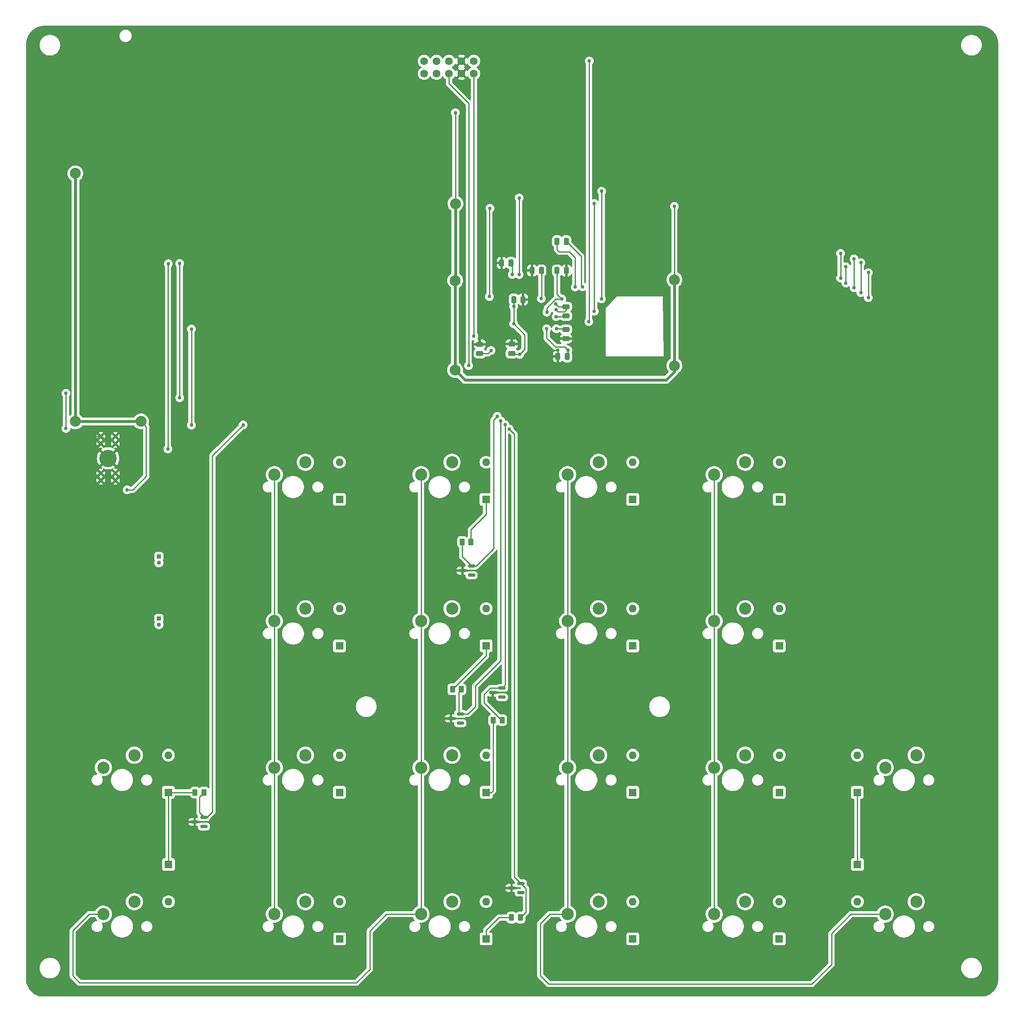
<source format=gbl>
G04 #@! TF.GenerationSoftware,KiCad,Pcbnew,8.0.4*
G04 #@! TF.CreationDate,2024-10-24T16:05:29-04:00*
G04 #@! TF.ProjectId,FULL BOARD,46554c4c-2042-44f4-9152-442e6b696361,rev?*
G04 #@! TF.SameCoordinates,Original*
G04 #@! TF.FileFunction,Copper,L2,Bot*
G04 #@! TF.FilePolarity,Positive*
%FSLAX46Y46*%
G04 Gerber Fmt 4.6, Leading zero omitted, Abs format (unit mm)*
G04 Created by KiCad (PCBNEW 8.0.4) date 2024-10-24 16:05:29*
%MOMM*%
%LPD*%
G01*
G04 APERTURE LIST*
G04 Aperture macros list*
%AMRoundRect*
0 Rectangle with rounded corners*
0 $1 Rounding radius*
0 $2 $3 $4 $5 $6 $7 $8 $9 X,Y pos of 4 corners*
0 Add a 4 corners polygon primitive as box body*
4,1,4,$2,$3,$4,$5,$6,$7,$8,$9,$2,$3,0*
0 Add four circle primitives for the rounded corners*
1,1,$1+$1,$2,$3*
1,1,$1+$1,$4,$5*
1,1,$1+$1,$6,$7*
1,1,$1+$1,$8,$9*
0 Add four rect primitives between the rounded corners*
20,1,$1+$1,$2,$3,$4,$5,0*
20,1,$1+$1,$4,$5,$6,$7,0*
20,1,$1+$1,$6,$7,$8,$9,0*
20,1,$1+$1,$8,$9,$2,$3,0*%
G04 Aperture macros list end*
G04 #@! TA.AperFunction,SMDPad,CuDef*
%ADD10RoundRect,0.250000X0.250000X0.475000X-0.250000X0.475000X-0.250000X-0.475000X0.250000X-0.475000X0*%
G04 #@! TD*
G04 #@! TA.AperFunction,ComponentPad*
%ADD11C,0.762000*%
G04 #@! TD*
G04 #@! TA.AperFunction,ComponentPad*
%ADD12C,3.556000*%
G04 #@! TD*
G04 #@! TA.AperFunction,SMDPad,CuDef*
%ADD13RoundRect,0.250000X0.262500X0.450000X-0.262500X0.450000X-0.262500X-0.450000X0.262500X-0.450000X0*%
G04 #@! TD*
G04 #@! TA.AperFunction,SMDPad,CuDef*
%ADD14RoundRect,0.250000X-0.262500X-0.450000X0.262500X-0.450000X0.262500X0.450000X-0.262500X0.450000X0*%
G04 #@! TD*
G04 #@! TA.AperFunction,SMDPad,CuDef*
%ADD15RoundRect,0.150000X0.587500X0.150000X-0.587500X0.150000X-0.587500X-0.150000X0.587500X-0.150000X0*%
G04 #@! TD*
G04 #@! TA.AperFunction,ComponentPad*
%ADD16C,1.600200*%
G04 #@! TD*
G04 #@! TA.AperFunction,ComponentPad*
%ADD17C,2.500000*%
G04 #@! TD*
G04 #@! TA.AperFunction,ComponentPad*
%ADD18R,1.600000X1.600000*%
G04 #@! TD*
G04 #@! TA.AperFunction,ComponentPad*
%ADD19O,1.600000X1.600000*%
G04 #@! TD*
G04 #@! TA.AperFunction,ComponentPad*
%ADD20R,0.850000X0.850000*%
G04 #@! TD*
G04 #@! TA.AperFunction,ComponentPad*
%ADD21C,0.850000*%
G04 #@! TD*
G04 #@! TA.AperFunction,SMDPad,CuDef*
%ADD22RoundRect,0.250000X-0.475000X0.250000X-0.475000X-0.250000X0.475000X-0.250000X0.475000X0.250000X0*%
G04 #@! TD*
G04 #@! TA.AperFunction,SMDPad,CuDef*
%ADD23RoundRect,0.250000X-0.250000X-0.475000X0.250000X-0.475000X0.250000X0.475000X-0.250000X0.475000X0*%
G04 #@! TD*
G04 #@! TA.AperFunction,SMDPad,CuDef*
%ADD24RoundRect,0.250000X0.475000X-0.250000X0.475000X0.250000X-0.475000X0.250000X-0.475000X-0.250000X0*%
G04 #@! TD*
G04 #@! TA.AperFunction,ViaPad*
%ADD25C,0.762000*%
G04 #@! TD*
G04 #@! TA.AperFunction,ViaPad*
%ADD26C,2.235200*%
G04 #@! TD*
G04 #@! TA.AperFunction,Conductor*
%ADD27C,0.254000*%
G04 #@! TD*
G04 #@! TA.AperFunction,Conductor*
%ADD28C,0.609600*%
G04 #@! TD*
G04 APERTURE END LIST*
D10*
X174580000Y-95140000D03*
X172680000Y-95140000D03*
D11*
X87410000Y-130610000D03*
X87410000Y-136610000D03*
X87410000Y-138110000D03*
X87410000Y-129110000D03*
D12*
X85910000Y-133610000D03*
D11*
X84410000Y-136610000D03*
X84410000Y-138110000D03*
X84410000Y-130610000D03*
X84410000Y-129110000D03*
D13*
X160182500Y-150730000D03*
X158357500Y-150730000D03*
D14*
X156380000Y-180920000D03*
X158205000Y-180920000D03*
X164712500Y-187240000D03*
X166537500Y-187240000D03*
X168475000Y-227660000D03*
X170300000Y-227660000D03*
X103710000Y-202050000D03*
X105535000Y-202050000D03*
D15*
X158422500Y-156610000D03*
X160297500Y-157560000D03*
X160297500Y-155660000D03*
X157985000Y-185950000D03*
X157985000Y-187850000D03*
X156110000Y-186900000D03*
X166515000Y-180640000D03*
X166515000Y-182540000D03*
X164640000Y-181590000D03*
X170355000Y-220650000D03*
X170355000Y-222550000D03*
X168480000Y-221600000D03*
X103625000Y-208070000D03*
X105500000Y-209020000D03*
X105500000Y-207120000D03*
D16*
X160760000Y-52260000D03*
X160760000Y-54800000D03*
X158220000Y-52260000D03*
X158220000Y-54800000D03*
X155680000Y-52260000D03*
X155680000Y-54800000D03*
X153140000Y-52260000D03*
X153140000Y-54800000D03*
X150600000Y-52260000D03*
X150600000Y-54800000D03*
D17*
X244944000Y-226951400D03*
X251294000Y-224411400D03*
X149944000Y-226951400D03*
X156294000Y-224411400D03*
X119944000Y-226951400D03*
X126294000Y-224411400D03*
X179944000Y-196951400D03*
X186294000Y-194411400D03*
X84944000Y-196951400D03*
X91294000Y-194411400D03*
X209944000Y-196951400D03*
X216294000Y-194411400D03*
X119944000Y-166951400D03*
X126294000Y-164411400D03*
X119944000Y-196951400D03*
X126294000Y-194411400D03*
X149944000Y-136951400D03*
X156294000Y-134411400D03*
X149944000Y-166951400D03*
X156294000Y-164411400D03*
X209944000Y-226951400D03*
X216294000Y-224411400D03*
X209944000Y-136951400D03*
X216294000Y-134411400D03*
X119944000Y-136951400D03*
X126294000Y-134411400D03*
X84944000Y-226951400D03*
X91294000Y-224411400D03*
X149944000Y-196951400D03*
X156294000Y-194411400D03*
X244944000Y-196951400D03*
X251294000Y-194411400D03*
X209944000Y-166951400D03*
X216294000Y-164411400D03*
X179944000Y-166951400D03*
X186294000Y-164411400D03*
X179944000Y-226951400D03*
X186294000Y-224411400D03*
X179944000Y-136951400D03*
X186294000Y-134411400D03*
D18*
X98268000Y-216799400D03*
D19*
X98268000Y-224419400D03*
D18*
X98258000Y-202029400D03*
D19*
X98258000Y-194409400D03*
D18*
X163279000Y-172014000D03*
D19*
X163279000Y-164394000D03*
D20*
X96290000Y-153745001D03*
D21*
X96290000Y-154995001D03*
D18*
X133278000Y-172029400D03*
D19*
X133278000Y-164409400D03*
D18*
X193278000Y-142039400D03*
D19*
X193278000Y-134419400D03*
D18*
X239258000Y-216789400D03*
D19*
X239258000Y-224409400D03*
D22*
X161950000Y-110250000D03*
X161950000Y-112150000D03*
D18*
X223288000Y-202019400D03*
D19*
X223288000Y-194399400D03*
D18*
X223278000Y-172019400D03*
D19*
X223278000Y-164399400D03*
D18*
X133268000Y-142029400D03*
D19*
X133268000Y-134409400D03*
D18*
X133298000Y-232039400D03*
D19*
X133298000Y-224419400D03*
D18*
X163268000Y-232029400D03*
D19*
X163268000Y-224409400D03*
D18*
X133278000Y-202039400D03*
D19*
X133278000Y-194419400D03*
D18*
X193288000Y-202019400D03*
D19*
X193288000Y-194399400D03*
D20*
X96310000Y-166410000D03*
D21*
X96310000Y-167660000D03*
D18*
X223278000Y-142029400D03*
D19*
X223278000Y-134409400D03*
D23*
X166450000Y-93600000D03*
X168350000Y-93600000D03*
D18*
X193278000Y-172019400D03*
D19*
X193278000Y-164399400D03*
D18*
X163258000Y-142039400D03*
D19*
X163258000Y-134419400D03*
D18*
X193278000Y-232029400D03*
D19*
X193278000Y-224409400D03*
D18*
X163298000Y-202029400D03*
D19*
X163298000Y-194409400D03*
D18*
X239228000Y-202029400D03*
D19*
X239228000Y-194409400D03*
D18*
X223258000Y-232019400D03*
D19*
X223258000Y-224399400D03*
D22*
X179620000Y-109110000D03*
X179620000Y-107210000D03*
D23*
X177780000Y-95160000D03*
X179680000Y-95160000D03*
X168910000Y-101100000D03*
X170810000Y-101100000D03*
D24*
X168510000Y-112130000D03*
X168510000Y-110230000D03*
D10*
X179850000Y-112740000D03*
X177950000Y-112740000D03*
D22*
X179620000Y-102550000D03*
X179620000Y-104450000D03*
D23*
X177780000Y-89180000D03*
X179680000Y-89180000D03*
D25*
X173380000Y-102440000D03*
X173280000Y-110180000D03*
X174570000Y-100910000D03*
X175710000Y-103690000D03*
X175670000Y-107060000D03*
X168920000Y-106080000D03*
X98160000Y-131710000D03*
X98230000Y-93760000D03*
X183020000Y-98480000D03*
X181490000Y-98530000D03*
X177590000Y-104600000D03*
X177555000Y-103135000D03*
X177530000Y-101990000D03*
X78990000Y-136230000D03*
X180390000Y-116380000D03*
X78920000Y-131690000D03*
X78980000Y-129110000D03*
X186820000Y-111210000D03*
X186880000Y-105060000D03*
X168650000Y-95950000D03*
D26*
X79210000Y-75270000D03*
X79210000Y-126050000D03*
X92655200Y-126040000D03*
D25*
X89819200Y-140070000D03*
X164250000Y-111520000D03*
X184390000Y-52240000D03*
X184280000Y-105600000D03*
X163940000Y-100501000D03*
X164070000Y-82400000D03*
X185410000Y-81440000D03*
X185410000Y-103500000D03*
X170030000Y-95990000D03*
X170030000Y-80280000D03*
X186910000Y-78910000D03*
X186875000Y-100975000D03*
X239950000Y-99690000D03*
X239950000Y-93550000D03*
X238550000Y-98690000D03*
X238550000Y-92780000D03*
X236890000Y-97720000D03*
X236890000Y-94370000D03*
X160756600Y-108559600D03*
X159689800Y-114630200D03*
X167130000Y-126730000D03*
X241480000Y-95590000D03*
X241480000Y-100710000D03*
X168000000Y-127600000D03*
X166260000Y-125920000D03*
X102959200Y-107124200D03*
X102959200Y-126820000D03*
X113551000Y-126766000D03*
X165520000Y-125030000D03*
X77290000Y-120310000D03*
X77280000Y-127510000D03*
X100558600Y-93726000D03*
X100558600Y-121220000D03*
X235800000Y-91630000D03*
X235800000Y-96710000D03*
D26*
X156997400Y-81457800D03*
D25*
X201800000Y-82020000D03*
D26*
X201800000Y-97034800D03*
X201800000Y-114660000D03*
D25*
X156972000Y-62839600D03*
D26*
X156921200Y-115519200D03*
X156946600Y-97205800D03*
D25*
X177610000Y-109110000D03*
X178770000Y-100990000D03*
X179970000Y-100980000D03*
X170770000Y-102430000D03*
X170130000Y-112340000D03*
X170060000Y-110170000D03*
X180020000Y-111450000D03*
X177940000Y-111500000D03*
X177630000Y-107100000D03*
X168910000Y-102460000D03*
D27*
X172680000Y-97060000D02*
X172680000Y-95140000D01*
X173380000Y-97760000D02*
X172680000Y-97060000D01*
X173380000Y-102440000D02*
X173380000Y-97760000D01*
X173380000Y-110080000D02*
X173280000Y-110180000D01*
X173380000Y-102440000D02*
X173380000Y-110080000D01*
X174600000Y-111500000D02*
X173280000Y-110180000D01*
X177940000Y-111500000D02*
X174600000Y-111500000D01*
X174580000Y-100900000D02*
X174580000Y-95140000D01*
X174570000Y-100910000D02*
X174580000Y-100900000D01*
X175710000Y-102808736D02*
X175710000Y-103690000D01*
X177528736Y-100990000D02*
X175710000Y-102808736D01*
X178770000Y-100990000D02*
X177528736Y-100990000D01*
X177462000Y-110792000D02*
X175670000Y-109000000D01*
X175670000Y-109000000D02*
X175670000Y-107060000D01*
X179362000Y-110792000D02*
X177462000Y-110792000D01*
X180020000Y-111450000D02*
X179362000Y-110792000D01*
X171140000Y-108300000D02*
X168920000Y-106080000D01*
X171140000Y-111330000D02*
X171140000Y-108300000D01*
X170130000Y-112340000D02*
X171140000Y-111330000D01*
X168910000Y-106070000D02*
X168920000Y-106080000D01*
X168910000Y-102460000D02*
X168910000Y-106070000D01*
X102959200Y-126820000D02*
X102959200Y-107124200D01*
X100558600Y-93726000D02*
X100558600Y-121220000D01*
X77280000Y-120320000D02*
X77280000Y-127510000D01*
X77290000Y-120310000D02*
X77280000Y-120320000D01*
X93710000Y-137300000D02*
X93710000Y-127094800D01*
X90940000Y-140070000D02*
X93710000Y-137300000D01*
X89819200Y-140070000D02*
X90940000Y-140070000D01*
X93710000Y-127094800D02*
X92670000Y-126054800D01*
X83910000Y-136110000D02*
X84410000Y-136610000D01*
X83910000Y-135600000D02*
X83910000Y-136110000D01*
X78980000Y-129110000D02*
X84410000Y-129110000D01*
X83330000Y-131690000D02*
X84410000Y-130610000D01*
X78920000Y-131690000D02*
X83330000Y-131690000D01*
X83910000Y-135600000D02*
X83560000Y-135250000D01*
X241480000Y-100710000D02*
X241480000Y-95590000D01*
X239950000Y-99690000D02*
X239950000Y-93550000D01*
X238550000Y-98690000D02*
X238550000Y-92780000D01*
X236890000Y-97720000D02*
X236890000Y-94370000D01*
X235800000Y-91630000D02*
X235800000Y-96710000D01*
X98160000Y-93830000D02*
X98230000Y-93760000D01*
X98160000Y-131710000D02*
X98160000Y-93830000D01*
X107240000Y-133077000D02*
X113551000Y-126766000D01*
X107240000Y-206030000D02*
X107240000Y-133077000D01*
X106150000Y-207120000D02*
X107240000Y-206030000D01*
X105500000Y-207120000D02*
X106150000Y-207120000D01*
X104600000Y-206150000D02*
X105535000Y-207085000D01*
X104600000Y-202985000D02*
X104600000Y-206150000D01*
X105535000Y-202050000D02*
X104600000Y-202985000D01*
X166210000Y-175040000D02*
X166210000Y-125970000D01*
X166210000Y-125970000D02*
X166260000Y-125920000D01*
X161050000Y-180200000D02*
X166210000Y-175040000D01*
X159550000Y-185950000D02*
X161050000Y-184450000D01*
X161050000Y-184450000D02*
X161050000Y-180200000D01*
X157985000Y-185950000D02*
X159550000Y-185950000D01*
X164790000Y-125760000D02*
X165520000Y-125030000D01*
X161210000Y-155660000D02*
X164790000Y-152080000D01*
X160297500Y-155660000D02*
X161210000Y-155660000D01*
X164790000Y-152080000D02*
X164790000Y-125760000D01*
X158357500Y-150730000D02*
X158357500Y-153720000D01*
X158357500Y-153720000D02*
X160297500Y-155660000D01*
X163258000Y-145112000D02*
X160182500Y-148187500D01*
X160182500Y-148187500D02*
X160182500Y-150730000D01*
X163258000Y-142039400D02*
X163258000Y-145112000D01*
X157720000Y-185685000D02*
X157985000Y-185950000D01*
X158205000Y-180920000D02*
X157720000Y-181405000D01*
X157720000Y-181405000D02*
X157720000Y-185685000D01*
X163279000Y-174021000D02*
X156380000Y-180920000D01*
X163279000Y-172014000D02*
X163279000Y-174021000D01*
X169070000Y-128670000D02*
X168000000Y-127600000D01*
X169070000Y-219365000D02*
X169070000Y-128670000D01*
X170355000Y-220650000D02*
X169070000Y-219365000D01*
X162890000Y-183720000D02*
X162890000Y-181923764D01*
X162890000Y-181923764D02*
X164173764Y-180640000D01*
X166410000Y-187240000D02*
X162890000Y-183720000D01*
X164173764Y-180640000D02*
X166515000Y-180640000D01*
X166537500Y-187240000D02*
X166410000Y-187240000D01*
X167130000Y-180025000D02*
X167130000Y-126730000D01*
X166515000Y-180640000D02*
X167130000Y-180025000D01*
X164712500Y-201668900D02*
X164712500Y-187240000D01*
X164352000Y-202029400D02*
X164712500Y-201668900D01*
X163298000Y-202029400D02*
X164352000Y-202029400D01*
X171419500Y-221714500D02*
X170355000Y-220650000D01*
X170300000Y-227660000D02*
X171419500Y-226540500D01*
X171419500Y-226540500D02*
X171419500Y-221714500D01*
X165880000Y-227660000D02*
X168475000Y-227660000D01*
X163268000Y-230272000D02*
X165880000Y-227660000D01*
X163268000Y-232029400D02*
X163268000Y-230272000D01*
X237901600Y-226951400D02*
X244944000Y-226951400D01*
X233947000Y-230906000D02*
X237901600Y-226951400D01*
X233947000Y-237256000D02*
X233947000Y-230906000D01*
X229939000Y-241264000D02*
X233947000Y-237256000D01*
X176084000Y-241264000D02*
X229939000Y-241264000D01*
X174350000Y-239530000D02*
X176084000Y-241264000D01*
X174350000Y-228880000D02*
X174350000Y-239530000D01*
X176278600Y-226951400D02*
X174350000Y-228880000D01*
X179944000Y-226951400D02*
X176278600Y-226951400D01*
X103689400Y-202029400D02*
X103710000Y-202050000D01*
X98258000Y-202029400D02*
X103689400Y-202029400D01*
X168910000Y-102460000D02*
X168910000Y-102490000D01*
X182720000Y-92220000D02*
X179680000Y-89180000D01*
X182720000Y-98180000D02*
X182720000Y-92220000D01*
X183020000Y-98480000D02*
X182720000Y-98180000D01*
X180110000Y-91290000D02*
X178200000Y-91290000D01*
X178200000Y-91290000D02*
X177780000Y-90870000D01*
X180120000Y-91300000D02*
X180110000Y-91290000D01*
X180270000Y-91300000D02*
X180120000Y-91300000D01*
X177780000Y-90870000D02*
X177780000Y-89180000D01*
X181490000Y-92520000D02*
X180270000Y-91300000D01*
X181490000Y-98530000D02*
X181490000Y-92520000D01*
X179470000Y-104600000D02*
X179620000Y-104450000D01*
X177590000Y-104600000D02*
X179470000Y-104600000D01*
X178043000Y-103623000D02*
X179297000Y-103623000D01*
X179620000Y-103300000D02*
X179620000Y-102550000D01*
X177555000Y-103135000D02*
X178043000Y-103623000D01*
X179297000Y-103623000D02*
X179620000Y-103300000D01*
X178090000Y-102550000D02*
X179620000Y-102550000D01*
X177530000Y-101990000D02*
X178090000Y-102550000D01*
X186820000Y-113080000D02*
X183520000Y-116380000D01*
X183520000Y-116380000D02*
X180390000Y-116380000D01*
X186870000Y-111160000D02*
X186820000Y-111210000D01*
X79970000Y-135250000D02*
X78990000Y-136230000D01*
X186880000Y-105060000D02*
X186870000Y-105070000D01*
X186820000Y-111210000D02*
X186820000Y-113080000D01*
X186870000Y-105070000D02*
X186870000Y-111160000D01*
X83560000Y-135250000D02*
X79970000Y-135250000D01*
X168650000Y-93900000D02*
X168350000Y-93600000D01*
X168650000Y-95950000D02*
X168650000Y-93900000D01*
D28*
X79220000Y-75280000D02*
X79220000Y-126040000D01*
D27*
X79210000Y-126050000D02*
X79220000Y-126040000D01*
D28*
X79210000Y-75270000D02*
X79220000Y-75280000D01*
D27*
X164250000Y-111520000D02*
X163620000Y-112150000D01*
X163620000Y-112150000D02*
X161950000Y-112150000D01*
X184330000Y-52300000D02*
X184390000Y-52240000D01*
X184280000Y-105600000D02*
X184330000Y-105550000D01*
X184330000Y-105550000D02*
X184330000Y-52300000D01*
X164070000Y-82400000D02*
X163960000Y-82510000D01*
X163960000Y-82510000D02*
X163960000Y-100481000D01*
X163960000Y-100481000D02*
X163940000Y-100501000D01*
X185410000Y-81440000D02*
X185410000Y-103500000D01*
X170030000Y-80280000D02*
X170030000Y-95990000D01*
X186910000Y-78910000D02*
X186910000Y-100940000D01*
X186910000Y-100940000D02*
X186875000Y-100975000D01*
X236890000Y-94370000D02*
X236920000Y-94400000D01*
X237030000Y-94510000D02*
X236890000Y-94370000D01*
X160760000Y-54800000D02*
X160760000Y-106069928D01*
X160760000Y-106069928D02*
X160756600Y-106073328D01*
X160756600Y-106073328D02*
X160756600Y-108559600D01*
X159715200Y-60934600D02*
X159715200Y-114604800D01*
X159715200Y-114604800D02*
X159689800Y-114630200D01*
X155680000Y-56899400D02*
X159715200Y-60934600D01*
X155680000Y-54800000D02*
X155680000Y-56899400D01*
X98258000Y-202029400D02*
X98258000Y-216789400D01*
X239228000Y-202029400D02*
X239228000Y-216759400D01*
X239228000Y-216759400D02*
X239258000Y-216789400D01*
X98258000Y-216789400D02*
X98268000Y-216799400D01*
X119944000Y-196951400D02*
X119944000Y-226951400D01*
X119944000Y-166951400D02*
X119944000Y-196951400D01*
X119944000Y-136951400D02*
X119944000Y-166951400D01*
X78663800Y-230327200D02*
X78663800Y-239598200D01*
X139459000Y-230398000D02*
X142905600Y-226951400D01*
X139459000Y-238272000D02*
X139459000Y-230398000D01*
X142905600Y-226951400D02*
X149944000Y-226951400D01*
X80079600Y-241014000D02*
X136717000Y-241014000D01*
X82039600Y-226951400D02*
X78663800Y-230327200D01*
X149944000Y-166951400D02*
X149944000Y-196951400D01*
X78663800Y-239598200D02*
X80079600Y-241014000D01*
X84944000Y-226951400D02*
X82039600Y-226951400D01*
X149944000Y-196951400D02*
X149944000Y-226951400D01*
X149944000Y-136951400D02*
X149944000Y-166951400D01*
X136717000Y-241014000D02*
X139459000Y-238272000D01*
X179944000Y-136951400D02*
X179944000Y-166951400D01*
X179944000Y-196951400D02*
X179944000Y-166951400D01*
X179944000Y-196951400D02*
X179944000Y-226951400D01*
X209944000Y-166951400D02*
X209944000Y-196951400D01*
X209944000Y-166951400D02*
X209944000Y-136951400D01*
X209944000Y-196951400D02*
X209944000Y-226951400D01*
X156997400Y-62865000D02*
X156997400Y-81457800D01*
X201880000Y-96954800D02*
X201800000Y-97034800D01*
X201800000Y-97034800D02*
X201800000Y-82020000D01*
D28*
X200140000Y-117540000D02*
X158942000Y-117540000D01*
X201800000Y-97034800D02*
X201800000Y-114660000D01*
X158942000Y-117540000D02*
X156921200Y-115519200D01*
X201800000Y-114660000D02*
X201800000Y-115880000D01*
X156997400Y-97155000D02*
X156946600Y-97205800D01*
X156946600Y-97205800D02*
X156921200Y-97231200D01*
X201800000Y-115880000D02*
X200140000Y-117540000D01*
X156921200Y-97231200D02*
X156921200Y-115519200D01*
X156997400Y-81457800D02*
X156997400Y-97155000D01*
D27*
X156972000Y-62839600D02*
X156997400Y-62865000D01*
X177610000Y-109110000D02*
X179620000Y-109110000D01*
X179970000Y-100980000D02*
X179680000Y-100690000D01*
X179680000Y-100690000D02*
X179680000Y-95160000D01*
X170770000Y-102430000D02*
X170770000Y-101140000D01*
X170770000Y-101140000D02*
X170810000Y-101100000D01*
X168720000Y-112340000D02*
X168510000Y-112130000D01*
X170130000Y-112340000D02*
X168720000Y-112340000D01*
X168570000Y-110170000D02*
X168510000Y-110230000D01*
X170060000Y-110170000D02*
X168570000Y-110170000D01*
X177940000Y-111500000D02*
X177940000Y-112730000D01*
X177940000Y-112730000D02*
X177950000Y-112740000D01*
X180020000Y-112570000D02*
X179850000Y-112740000D01*
X180020000Y-111450000D02*
X180020000Y-112570000D01*
X179510000Y-107100000D02*
X179620000Y-107210000D01*
X168910000Y-102460000D02*
X168910000Y-101100000D01*
X177630000Y-107100000D02*
X179510000Y-107100000D01*
X178770000Y-100990000D02*
X177780000Y-100000000D01*
X177780000Y-100000000D02*
X177780000Y-95160000D01*
D28*
X79220000Y-126040000D02*
X92655200Y-126040000D01*
G04 #@! TA.AperFunction,Conductor*
G36*
X157711116Y-55010787D02*
G01*
X157783011Y-55135313D01*
X157884687Y-55236989D01*
X158009213Y-55308884D01*
X158052949Y-55320603D01*
X157494455Y-55879096D01*
X157567469Y-55930221D01*
X157773639Y-56026359D01*
X157773648Y-56026363D01*
X157993372Y-56085237D01*
X157993382Y-56085239D01*
X158219999Y-56105066D01*
X158220001Y-56105066D01*
X158446617Y-56085239D01*
X158446627Y-56085237D01*
X158666351Y-56026363D01*
X158666360Y-56026359D01*
X158872532Y-55930220D01*
X158872536Y-55930218D01*
X158945543Y-55879097D01*
X158945543Y-55879096D01*
X158387050Y-55320603D01*
X158430787Y-55308884D01*
X158555313Y-55236989D01*
X158656989Y-55135313D01*
X158728884Y-55010787D01*
X158740603Y-54967050D01*
X159299096Y-55525543D01*
X159299097Y-55525543D01*
X159350218Y-55452536D01*
X159350219Y-55452533D01*
X159377340Y-55394372D01*
X159423512Y-55341932D01*
X159490705Y-55322779D01*
X159557587Y-55342994D01*
X159602105Y-55394369D01*
X159629346Y-55452786D01*
X159759873Y-55639198D01*
X159759878Y-55639204D01*
X159920795Y-55800121D01*
X159920801Y-55800126D01*
X160079623Y-55911334D01*
X160123248Y-55965911D01*
X160132500Y-56012909D01*
X160132500Y-60165119D01*
X160112815Y-60232158D01*
X160060011Y-60277913D01*
X159990853Y-60287857D01*
X159927297Y-60258832D01*
X159920819Y-60252800D01*
X156343819Y-56675800D01*
X156310334Y-56614477D01*
X156307500Y-56588119D01*
X156307500Y-56012909D01*
X156327185Y-55945870D01*
X156360377Y-55911334D01*
X156406416Y-55879097D01*
X156519203Y-55800123D01*
X156680123Y-55639203D01*
X156810655Y-55452784D01*
X156837895Y-55394367D01*
X156884065Y-55341930D01*
X156951259Y-55322778D01*
X157018140Y-55342993D01*
X157062658Y-55394369D01*
X157089780Y-55452533D01*
X157089782Y-55452537D01*
X157140901Y-55525543D01*
X157140902Y-55525543D01*
X157699396Y-54967049D01*
X157711116Y-55010787D01*
G37*
G04 #@! TD.AperFunction*
G04 #@! TA.AperFunction,Conductor*
G36*
X157711116Y-52470787D02*
G01*
X157783011Y-52595313D01*
X157884687Y-52696989D01*
X158009213Y-52768884D01*
X158052949Y-52780603D01*
X157494455Y-53339096D01*
X157567469Y-53390221D01*
X157626222Y-53417618D01*
X157678661Y-53463790D01*
X157697813Y-53530984D01*
X157677597Y-53597865D01*
X157626222Y-53642382D01*
X157567463Y-53669781D01*
X157494456Y-53720901D01*
X157494455Y-53720902D01*
X158052950Y-54279396D01*
X158009213Y-54291116D01*
X157884687Y-54363011D01*
X157783011Y-54464687D01*
X157711116Y-54589213D01*
X157699396Y-54632949D01*
X157140902Y-54074455D01*
X157140901Y-54074456D01*
X157089781Y-54147463D01*
X157062658Y-54205630D01*
X157016485Y-54258069D01*
X156949292Y-54277221D01*
X156882410Y-54257005D01*
X156837894Y-54205630D01*
X156837617Y-54205037D01*
X156810655Y-54147216D01*
X156759707Y-54074455D01*
X156680126Y-53960801D01*
X156680121Y-53960795D01*
X156519204Y-53799878D01*
X156519198Y-53799873D01*
X156332785Y-53669345D01*
X156332783Y-53669344D01*
X156274962Y-53642382D01*
X156222523Y-53596210D01*
X156203371Y-53529016D01*
X156223587Y-53462135D01*
X156274962Y-53417618D01*
X156274964Y-53417617D01*
X156332784Y-53390655D01*
X156519203Y-53260123D01*
X156680123Y-53099203D01*
X156810655Y-52912784D01*
X156837895Y-52854367D01*
X156884065Y-52801930D01*
X156951259Y-52782778D01*
X157018140Y-52802993D01*
X157062658Y-52854369D01*
X157089780Y-52912533D01*
X157089782Y-52912537D01*
X157140901Y-52985543D01*
X157140902Y-52985543D01*
X157699396Y-52427049D01*
X157711116Y-52470787D01*
G37*
G04 #@! TD.AperFunction*
G04 #@! TA.AperFunction,Conductor*
G36*
X159299096Y-52985543D02*
G01*
X159299097Y-52985543D01*
X159350218Y-52912536D01*
X159350219Y-52912533D01*
X159377340Y-52854372D01*
X159423512Y-52801932D01*
X159490705Y-52782779D01*
X159557587Y-52802994D01*
X159602105Y-52854369D01*
X159629346Y-52912786D01*
X159759873Y-53099198D01*
X159759878Y-53099204D01*
X159920795Y-53260121D01*
X159920801Y-53260126D01*
X160107214Y-53390654D01*
X160107216Y-53390655D01*
X160165037Y-53417618D01*
X160217476Y-53463791D01*
X160236628Y-53530984D01*
X160216412Y-53597866D01*
X160165037Y-53642382D01*
X160107216Y-53669344D01*
X160107214Y-53669345D01*
X159920801Y-53799873D01*
X159920795Y-53799878D01*
X159759878Y-53960795D01*
X159759873Y-53960801D01*
X159629345Y-54147214D01*
X159629343Y-54147217D01*
X159602104Y-54205631D01*
X159555931Y-54258069D01*
X159488737Y-54277220D01*
X159421856Y-54257003D01*
X159377340Y-54205628D01*
X159350219Y-54147467D01*
X159299096Y-54074455D01*
X158740602Y-54632948D01*
X158728884Y-54589213D01*
X158656989Y-54464687D01*
X158555313Y-54363011D01*
X158430787Y-54291116D01*
X158387049Y-54279396D01*
X158945543Y-53720902D01*
X158945543Y-53720901D01*
X158872537Y-53669782D01*
X158872533Y-53669780D01*
X158813777Y-53642382D01*
X158761338Y-53596210D01*
X158742186Y-53529016D01*
X158762402Y-53462135D01*
X158813778Y-53417617D01*
X158872537Y-53390217D01*
X158945543Y-53339097D01*
X158945543Y-53339096D01*
X158387050Y-52780603D01*
X158430787Y-52768884D01*
X158555313Y-52696989D01*
X158656989Y-52595313D01*
X158728884Y-52470787D01*
X158740603Y-52427050D01*
X159299096Y-52985543D01*
G37*
G04 #@! TD.AperFunction*
G04 #@! TA.AperFunction,Conductor*
G36*
X264338419Y-45003751D02*
G01*
X264697590Y-45027449D01*
X264709487Y-45028814D01*
X265063966Y-45086979D01*
X265075677Y-45089488D01*
X265422887Y-45181628D01*
X265434301Y-45185258D01*
X265770964Y-45310503D01*
X265781971Y-45315215D01*
X266076290Y-45458445D01*
X266104962Y-45472398D01*
X266115478Y-45478160D01*
X266421781Y-45665816D01*
X266431680Y-45672560D01*
X266686456Y-45864808D01*
X266718410Y-45888920D01*
X266727623Y-45896598D01*
X266962169Y-46112132D01*
X266992115Y-46139650D01*
X267000541Y-46148181D01*
X267119249Y-46280599D01*
X267240312Y-46415643D01*
X267247872Y-46424945D01*
X267345248Y-46557354D01*
X267460682Y-46714319D01*
X267467312Y-46724313D01*
X267632174Y-47001009D01*
X267651173Y-47032895D01*
X267656802Y-47043477D01*
X267730126Y-47198989D01*
X267809992Y-47368377D01*
X267814576Y-47379459D01*
X267935661Y-47717637D01*
X267939153Y-47729111D01*
X268026999Y-48077393D01*
X268029367Y-48089150D01*
X268083160Y-48444311D01*
X268084380Y-48456242D01*
X268103683Y-48816291D01*
X268103861Y-48822929D01*
X268103861Y-240220862D01*
X268103592Y-240229026D01*
X268079894Y-240588186D01*
X268078527Y-240600101D01*
X268020361Y-240954572D01*
X268017848Y-240966299D01*
X267925717Y-241313465D01*
X267922084Y-241324895D01*
X267796841Y-241661550D01*
X267792121Y-241672575D01*
X267634939Y-241995560D01*
X267629175Y-242006078D01*
X267441528Y-242312360D01*
X267434776Y-242322271D01*
X267218415Y-242609001D01*
X267210736Y-242618214D01*
X266967690Y-242882695D01*
X266959157Y-242891123D01*
X266691703Y-243130882D01*
X266682396Y-243138447D01*
X266393014Y-243351258D01*
X266383020Y-243357887D01*
X266074454Y-243541735D01*
X266063866Y-243547369D01*
X265738966Y-243700555D01*
X265727884Y-243705139D01*
X265591018Y-243754143D01*
X265549219Y-243761400D01*
X71704446Y-243761400D01*
X71661210Y-243753618D01*
X71421141Y-243664306D01*
X71410115Y-243659585D01*
X71087140Y-243502404D01*
X71076623Y-243496641D01*
X70850144Y-243357887D01*
X70770330Y-243308988D01*
X70760432Y-243302245D01*
X70473709Y-243085884D01*
X70464496Y-243078206D01*
X70461839Y-243075764D01*
X70200010Y-242835153D01*
X70191584Y-242826622D01*
X69951822Y-242559161D01*
X69944258Y-242549854D01*
X69776894Y-242322271D01*
X69731449Y-242260474D01*
X69724831Y-242250497D01*
X69540970Y-241941905D01*
X69535341Y-241931323D01*
X69516565Y-241891500D01*
X69382162Y-241606431D01*
X69377579Y-241595351D01*
X69375547Y-241589676D01*
X69256497Y-241257163D01*
X69253012Y-241245713D01*
X69165163Y-240897395D01*
X69162803Y-240885673D01*
X69109015Y-240530497D01*
X69107798Y-240518588D01*
X69088391Y-240156450D01*
X69088214Y-240149840D01*
X69088526Y-238000000D01*
X71886573Y-238000000D01*
X71906257Y-238287778D01*
X71906258Y-238287780D01*
X71964941Y-238570185D01*
X71964946Y-238570201D01*
X72061540Y-238841990D01*
X72061541Y-238841992D01*
X72194247Y-239098103D01*
X72360591Y-239333758D01*
X72360595Y-239333762D01*
X72360595Y-239333763D01*
X72557477Y-239544571D01*
X72615533Y-239591803D01*
X72781228Y-239726606D01*
X73027686Y-239876481D01*
X73027688Y-239876482D01*
X73027690Y-239876483D01*
X73150917Y-239930008D01*
X73292256Y-239991400D01*
X73570011Y-240069223D01*
X73821243Y-240103753D01*
X73855774Y-240108500D01*
X73855775Y-240108500D01*
X74144226Y-240108500D01*
X74175033Y-240104265D01*
X74429989Y-240069223D01*
X74707744Y-239991400D01*
X74972314Y-239876481D01*
X75218772Y-239726606D01*
X75442526Y-239544568D01*
X75639409Y-239333758D01*
X75805753Y-239098103D01*
X75938459Y-238841992D01*
X76035055Y-238570196D01*
X76035055Y-238570191D01*
X76035058Y-238570185D01*
X76067331Y-238414870D01*
X76093742Y-238287778D01*
X76113427Y-238000000D01*
X76093742Y-237712222D01*
X76060704Y-237553233D01*
X76035058Y-237429814D01*
X76035053Y-237429798D01*
X75976363Y-237264661D01*
X75938459Y-237158008D01*
X75805753Y-236901897D01*
X75639409Y-236666242D01*
X75639404Y-236666236D01*
X75442522Y-236455428D01*
X75218771Y-236273393D01*
X74972309Y-236123516D01*
X74707745Y-236008600D01*
X74429995Y-235930778D01*
X74429990Y-235930777D01*
X74429989Y-235930777D01*
X74287107Y-235911138D01*
X74144226Y-235891500D01*
X74144225Y-235891500D01*
X73855775Y-235891500D01*
X73855774Y-235891500D01*
X73570011Y-235930777D01*
X73570004Y-235930778D01*
X73292254Y-236008600D01*
X73027690Y-236123516D01*
X72781228Y-236273393D01*
X72557477Y-236455428D01*
X72360595Y-236666236D01*
X72360595Y-236666237D01*
X72194247Y-236901896D01*
X72061540Y-237158009D01*
X71964946Y-237429798D01*
X71964941Y-237429814D01*
X71906258Y-237712219D01*
X71906257Y-237712221D01*
X71886573Y-238000000D01*
X69088526Y-238000000D01*
X69089647Y-230265392D01*
X78036300Y-230265392D01*
X78036300Y-239660007D01*
X78060412Y-239781227D01*
X78060414Y-239781235D01*
X78093862Y-239861985D01*
X78107715Y-239895429D01*
X78107720Y-239895439D01*
X78171840Y-239991400D01*
X78171841Y-239991402D01*
X78176387Y-239998206D01*
X78176391Y-239998211D01*
X79592189Y-241414008D01*
X79679592Y-241501411D01*
X79679594Y-241501413D01*
X79679596Y-241501414D01*
X79782356Y-241570076D01*
X79782358Y-241570077D01*
X79782367Y-241570083D01*
X79807372Y-241580440D01*
X79829671Y-241589677D01*
X79857010Y-241601001D01*
X79896566Y-241617386D01*
X80017792Y-241641499D01*
X80017796Y-241641500D01*
X80017797Y-241641500D01*
X136778804Y-241641500D01*
X136778805Y-241641499D01*
X136900035Y-241617386D01*
X136980784Y-241583937D01*
X137014233Y-241570083D01*
X137117008Y-241501411D01*
X137204411Y-241414008D01*
X139946411Y-238672008D01*
X140011496Y-238574601D01*
X140015083Y-238569233D01*
X140034676Y-238521930D01*
X140062386Y-238455034D01*
X140086500Y-238333803D01*
X140086500Y-238210196D01*
X140086500Y-230709281D01*
X140106185Y-230642242D01*
X140122819Y-230621600D01*
X143129200Y-227615219D01*
X143190523Y-227581734D01*
X143216881Y-227578900D01*
X148225244Y-227578900D01*
X148292283Y-227598585D01*
X148338038Y-227651389D01*
X148340658Y-227657565D01*
X148362432Y-227713043D01*
X148493614Y-227940257D01*
X148657195Y-228145381D01*
X148657198Y-228145383D01*
X148657199Y-228145385D01*
X148659382Y-228147411D01*
X148659927Y-228148326D01*
X148660359Y-228148792D01*
X148660259Y-228148884D01*
X148695136Y-228207440D01*
X148692760Y-228277269D01*
X148653009Y-228334729D01*
X148589895Y-228360996D01*
X148589918Y-228361138D01*
X148589332Y-228361230D01*
X148588503Y-228361576D01*
X148585185Y-228361887D01*
X148409506Y-228389712D01*
X148240424Y-228444649D01*
X148082009Y-228525367D01*
X147938185Y-228629859D01*
X147812459Y-228755585D01*
X147707967Y-228899409D01*
X147627249Y-229057824D01*
X147572312Y-229226906D01*
X147544500Y-229402506D01*
X147544500Y-229580293D01*
X147572312Y-229755893D01*
X147627249Y-229924975D01*
X147664454Y-229997992D01*
X147680746Y-230029968D01*
X147707967Y-230083390D01*
X147812459Y-230227214D01*
X147938185Y-230352940D01*
X148072771Y-230450720D01*
X148082013Y-230457435D01*
X148228195Y-230531919D01*
X148240424Y-230538150D01*
X148324965Y-230565618D01*
X148409508Y-230593088D01*
X148585106Y-230620900D01*
X148585107Y-230620900D01*
X148762893Y-230620900D01*
X148762894Y-230620900D01*
X148938492Y-230593088D01*
X149107578Y-230538149D01*
X149265987Y-230457435D01*
X149346741Y-230398763D01*
X149409814Y-230352940D01*
X149409816Y-230352937D01*
X149409820Y-230352935D01*
X149535535Y-230227220D01*
X149535537Y-230227216D01*
X149535540Y-230227214D01*
X149595872Y-230144172D01*
X149640035Y-230083387D01*
X149720749Y-229924978D01*
X149775688Y-229755892D01*
X149803500Y-229580294D01*
X149803500Y-229402506D01*
X149794174Y-229343624D01*
X151499500Y-229343624D01*
X151499500Y-229639175D01*
X151525913Y-229839789D01*
X151538076Y-229932175D01*
X151550996Y-229980393D01*
X151614566Y-230217642D01*
X151727660Y-230490675D01*
X151727665Y-230490686D01*
X151875425Y-230746612D01*
X151875436Y-230746628D01*
X152055339Y-230981082D01*
X152055345Y-230981089D01*
X152264310Y-231190054D01*
X152264317Y-231190060D01*
X152299792Y-231217281D01*
X152498780Y-231369970D01*
X152498787Y-231369974D01*
X152754713Y-231517734D01*
X152754718Y-231517736D01*
X152754721Y-231517738D01*
X152891240Y-231574286D01*
X153027757Y-231630833D01*
X153027758Y-231630833D01*
X153027760Y-231630834D01*
X153313225Y-231707324D01*
X153606232Y-231745900D01*
X153606239Y-231745900D01*
X153901761Y-231745900D01*
X153901768Y-231745900D01*
X154194775Y-231707324D01*
X154480240Y-231630834D01*
X154753279Y-231517738D01*
X155009220Y-231369970D01*
X155243684Y-231190059D01*
X155452659Y-230981084D01*
X155632570Y-230746620D01*
X155780338Y-230490679D01*
X155893434Y-230217640D01*
X155969924Y-229932175D01*
X156008500Y-229639168D01*
X156008500Y-229402506D01*
X157704500Y-229402506D01*
X157704500Y-229580293D01*
X157732312Y-229755893D01*
X157787249Y-229924975D01*
X157824454Y-229997992D01*
X157840746Y-230029968D01*
X157867967Y-230083390D01*
X157972459Y-230227214D01*
X158098185Y-230352940D01*
X158232771Y-230450720D01*
X158242013Y-230457435D01*
X158388195Y-230531919D01*
X158400424Y-230538150D01*
X158484965Y-230565618D01*
X158569508Y-230593088D01*
X158745106Y-230620900D01*
X158745107Y-230620900D01*
X158922893Y-230620900D01*
X158922894Y-230620900D01*
X159098492Y-230593088D01*
X159267578Y-230538149D01*
X159425987Y-230457435D01*
X159506741Y-230398763D01*
X159569814Y-230352940D01*
X159569816Y-230352937D01*
X159569820Y-230352935D01*
X159695535Y-230227220D01*
X159695537Y-230227216D01*
X159695540Y-230227214D01*
X159755872Y-230144172D01*
X159800035Y-230083387D01*
X159880749Y-229924978D01*
X159935688Y-229755892D01*
X159963500Y-229580294D01*
X159963500Y-229402506D01*
X159935688Y-229226908D01*
X159880749Y-229057822D01*
X159800035Y-228899413D01*
X159791756Y-228888018D01*
X159695540Y-228755585D01*
X159569814Y-228629859D01*
X159425990Y-228525367D01*
X159425989Y-228525366D01*
X159425987Y-228525365D01*
X159320523Y-228471628D01*
X159267575Y-228444649D01*
X159098493Y-228389712D01*
X158989794Y-228372496D01*
X158922894Y-228361900D01*
X158745106Y-228361900D01*
X158686573Y-228371170D01*
X158569506Y-228389712D01*
X158400424Y-228444649D01*
X158242009Y-228525367D01*
X158098185Y-228629859D01*
X157972459Y-228755585D01*
X157867967Y-228899409D01*
X157787249Y-229057824D01*
X157732312Y-229226906D01*
X157704500Y-229402506D01*
X156008500Y-229402506D01*
X156008500Y-229343632D01*
X155969924Y-229050625D01*
X155893434Y-228765160D01*
X155868706Y-228705462D01*
X155819001Y-228585463D01*
X155780338Y-228492121D01*
X155780336Y-228492118D01*
X155780334Y-228492113D01*
X155632574Y-228236187D01*
X155632570Y-228236180D01*
X155452659Y-228001716D01*
X155452654Y-228001710D01*
X155243689Y-227792745D01*
X155243682Y-227792739D01*
X155009228Y-227612836D01*
X155009226Y-227612834D01*
X155009220Y-227612830D01*
X155009215Y-227612827D01*
X155009212Y-227612825D01*
X154753286Y-227465065D01*
X154753275Y-227465060D01*
X154480242Y-227351966D01*
X154337507Y-227313721D01*
X154194775Y-227275476D01*
X154129662Y-227266903D01*
X153901775Y-227236900D01*
X153901768Y-227236900D01*
X153606232Y-227236900D01*
X153606224Y-227236900D01*
X153345781Y-227271189D01*
X153313225Y-227275476D01*
X153241858Y-227294598D01*
X153027757Y-227351966D01*
X152754724Y-227465060D01*
X152754713Y-227465065D01*
X152498787Y-227612825D01*
X152498771Y-227612836D01*
X152264317Y-227792739D01*
X152264310Y-227792745D01*
X152055345Y-228001710D01*
X152055339Y-228001717D01*
X151875436Y-228236171D01*
X151875425Y-228236187D01*
X151727665Y-228492113D01*
X151727660Y-228492124D01*
X151614566Y-228765157D01*
X151581646Y-228888018D01*
X151538076Y-229050625D01*
X151537128Y-229057824D01*
X151499500Y-229343624D01*
X149794174Y-229343624D01*
X149775688Y-229226908D01*
X149720749Y-229057822D01*
X149640035Y-228899413D01*
X149631755Y-228888017D01*
X149608274Y-228822212D01*
X149624098Y-228754158D01*
X149674203Y-228705462D01*
X149742680Y-228691585D01*
X149750553Y-228692514D01*
X149812818Y-228701900D01*
X150075182Y-228701900D01*
X150334615Y-228662796D01*
X150585323Y-228585463D01*
X150821704Y-228471628D01*
X151038479Y-228323833D01*
X151230805Y-228145381D01*
X151394386Y-227940257D01*
X151525568Y-227713043D01*
X151621420Y-227468816D01*
X151679802Y-227213030D01*
X151679803Y-227213020D01*
X151699408Y-226951404D01*
X151699408Y-226951395D01*
X151679803Y-226689779D01*
X151679802Y-226689774D01*
X151679802Y-226689770D01*
X151621420Y-226433984D01*
X151525568Y-226189757D01*
X151394386Y-225962543D01*
X151230805Y-225757419D01*
X151230804Y-225757418D01*
X151230801Y-225757414D01*
X151038479Y-225578967D01*
X150981278Y-225539968D01*
X150821704Y-225431172D01*
X150821701Y-225431171D01*
X150821699Y-225431169D01*
X150641698Y-225344485D01*
X150589839Y-225297662D01*
X150571500Y-225232765D01*
X150571500Y-224411395D01*
X154538592Y-224411395D01*
X154538592Y-224411404D01*
X154558196Y-224673020D01*
X154558197Y-224673025D01*
X154616576Y-224928802D01*
X154616578Y-224928811D01*
X154616580Y-224928816D01*
X154712432Y-225173043D01*
X154843614Y-225400257D01*
X154947054Y-225529967D01*
X155007198Y-225605385D01*
X155171048Y-225757414D01*
X155199521Y-225783833D01*
X155416296Y-225931628D01*
X155416301Y-225931630D01*
X155416302Y-225931631D01*
X155416303Y-225931632D01*
X155541843Y-225992088D01*
X155652673Y-226045461D01*
X155652674Y-226045461D01*
X155652677Y-226045463D01*
X155903385Y-226122796D01*
X156162818Y-226161900D01*
X156425182Y-226161900D01*
X156684615Y-226122796D01*
X156935323Y-226045463D01*
X157171704Y-225931628D01*
X157388479Y-225783833D01*
X157580805Y-225605381D01*
X157744386Y-225400257D01*
X157875568Y-225173043D01*
X157971420Y-224928816D01*
X158029802Y-224673030D01*
X158029803Y-224673020D01*
X158049408Y-224411404D01*
X158049408Y-224411395D01*
X158049258Y-224409398D01*
X161962532Y-224409398D01*
X161962532Y-224409401D01*
X161982364Y-224636086D01*
X161982366Y-224636097D01*
X162041258Y-224855888D01*
X162041261Y-224855897D01*
X162137431Y-225062132D01*
X162137432Y-225062134D01*
X162267954Y-225248541D01*
X162428858Y-225409445D01*
X162459888Y-225431172D01*
X162615266Y-225539968D01*
X162821504Y-225636139D01*
X163041308Y-225695035D01*
X163203230Y-225709201D01*
X163267998Y-225714868D01*
X163268000Y-225714868D01*
X163268002Y-225714868D01*
X163324673Y-225709909D01*
X163494692Y-225695035D01*
X163714496Y-225636139D01*
X163920734Y-225539968D01*
X164107139Y-225409447D01*
X164268047Y-225248539D01*
X164398568Y-225062134D01*
X164494739Y-224855896D01*
X164553635Y-224636092D01*
X164573293Y-224411400D01*
X164573468Y-224409401D01*
X164573468Y-224409398D01*
X164554510Y-224192713D01*
X164553635Y-224182708D01*
X164497420Y-223972911D01*
X164494741Y-223962911D01*
X164494738Y-223962902D01*
X164462598Y-223893978D01*
X164398568Y-223756666D01*
X164268047Y-223570261D01*
X164268045Y-223570258D01*
X164107141Y-223409354D01*
X163920734Y-223278832D01*
X163920732Y-223278831D01*
X163714497Y-223182661D01*
X163714488Y-223182658D01*
X163494697Y-223123766D01*
X163494693Y-223123765D01*
X163494692Y-223123765D01*
X163494691Y-223123764D01*
X163494686Y-223123764D01*
X163268002Y-223103932D01*
X163267998Y-223103932D01*
X163041313Y-223123764D01*
X163041302Y-223123766D01*
X162821511Y-223182658D01*
X162821502Y-223182661D01*
X162615267Y-223278831D01*
X162615265Y-223278832D01*
X162428858Y-223409354D01*
X162267954Y-223570258D01*
X162137432Y-223756665D01*
X162137431Y-223756667D01*
X162041261Y-223962902D01*
X162041258Y-223962911D01*
X161982366Y-224182702D01*
X161982364Y-224182713D01*
X161962532Y-224409398D01*
X158049258Y-224409398D01*
X158029803Y-224149779D01*
X158029802Y-224149774D01*
X158029802Y-224149770D01*
X157971420Y-223893984D01*
X157875568Y-223649757D01*
X157744386Y-223422543D01*
X157580805Y-223217419D01*
X157580804Y-223217418D01*
X157580801Y-223217414D01*
X157388479Y-223038967D01*
X157171704Y-222891172D01*
X157171700Y-222891170D01*
X157171697Y-222891168D01*
X157171696Y-222891167D01*
X156935325Y-222777338D01*
X156935327Y-222777338D01*
X156684623Y-222700006D01*
X156684619Y-222700005D01*
X156684615Y-222700004D01*
X156559823Y-222681194D01*
X156425187Y-222660900D01*
X156425182Y-222660900D01*
X156162818Y-222660900D01*
X156162812Y-222660900D01*
X156001247Y-222685253D01*
X155903385Y-222700004D01*
X155903382Y-222700005D01*
X155903376Y-222700006D01*
X155652673Y-222777338D01*
X155416303Y-222891167D01*
X155416302Y-222891168D01*
X155199520Y-223038967D01*
X155007198Y-223217414D01*
X154843614Y-223422543D01*
X154712432Y-223649756D01*
X154616582Y-223893978D01*
X154616576Y-223893997D01*
X154558197Y-224149774D01*
X154558196Y-224149779D01*
X154538592Y-224411395D01*
X150571500Y-224411395D01*
X150571500Y-221850001D01*
X167245204Y-221850001D01*
X167245399Y-221852486D01*
X167291218Y-222010198D01*
X167374814Y-222151552D01*
X167374821Y-222151561D01*
X167490938Y-222267678D01*
X167490947Y-222267685D01*
X167632303Y-222351282D01*
X167632306Y-222351283D01*
X167790004Y-222397099D01*
X167790010Y-222397100D01*
X167826850Y-222399999D01*
X167826866Y-222400000D01*
X168230000Y-222400000D01*
X168230000Y-221850000D01*
X167245205Y-221850000D01*
X167245204Y-221850001D01*
X150571500Y-221850001D01*
X150571500Y-221349998D01*
X167245204Y-221349998D01*
X167245205Y-221350000D01*
X168230000Y-221350000D01*
X168230000Y-220800000D01*
X167826850Y-220800000D01*
X167790010Y-220802899D01*
X167790004Y-220802900D01*
X167632306Y-220848716D01*
X167632303Y-220848717D01*
X167490947Y-220932314D01*
X167490938Y-220932321D01*
X167374821Y-221048438D01*
X167374814Y-221048447D01*
X167291218Y-221189801D01*
X167245399Y-221347513D01*
X167245204Y-221349998D01*
X150571500Y-221349998D01*
X150571500Y-199343624D01*
X151499500Y-199343624D01*
X151499500Y-199639175D01*
X151514867Y-199755892D01*
X151538076Y-199932175D01*
X151576321Y-200074907D01*
X151614566Y-200217642D01*
X151727660Y-200490675D01*
X151727665Y-200490686D01*
X151875425Y-200746612D01*
X151875436Y-200746628D01*
X152055339Y-200981082D01*
X152055345Y-200981089D01*
X152264310Y-201190054D01*
X152264317Y-201190060D01*
X152308839Y-201224223D01*
X152498780Y-201369970D01*
X152498787Y-201369974D01*
X152754713Y-201517734D01*
X152754718Y-201517736D01*
X152754721Y-201517738D01*
X152891240Y-201574286D01*
X153027757Y-201630833D01*
X153027758Y-201630833D01*
X153027760Y-201630834D01*
X153313225Y-201707324D01*
X153606232Y-201745900D01*
X153606239Y-201745900D01*
X153901761Y-201745900D01*
X153901768Y-201745900D01*
X154194775Y-201707324D01*
X154480240Y-201630834D01*
X154753279Y-201517738D01*
X155009220Y-201369970D01*
X155243684Y-201190059D01*
X155452659Y-200981084D01*
X155632570Y-200746620D01*
X155780338Y-200490679D01*
X155893434Y-200217640D01*
X155969924Y-199932175D01*
X156008500Y-199639168D01*
X156008500Y-199402506D01*
X157704500Y-199402506D01*
X157704500Y-199580293D01*
X157732312Y-199755893D01*
X157787249Y-199924975D01*
X157867967Y-200083390D01*
X157972459Y-200227214D01*
X158098185Y-200352940D01*
X158191499Y-200420735D01*
X158242013Y-200457435D01*
X158371796Y-200523563D01*
X158400424Y-200538150D01*
X158484965Y-200565618D01*
X158569508Y-200593088D01*
X158745106Y-200620900D01*
X158745107Y-200620900D01*
X158922893Y-200620900D01*
X158922894Y-200620900D01*
X159098492Y-200593088D01*
X159267578Y-200538149D01*
X159425987Y-200457435D01*
X159506741Y-200398763D01*
X159569814Y-200352940D01*
X159569816Y-200352937D01*
X159569820Y-200352935D01*
X159695535Y-200227220D01*
X159695537Y-200227216D01*
X159695540Y-200227214D01*
X159741363Y-200164141D01*
X159800035Y-200083387D01*
X159880749Y-199924978D01*
X159935688Y-199755892D01*
X159963500Y-199580294D01*
X159963500Y-199402506D01*
X159935688Y-199226908D01*
X159880749Y-199057822D01*
X159800035Y-198899413D01*
X159743946Y-198822212D01*
X159695540Y-198755585D01*
X159569814Y-198629859D01*
X159425990Y-198525367D01*
X159425989Y-198525366D01*
X159425987Y-198525365D01*
X159320523Y-198471628D01*
X159267575Y-198444649D01*
X159098493Y-198389712D01*
X159010693Y-198375806D01*
X158922894Y-198361900D01*
X158745106Y-198361900D01*
X158686573Y-198371170D01*
X158569506Y-198389712D01*
X158400424Y-198444649D01*
X158242009Y-198525367D01*
X158098185Y-198629859D01*
X157972459Y-198755585D01*
X157867967Y-198899409D01*
X157787249Y-199057824D01*
X157732312Y-199226906D01*
X157704500Y-199402506D01*
X156008500Y-199402506D01*
X156008500Y-199343632D01*
X155969924Y-199050625D01*
X155893434Y-198765160D01*
X155868706Y-198705462D01*
X155819001Y-198585463D01*
X155780338Y-198492121D01*
X155780336Y-198492118D01*
X155780334Y-198492113D01*
X155632574Y-198236187D01*
X155632570Y-198236180D01*
X155452659Y-198001716D01*
X155452654Y-198001710D01*
X155243689Y-197792745D01*
X155243682Y-197792739D01*
X155009228Y-197612836D01*
X155009226Y-197612834D01*
X155009220Y-197612830D01*
X155009215Y-197612827D01*
X155009212Y-197612825D01*
X154753286Y-197465065D01*
X154753275Y-197465060D01*
X154480242Y-197351966D01*
X154337507Y-197313721D01*
X154194775Y-197275476D01*
X154129662Y-197266903D01*
X153901775Y-197236900D01*
X153901768Y-197236900D01*
X153606232Y-197236900D01*
X153606224Y-197236900D01*
X153345781Y-197271189D01*
X153313225Y-197275476D01*
X153241858Y-197294598D01*
X153027757Y-197351966D01*
X152754724Y-197465060D01*
X152754713Y-197465065D01*
X152498787Y-197612825D01*
X152498771Y-197612836D01*
X152264317Y-197792739D01*
X152264310Y-197792745D01*
X152055345Y-198001710D01*
X152055339Y-198001717D01*
X151875436Y-198236171D01*
X151875425Y-198236187D01*
X151727665Y-198492113D01*
X151727660Y-198492124D01*
X151614566Y-198765157D01*
X151581646Y-198888018D01*
X151538076Y-199050625D01*
X151537128Y-199057824D01*
X151499500Y-199343624D01*
X150571500Y-199343624D01*
X150571500Y-198670034D01*
X150591185Y-198602995D01*
X150641699Y-198558314D01*
X150821696Y-198471632D01*
X150821696Y-198471631D01*
X150821704Y-198471628D01*
X151038479Y-198323833D01*
X151230805Y-198145381D01*
X151394386Y-197940257D01*
X151525568Y-197713043D01*
X151621420Y-197468816D01*
X151679802Y-197213030D01*
X151699408Y-196951400D01*
X151679802Y-196689770D01*
X151621420Y-196433984D01*
X151525568Y-196189757D01*
X151394386Y-195962543D01*
X151230805Y-195757419D01*
X151230804Y-195757418D01*
X151230801Y-195757414D01*
X151038479Y-195578967D01*
X150981278Y-195539968D01*
X150821704Y-195431172D01*
X150821701Y-195431171D01*
X150821699Y-195431169D01*
X150641698Y-195344485D01*
X150589839Y-195297662D01*
X150571500Y-195232765D01*
X150571500Y-194411395D01*
X154538592Y-194411395D01*
X154538592Y-194411404D01*
X154558196Y-194673020D01*
X154558197Y-194673025D01*
X154616576Y-194928802D01*
X154616578Y-194928811D01*
X154616580Y-194928816D01*
X154712432Y-195173043D01*
X154843614Y-195400257D01*
X154947054Y-195529967D01*
X155007198Y-195605385D01*
X155171048Y-195757414D01*
X155199521Y-195783833D01*
X155416296Y-195931628D01*
X155416301Y-195931630D01*
X155416302Y-195931631D01*
X155416303Y-195931632D01*
X155541843Y-195992088D01*
X155652673Y-196045461D01*
X155652674Y-196045461D01*
X155652677Y-196045463D01*
X155903385Y-196122796D01*
X156162818Y-196161900D01*
X156425182Y-196161900D01*
X156684615Y-196122796D01*
X156935323Y-196045463D01*
X157171704Y-195931628D01*
X157388479Y-195783833D01*
X157580805Y-195605381D01*
X157744386Y-195400257D01*
X157875568Y-195173043D01*
X157971420Y-194928816D01*
X158029802Y-194673030D01*
X158029803Y-194673020D01*
X158049408Y-194411404D01*
X158049408Y-194411395D01*
X158029803Y-194149779D01*
X158029802Y-194149774D01*
X158029802Y-194149770D01*
X157971420Y-193893984D01*
X157875568Y-193649757D01*
X157744386Y-193422543D01*
X157580805Y-193217419D01*
X157580804Y-193217418D01*
X157580801Y-193217414D01*
X157388479Y-193038967D01*
X157171704Y-192891172D01*
X157171700Y-192891170D01*
X157171697Y-192891168D01*
X157171696Y-192891167D01*
X156935325Y-192777338D01*
X156935327Y-192777338D01*
X156684623Y-192700006D01*
X156684619Y-192700005D01*
X156684615Y-192700004D01*
X156559823Y-192681194D01*
X156425187Y-192660900D01*
X156425182Y-192660900D01*
X156162818Y-192660900D01*
X156162812Y-192660900D01*
X156001247Y-192685253D01*
X155903385Y-192700004D01*
X155903382Y-192700005D01*
X155903376Y-192700006D01*
X155652673Y-192777338D01*
X155416303Y-192891167D01*
X155416302Y-192891168D01*
X155199520Y-193038967D01*
X155007198Y-193217414D01*
X154843614Y-193422543D01*
X154712432Y-193649756D01*
X154616582Y-193893978D01*
X154616576Y-193893997D01*
X154558197Y-194149774D01*
X154558196Y-194149779D01*
X154538592Y-194411395D01*
X150571500Y-194411395D01*
X150571500Y-187150001D01*
X154875204Y-187150001D01*
X154875399Y-187152486D01*
X154921218Y-187310198D01*
X155004814Y-187451552D01*
X155004821Y-187451561D01*
X155120938Y-187567678D01*
X155120947Y-187567685D01*
X155262303Y-187651282D01*
X155262306Y-187651283D01*
X155420004Y-187697099D01*
X155420010Y-187697100D01*
X155456850Y-187699999D01*
X155456866Y-187700000D01*
X155860000Y-187700000D01*
X155860000Y-187150000D01*
X156360000Y-187150000D01*
X156360000Y-187700000D01*
X156623000Y-187700000D01*
X156690039Y-187719685D01*
X156735794Y-187772489D01*
X156747000Y-187824000D01*
X156747000Y-188065701D01*
X156749901Y-188102567D01*
X156749902Y-188102573D01*
X156795754Y-188260393D01*
X156795755Y-188260396D01*
X156795756Y-188260398D01*
X156825276Y-188310314D01*
X156879417Y-188401862D01*
X156879423Y-188401870D01*
X156995629Y-188518076D01*
X156995633Y-188518079D01*
X156995635Y-188518081D01*
X157137102Y-188601744D01*
X157178724Y-188613836D01*
X157294926Y-188647597D01*
X157294929Y-188647597D01*
X157294931Y-188647598D01*
X157331806Y-188650500D01*
X157331814Y-188650500D01*
X158638186Y-188650500D01*
X158638194Y-188650500D01*
X158675069Y-188647598D01*
X158675071Y-188647597D01*
X158675073Y-188647597D01*
X158716691Y-188635505D01*
X158832898Y-188601744D01*
X158974365Y-188518081D01*
X159090581Y-188401865D01*
X159174244Y-188260398D01*
X159220098Y-188102569D01*
X159223000Y-188065694D01*
X159223000Y-187634306D01*
X159220098Y-187597431D01*
X159174244Y-187439602D01*
X159090581Y-187298135D01*
X159090579Y-187298133D01*
X159090576Y-187298129D01*
X158974370Y-187181923D01*
X158974362Y-187181917D01*
X158832896Y-187098255D01*
X158832893Y-187098254D01*
X158675073Y-187052402D01*
X158675067Y-187052401D01*
X158638201Y-187049500D01*
X158638194Y-187049500D01*
X157331806Y-187049500D01*
X157331798Y-187049500D01*
X157294932Y-187052401D01*
X157294926Y-187052402D01*
X157137106Y-187098254D01*
X157137103Y-187098255D01*
X157078806Y-187132732D01*
X157015685Y-187150000D01*
X156360000Y-187150000D01*
X155860000Y-187150000D01*
X154875205Y-187150000D01*
X154875204Y-187150001D01*
X150571500Y-187150001D01*
X150571500Y-186649998D01*
X154875204Y-186649998D01*
X154875205Y-186650000D01*
X155860000Y-186650000D01*
X155860000Y-186100000D01*
X155456850Y-186100000D01*
X155420010Y-186102899D01*
X155420004Y-186102900D01*
X155262306Y-186148716D01*
X155262303Y-186148717D01*
X155120947Y-186232314D01*
X155120938Y-186232321D01*
X155004821Y-186348438D01*
X155004814Y-186348447D01*
X154921218Y-186489801D01*
X154875399Y-186647513D01*
X154875204Y-186649998D01*
X150571500Y-186649998D01*
X150571500Y-180419983D01*
X155367000Y-180419983D01*
X155367000Y-181420001D01*
X155367001Y-181420019D01*
X155377500Y-181522796D01*
X155377501Y-181522799D01*
X155432685Y-181689331D01*
X155432687Y-181689336D01*
X155465418Y-181742401D01*
X155524788Y-181838656D01*
X155648844Y-181962712D01*
X155798166Y-182054814D01*
X155964703Y-182109999D01*
X156067491Y-182120500D01*
X156692508Y-182120499D01*
X156692516Y-182120498D01*
X156692519Y-182120498D01*
X156748802Y-182114748D01*
X156795297Y-182109999D01*
X156929498Y-182065528D01*
X156999324Y-182063127D01*
X157059366Y-182098858D01*
X157090559Y-182161379D01*
X157092500Y-182183235D01*
X157092500Y-185153904D01*
X157072815Y-185220943D01*
X157031622Y-185260635D01*
X156995640Y-185281914D01*
X156995629Y-185281923D01*
X156879423Y-185398129D01*
X156879417Y-185398137D01*
X156795755Y-185539603D01*
X156795754Y-185539606D01*
X156749902Y-185697426D01*
X156749901Y-185697432D01*
X156747000Y-185734298D01*
X156747000Y-185976000D01*
X156727315Y-186043039D01*
X156674511Y-186088794D01*
X156623000Y-186100000D01*
X156360000Y-186100000D01*
X156360000Y-186650000D01*
X157015685Y-186650000D01*
X157078806Y-186667268D01*
X157137102Y-186701744D01*
X157178724Y-186713836D01*
X157294926Y-186747597D01*
X157294929Y-186747597D01*
X157294931Y-186747598D01*
X157331806Y-186750500D01*
X157331814Y-186750500D01*
X158638186Y-186750500D01*
X158638194Y-186750500D01*
X158675069Y-186747598D01*
X158675071Y-186747597D01*
X158675073Y-186747597D01*
X158716691Y-186735505D01*
X158832898Y-186701744D01*
X158974365Y-186618081D01*
X158974370Y-186618076D01*
X158978628Y-186613819D01*
X159039951Y-186580334D01*
X159066309Y-186577500D01*
X159611804Y-186577500D01*
X159611805Y-186577499D01*
X159733035Y-186553386D01*
X159813784Y-186519937D01*
X159847233Y-186506083D01*
X159950008Y-186437411D01*
X160037411Y-186350008D01*
X161537411Y-184850008D01*
X161606083Y-184747233D01*
X161653385Y-184633035D01*
X161677500Y-184511803D01*
X161677500Y-184388197D01*
X161677500Y-180511281D01*
X161697185Y-180444242D01*
X161713819Y-180423600D01*
X166290819Y-175846600D01*
X166352142Y-175813115D01*
X166421834Y-175818099D01*
X166477767Y-175859971D01*
X166502184Y-175925435D01*
X166502500Y-175934281D01*
X166502500Y-179713719D01*
X166482815Y-179780758D01*
X166466181Y-179801400D01*
X166464400Y-179803181D01*
X166403077Y-179836666D01*
X166376719Y-179839500D01*
X165861798Y-179839500D01*
X165824932Y-179842401D01*
X165824926Y-179842402D01*
X165667106Y-179888254D01*
X165667103Y-179888255D01*
X165525637Y-179971917D01*
X165525629Y-179971923D01*
X165521372Y-179976181D01*
X165460049Y-180009666D01*
X165433691Y-180012500D01*
X164111958Y-180012500D01*
X163990734Y-180036613D01*
X163990724Y-180036616D01*
X163876538Y-180083913D01*
X163876520Y-180083923D01*
X163773756Y-180152587D01*
X163773749Y-180152593D01*
X162658845Y-181267500D01*
X162489992Y-181436353D01*
X162462345Y-181464000D01*
X162402586Y-181523758D01*
X162402585Y-181523760D01*
X162333233Y-181627553D01*
X162331586Y-181632157D01*
X162307902Y-181689336D01*
X162286614Y-181740729D01*
X162270304Y-181822732D01*
X162267137Y-181838653D01*
X162267136Y-181838658D01*
X162262500Y-181861961D01*
X162262500Y-183781807D01*
X162286612Y-183903028D01*
X162286614Y-183903035D01*
X162311283Y-183962589D01*
X162333917Y-184017233D01*
X162333919Y-184017237D01*
X162355805Y-184049991D01*
X162355807Y-184049993D01*
X162402590Y-184120010D01*
X162402591Y-184120011D01*
X164181624Y-185899043D01*
X164215109Y-185960366D01*
X164210125Y-186030058D01*
X164168253Y-186085991D01*
X164132954Y-186104427D01*
X164130745Y-186105159D01*
X164130669Y-186105185D01*
X164130663Y-186105187D01*
X163981342Y-186197289D01*
X163857289Y-186321342D01*
X163765187Y-186470663D01*
X163765185Y-186470668D01*
X163738691Y-186550621D01*
X163710001Y-186637203D01*
X163710001Y-186637204D01*
X163710000Y-186637204D01*
X163699500Y-186739983D01*
X163699500Y-187740001D01*
X163699501Y-187740019D01*
X163710000Y-187842796D01*
X163710001Y-187842799D01*
X163765185Y-188009331D01*
X163765186Y-188009334D01*
X163857288Y-188158656D01*
X163981344Y-188282712D01*
X164026098Y-188310316D01*
X164072821Y-188362261D01*
X164085000Y-188415853D01*
X164085000Y-193146800D01*
X164065315Y-193213839D01*
X164012511Y-193259594D01*
X163943353Y-193269538D01*
X163908595Y-193259182D01*
X163819034Y-193217419D01*
X163744496Y-193182661D01*
X163744492Y-193182660D01*
X163744488Y-193182658D01*
X163524697Y-193123766D01*
X163524693Y-193123765D01*
X163524692Y-193123765D01*
X163524691Y-193123764D01*
X163524686Y-193123764D01*
X163298002Y-193103932D01*
X163297998Y-193103932D01*
X163071313Y-193123764D01*
X163071302Y-193123766D01*
X162851511Y-193182658D01*
X162851502Y-193182661D01*
X162645267Y-193278831D01*
X162645265Y-193278832D01*
X162458858Y-193409354D01*
X162297954Y-193570258D01*
X162167432Y-193756665D01*
X162167431Y-193756667D01*
X162071261Y-193962902D01*
X162071258Y-193962911D01*
X162012366Y-194182702D01*
X162012364Y-194182713D01*
X161992532Y-194409398D01*
X161992532Y-194409401D01*
X162012364Y-194636086D01*
X162012366Y-194636097D01*
X162071258Y-194855888D01*
X162071261Y-194855897D01*
X162167431Y-195062132D01*
X162167432Y-195062134D01*
X162297954Y-195248541D01*
X162458858Y-195409445D01*
X162489888Y-195431172D01*
X162645266Y-195539968D01*
X162851504Y-195636139D01*
X163071308Y-195695035D01*
X163233230Y-195709201D01*
X163297998Y-195714868D01*
X163298000Y-195714868D01*
X163298002Y-195714868D01*
X163354673Y-195709909D01*
X163524692Y-195695035D01*
X163744496Y-195636139D01*
X163908597Y-195559616D01*
X163977672Y-195549125D01*
X164041456Y-195577644D01*
X164079696Y-195636121D01*
X164085000Y-195671999D01*
X164085000Y-200604900D01*
X164065315Y-200671939D01*
X164012511Y-200717694D01*
X163961000Y-200728900D01*
X162450129Y-200728900D01*
X162450123Y-200728901D01*
X162390516Y-200735308D01*
X162255671Y-200785602D01*
X162255664Y-200785606D01*
X162140455Y-200871852D01*
X162140452Y-200871855D01*
X162054206Y-200987064D01*
X162054202Y-200987071D01*
X162003908Y-201121917D01*
X161998575Y-201171527D01*
X161997501Y-201181523D01*
X161997500Y-201181535D01*
X161997500Y-202877270D01*
X161997501Y-202877276D01*
X162003908Y-202936883D01*
X162054202Y-203071728D01*
X162054206Y-203071735D01*
X162140452Y-203186944D01*
X162140455Y-203186947D01*
X162255664Y-203273193D01*
X162255671Y-203273197D01*
X162390517Y-203323491D01*
X162390516Y-203323491D01*
X162397444Y-203324235D01*
X162450127Y-203329900D01*
X164145872Y-203329899D01*
X164205483Y-203323491D01*
X164340331Y-203273196D01*
X164455546Y-203186946D01*
X164541796Y-203071731D01*
X164592091Y-202936883D01*
X164598500Y-202877273D01*
X164598499Y-202685662D01*
X164618183Y-202618623D01*
X164653608Y-202582560D01*
X164702324Y-202550009D01*
X164752008Y-202516811D01*
X164839411Y-202429408D01*
X165199911Y-202068908D01*
X165253840Y-201988197D01*
X165268583Y-201966133D01*
X165283256Y-201930709D01*
X165315886Y-201851935D01*
X165340000Y-201730703D01*
X165340000Y-201607097D01*
X165340000Y-188415853D01*
X165359685Y-188348814D01*
X165398901Y-188310316D01*
X165443656Y-188282712D01*
X165537319Y-188189049D01*
X165598642Y-188155564D01*
X165668334Y-188160548D01*
X165712681Y-188189049D01*
X165806344Y-188282712D01*
X165955666Y-188374814D01*
X166122203Y-188429999D01*
X166224991Y-188440500D01*
X166850008Y-188440499D01*
X166850016Y-188440498D01*
X166850019Y-188440498D01*
X166906302Y-188434748D01*
X166952797Y-188429999D01*
X167119334Y-188374814D01*
X167268656Y-188282712D01*
X167392712Y-188158656D01*
X167484814Y-188009334D01*
X167539999Y-187842797D01*
X167550500Y-187740009D01*
X167550499Y-186739992D01*
X167539999Y-186637203D01*
X167484814Y-186470666D01*
X167392712Y-186321344D01*
X167268656Y-186197288D01*
X167119334Y-186105186D01*
X166952797Y-186050001D01*
X166952795Y-186050000D01*
X166850010Y-186039500D01*
X166224998Y-186039500D01*
X166224980Y-186039501D01*
X166167407Y-186045383D01*
X166098714Y-186032613D01*
X166067125Y-186009706D01*
X163553819Y-183496400D01*
X163520334Y-183435077D01*
X163517500Y-183408719D01*
X163517500Y-182396159D01*
X163537185Y-182329120D01*
X163589989Y-182283365D01*
X163659147Y-182273421D01*
X163704621Y-182289427D01*
X163792303Y-182341282D01*
X163792306Y-182341283D01*
X163950004Y-182387099D01*
X163950010Y-182387100D01*
X163986850Y-182389999D01*
X163986866Y-182390000D01*
X164390000Y-182390000D01*
X164390000Y-181840000D01*
X164890000Y-181840000D01*
X164890000Y-182390000D01*
X165153000Y-182390000D01*
X165220039Y-182409685D01*
X165265794Y-182462489D01*
X165277000Y-182514000D01*
X165277000Y-182755701D01*
X165279901Y-182792567D01*
X165279902Y-182792573D01*
X165325754Y-182950393D01*
X165325755Y-182950396D01*
X165409417Y-183091862D01*
X165409423Y-183091870D01*
X165525629Y-183208076D01*
X165525633Y-183208079D01*
X165525635Y-183208081D01*
X165667102Y-183291744D01*
X165708724Y-183303836D01*
X165824926Y-183337597D01*
X165824929Y-183337597D01*
X165824931Y-183337598D01*
X165861806Y-183340500D01*
X165861814Y-183340500D01*
X167168186Y-183340500D01*
X167168194Y-183340500D01*
X167205069Y-183337598D01*
X167205071Y-183337597D01*
X167205073Y-183337597D01*
X167246691Y-183325505D01*
X167362898Y-183291744D01*
X167504365Y-183208081D01*
X167620581Y-183091865D01*
X167704244Y-182950398D01*
X167750098Y-182792569D01*
X167753000Y-182755694D01*
X167753000Y-182324306D01*
X167750098Y-182287431D01*
X167704244Y-182129602D01*
X167620581Y-181988135D01*
X167620579Y-181988133D01*
X167620576Y-181988129D01*
X167504370Y-181871923D01*
X167504362Y-181871917D01*
X167362896Y-181788255D01*
X167362893Y-181788254D01*
X167205073Y-181742402D01*
X167205067Y-181742401D01*
X167168201Y-181739500D01*
X167168194Y-181739500D01*
X165861806Y-181739500D01*
X165861798Y-181739500D01*
X165824932Y-181742401D01*
X165824926Y-181742402D01*
X165667106Y-181788254D01*
X165667103Y-181788255D01*
X165608806Y-181822732D01*
X165545685Y-181840000D01*
X164890000Y-181840000D01*
X164390000Y-181840000D01*
X164390000Y-181464000D01*
X164409685Y-181396961D01*
X164462489Y-181351206D01*
X164514000Y-181340000D01*
X165545685Y-181340000D01*
X165608806Y-181357268D01*
X165667102Y-181391744D01*
X165685059Y-181396961D01*
X165824926Y-181437597D01*
X165824929Y-181437597D01*
X165824931Y-181437598D01*
X165861806Y-181440500D01*
X165861814Y-181440500D01*
X167168186Y-181440500D01*
X167168194Y-181440500D01*
X167205069Y-181437598D01*
X167205071Y-181437597D01*
X167205073Y-181437597D01*
X167246691Y-181425505D01*
X167362898Y-181391744D01*
X167504365Y-181308081D01*
X167620581Y-181191865D01*
X167704244Y-181050398D01*
X167750098Y-180892569D01*
X167753000Y-180855694D01*
X167753000Y-180424306D01*
X167750098Y-180387431D01*
X167724723Y-180300092D01*
X167724922Y-180230225D01*
X167729233Y-180218057D01*
X167733385Y-180208035D01*
X167757500Y-180086803D01*
X167757500Y-179963197D01*
X167757500Y-128602775D01*
X167777185Y-128535736D01*
X167829989Y-128489981D01*
X167899147Y-128480037D01*
X167907267Y-128481482D01*
X167907351Y-128481500D01*
X167942719Y-128481500D01*
X168009758Y-128501185D01*
X168030400Y-128517819D01*
X168406181Y-128893600D01*
X168439666Y-128954923D01*
X168442500Y-128981281D01*
X168442500Y-219426807D01*
X168466612Y-219548027D01*
X168466614Y-219548035D01*
X168500062Y-219628785D01*
X168513915Y-219662229D01*
X168513920Y-219662239D01*
X168582588Y-219765007D01*
X168582591Y-219765011D01*
X169089458Y-220271877D01*
X169122943Y-220333200D01*
X169120958Y-220391189D01*
X169121040Y-220391204D01*
X169120939Y-220391753D01*
X169120858Y-220394139D01*
X169119903Y-220397426D01*
X169119901Y-220397436D01*
X169117000Y-220434298D01*
X169117000Y-220676000D01*
X169097315Y-220743039D01*
X169044511Y-220788794D01*
X168993000Y-220800000D01*
X168730000Y-220800000D01*
X168730000Y-221350000D01*
X169385685Y-221350000D01*
X169448806Y-221367268D01*
X169507102Y-221401744D01*
X169548724Y-221413836D01*
X169664926Y-221447597D01*
X169664929Y-221447597D01*
X169664931Y-221447598D01*
X169701806Y-221450500D01*
X170216719Y-221450500D01*
X170283758Y-221470185D01*
X170304400Y-221486819D01*
X170355400Y-221537819D01*
X170388885Y-221599142D01*
X170383901Y-221668834D01*
X170342029Y-221724767D01*
X170276565Y-221749184D01*
X170267719Y-221749500D01*
X169701798Y-221749500D01*
X169664932Y-221752401D01*
X169664926Y-221752402D01*
X169507106Y-221798254D01*
X169507103Y-221798255D01*
X169448806Y-221832732D01*
X169385685Y-221850000D01*
X168730000Y-221850000D01*
X168730000Y-222400000D01*
X168993000Y-222400000D01*
X169060039Y-222419685D01*
X169105794Y-222472489D01*
X169117000Y-222524000D01*
X169117000Y-222765701D01*
X169119901Y-222802567D01*
X169119902Y-222802573D01*
X169165754Y-222960393D01*
X169165755Y-222960396D01*
X169249417Y-223101862D01*
X169249423Y-223101870D01*
X169365629Y-223218076D01*
X169365633Y-223218079D01*
X169365635Y-223218081D01*
X169507102Y-223301744D01*
X169548724Y-223313836D01*
X169664926Y-223347597D01*
X169664929Y-223347597D01*
X169664931Y-223347598D01*
X169701806Y-223350500D01*
X170668000Y-223350500D01*
X170735039Y-223370185D01*
X170780794Y-223422989D01*
X170792000Y-223474500D01*
X170792000Y-226229218D01*
X170772315Y-226296257D01*
X170755681Y-226316899D01*
X170649399Y-226423181D01*
X170588076Y-226456666D01*
X170561718Y-226459500D01*
X169987498Y-226459500D01*
X169987480Y-226459501D01*
X169884703Y-226470000D01*
X169884700Y-226470001D01*
X169718168Y-226525185D01*
X169718163Y-226525187D01*
X169568842Y-226617289D01*
X169475181Y-226710951D01*
X169413858Y-226744436D01*
X169344166Y-226739452D01*
X169299819Y-226710951D01*
X169206157Y-226617289D01*
X169206156Y-226617288D01*
X169056834Y-226525186D01*
X168890297Y-226470001D01*
X168890295Y-226470000D01*
X168787510Y-226459500D01*
X168162498Y-226459500D01*
X168162480Y-226459501D01*
X168059703Y-226470000D01*
X168059700Y-226470001D01*
X167893168Y-226525185D01*
X167893163Y-226525187D01*
X167743842Y-226617289D01*
X167619789Y-226741342D01*
X167527687Y-226890663D01*
X167527687Y-226890664D01*
X167527686Y-226890666D01*
X167508852Y-226947504D01*
X167469079Y-227004949D01*
X167404563Y-227031772D01*
X167391146Y-227032500D01*
X165818192Y-227032500D01*
X165696973Y-227056611D01*
X165696973Y-227056612D01*
X165696970Y-227056613D01*
X165696966Y-227056614D01*
X165630070Y-227084323D01*
X165630068Y-227084323D01*
X165582770Y-227103915D01*
X165537094Y-227134435D01*
X165479989Y-227172590D01*
X165479986Y-227172593D01*
X163512662Y-229139919D01*
X162867992Y-229784589D01*
X162824289Y-229828292D01*
X162780586Y-229871994D01*
X162780585Y-229871996D01*
X162711233Y-229975789D01*
X162709586Y-229980393D01*
X162664614Y-230088964D01*
X162664612Y-230088972D01*
X162640500Y-230210192D01*
X162640500Y-230604900D01*
X162620815Y-230671939D01*
X162568011Y-230717694D01*
X162516501Y-230728900D01*
X162420130Y-230728900D01*
X162420123Y-230728901D01*
X162360516Y-230735308D01*
X162225671Y-230785602D01*
X162225664Y-230785606D01*
X162110455Y-230871852D01*
X162110452Y-230871855D01*
X162024206Y-230987064D01*
X162024202Y-230987071D01*
X161973908Y-231121917D01*
X161968575Y-231171527D01*
X161967501Y-231181523D01*
X161967500Y-231181535D01*
X161967500Y-232877270D01*
X161967501Y-232877276D01*
X161973908Y-232936883D01*
X162024202Y-233071728D01*
X162024206Y-233071735D01*
X162110452Y-233186944D01*
X162110455Y-233186947D01*
X162225664Y-233273193D01*
X162225671Y-233273197D01*
X162360517Y-233323491D01*
X162360516Y-233323491D01*
X162367444Y-233324235D01*
X162420127Y-233329900D01*
X164115872Y-233329899D01*
X164175483Y-233323491D01*
X164310331Y-233273196D01*
X164425546Y-233186946D01*
X164511796Y-233071731D01*
X164562091Y-232936883D01*
X164568500Y-232877273D01*
X164568499Y-231181528D01*
X164562091Y-231121917D01*
X164558361Y-231111917D01*
X164511797Y-230987071D01*
X164511793Y-230987064D01*
X164425547Y-230871855D01*
X164425544Y-230871852D01*
X164310335Y-230785606D01*
X164310328Y-230785602D01*
X164175482Y-230735308D01*
X164175483Y-230735308D01*
X164115883Y-230728901D01*
X164115881Y-230728900D01*
X164115873Y-230728900D01*
X164115865Y-230728900D01*
X164019500Y-230728900D01*
X163952461Y-230709215D01*
X163906706Y-230656411D01*
X163895500Y-230604900D01*
X163895500Y-230583281D01*
X163915185Y-230516242D01*
X163931819Y-230495600D01*
X166103600Y-228323819D01*
X166164923Y-228290334D01*
X166191281Y-228287500D01*
X167391146Y-228287500D01*
X167458185Y-228307185D01*
X167503940Y-228359989D01*
X167508852Y-228372496D01*
X167527685Y-228429331D01*
X167527687Y-228429336D01*
X167553773Y-228471628D01*
X167619788Y-228578656D01*
X167743844Y-228702712D01*
X167893166Y-228794814D01*
X168059703Y-228849999D01*
X168162491Y-228860500D01*
X168787508Y-228860499D01*
X168787516Y-228860498D01*
X168787519Y-228860498D01*
X168843802Y-228854748D01*
X168890297Y-228849999D01*
X169056834Y-228794814D01*
X169206156Y-228702712D01*
X169299819Y-228609049D01*
X169361142Y-228575564D01*
X169430834Y-228580548D01*
X169475181Y-228609049D01*
X169568844Y-228702712D01*
X169718166Y-228794814D01*
X169884703Y-228849999D01*
X169987491Y-228860500D01*
X170612508Y-228860499D01*
X170612516Y-228860498D01*
X170612519Y-228860498D01*
X170668802Y-228854748D01*
X170715297Y-228849999D01*
X170811272Y-228818196D01*
X173722500Y-228818196D01*
X173722500Y-239591807D01*
X173746612Y-239713028D01*
X173746615Y-239713039D01*
X173767039Y-239762343D01*
X173767040Y-239762347D01*
X173793913Y-239827226D01*
X173793920Y-239827238D01*
X173839486Y-239895432D01*
X173839487Y-239895433D01*
X173862590Y-239930010D01*
X175683988Y-241751408D01*
X175683992Y-241751411D01*
X175786760Y-241820079D01*
X175786773Y-241820086D01*
X175900960Y-241867383D01*
X175900965Y-241867385D01*
X175900969Y-241867385D01*
X175900970Y-241867386D01*
X176022194Y-241891500D01*
X176022197Y-241891500D01*
X230000804Y-241891500D01*
X230000805Y-241891499D01*
X230122035Y-241867386D01*
X230202784Y-241833937D01*
X230236233Y-241820083D01*
X230339008Y-241751411D01*
X230426411Y-241664008D01*
X234090419Y-238000000D01*
X260486573Y-238000000D01*
X260506257Y-238287778D01*
X260506258Y-238287780D01*
X260564941Y-238570185D01*
X260564946Y-238570201D01*
X260661540Y-238841990D01*
X260661541Y-238841992D01*
X260794247Y-239098103D01*
X260960591Y-239333758D01*
X260960595Y-239333762D01*
X260960595Y-239333763D01*
X261157477Y-239544571D01*
X261215533Y-239591803D01*
X261381228Y-239726606D01*
X261627686Y-239876481D01*
X261627688Y-239876482D01*
X261627690Y-239876483D01*
X261750917Y-239930008D01*
X261892256Y-239991400D01*
X262170011Y-240069223D01*
X262421243Y-240103753D01*
X262455774Y-240108500D01*
X262455775Y-240108500D01*
X262744226Y-240108500D01*
X262775033Y-240104265D01*
X263029989Y-240069223D01*
X263307744Y-239991400D01*
X263572314Y-239876481D01*
X263818772Y-239726606D01*
X264042526Y-239544568D01*
X264239409Y-239333758D01*
X264405753Y-239098103D01*
X264538459Y-238841992D01*
X264635055Y-238570196D01*
X264635055Y-238570191D01*
X264635058Y-238570185D01*
X264667331Y-238414870D01*
X264693742Y-238287778D01*
X264713427Y-238000000D01*
X264693742Y-237712222D01*
X264660704Y-237553233D01*
X264635058Y-237429814D01*
X264635053Y-237429798D01*
X264576363Y-237264661D01*
X264538459Y-237158008D01*
X264405753Y-236901897D01*
X264239409Y-236666242D01*
X264239404Y-236666236D01*
X264042522Y-236455428D01*
X263818771Y-236273393D01*
X263572309Y-236123516D01*
X263307745Y-236008600D01*
X263029995Y-235930778D01*
X263029990Y-235930777D01*
X263029989Y-235930777D01*
X262887107Y-235911138D01*
X262744226Y-235891500D01*
X262744225Y-235891500D01*
X262455775Y-235891500D01*
X262455774Y-235891500D01*
X262170011Y-235930777D01*
X262170004Y-235930778D01*
X261892254Y-236008600D01*
X261627690Y-236123516D01*
X261381228Y-236273393D01*
X261157477Y-236455428D01*
X260960595Y-236666236D01*
X260960595Y-236666237D01*
X260794247Y-236901896D01*
X260661540Y-237158009D01*
X260564946Y-237429798D01*
X260564941Y-237429814D01*
X260506258Y-237712219D01*
X260506257Y-237712221D01*
X260486573Y-238000000D01*
X234090419Y-238000000D01*
X234434411Y-237656008D01*
X234468022Y-237605705D01*
X234503083Y-237553233D01*
X234516937Y-237519784D01*
X234550386Y-237439035D01*
X234574500Y-237317803D01*
X234574500Y-237194197D01*
X234574500Y-231217281D01*
X234594185Y-231150242D01*
X234610819Y-231129600D01*
X238125200Y-227615219D01*
X238186523Y-227581734D01*
X238212881Y-227578900D01*
X243225244Y-227578900D01*
X243292283Y-227598585D01*
X243338038Y-227651389D01*
X243340658Y-227657565D01*
X243362432Y-227713043D01*
X243493614Y-227940257D01*
X243657195Y-228145381D01*
X243657198Y-228145383D01*
X243657199Y-228145385D01*
X243659382Y-228147411D01*
X243659927Y-228148326D01*
X243660359Y-228148792D01*
X243660259Y-228148884D01*
X243695136Y-228207440D01*
X243692760Y-228277269D01*
X243653009Y-228334729D01*
X243589895Y-228360996D01*
X243589918Y-228361138D01*
X243589332Y-228361230D01*
X243588503Y-228361576D01*
X243585185Y-228361887D01*
X243409506Y-228389712D01*
X243240424Y-228444649D01*
X243082009Y-228525367D01*
X242938185Y-228629859D01*
X242812459Y-228755585D01*
X242707967Y-228899409D01*
X242627249Y-229057824D01*
X242572312Y-229226906D01*
X242544500Y-229402506D01*
X242544500Y-229580293D01*
X242572312Y-229755893D01*
X242627249Y-229924975D01*
X242664454Y-229997992D01*
X242680746Y-230029968D01*
X242707967Y-230083390D01*
X242812459Y-230227214D01*
X242938185Y-230352940D01*
X243072771Y-230450720D01*
X243082013Y-230457435D01*
X243228195Y-230531919D01*
X243240424Y-230538150D01*
X243324965Y-230565618D01*
X243409508Y-230593088D01*
X243585106Y-230620900D01*
X243585107Y-230620900D01*
X243762893Y-230620900D01*
X243762894Y-230620900D01*
X243938492Y-230593088D01*
X244107578Y-230538149D01*
X244265987Y-230457435D01*
X244346741Y-230398763D01*
X244409814Y-230352940D01*
X244409816Y-230352937D01*
X244409820Y-230352935D01*
X244535535Y-230227220D01*
X244535537Y-230227216D01*
X244535540Y-230227214D01*
X244595872Y-230144172D01*
X244640035Y-230083387D01*
X244720749Y-229924978D01*
X244775688Y-229755892D01*
X244803500Y-229580294D01*
X244803500Y-229402506D01*
X244794174Y-229343624D01*
X246499500Y-229343624D01*
X246499500Y-229639175D01*
X246525913Y-229839789D01*
X246538076Y-229932175D01*
X246550996Y-229980393D01*
X246614566Y-230217642D01*
X246727660Y-230490675D01*
X246727665Y-230490686D01*
X246875425Y-230746612D01*
X246875436Y-230746628D01*
X247055339Y-230981082D01*
X247055345Y-230981089D01*
X247264310Y-231190054D01*
X247264317Y-231190060D01*
X247299792Y-231217281D01*
X247498780Y-231369970D01*
X247498787Y-231369974D01*
X247754713Y-231517734D01*
X247754718Y-231517736D01*
X247754721Y-231517738D01*
X247891240Y-231574286D01*
X248027757Y-231630833D01*
X248027758Y-231630833D01*
X248027760Y-231630834D01*
X248313225Y-231707324D01*
X248606232Y-231745900D01*
X248606239Y-231745900D01*
X248901761Y-231745900D01*
X248901768Y-231745900D01*
X249194775Y-231707324D01*
X249480240Y-231630834D01*
X249753279Y-231517738D01*
X250009220Y-231369970D01*
X250243684Y-231190059D01*
X250452659Y-230981084D01*
X250632570Y-230746620D01*
X250780338Y-230490679D01*
X250893434Y-230217640D01*
X250969924Y-229932175D01*
X251008500Y-229639168D01*
X251008500Y-229402506D01*
X252704500Y-229402506D01*
X252704500Y-229580293D01*
X252732312Y-229755893D01*
X252787249Y-229924975D01*
X252824454Y-229997992D01*
X252840746Y-230029968D01*
X252867967Y-230083390D01*
X252972459Y-230227214D01*
X253098185Y-230352940D01*
X253232771Y-230450720D01*
X253242013Y-230457435D01*
X253388195Y-230531919D01*
X253400424Y-230538150D01*
X253484965Y-230565618D01*
X253569508Y-230593088D01*
X253745106Y-230620900D01*
X253745107Y-230620900D01*
X253922893Y-230620900D01*
X253922894Y-230620900D01*
X254098492Y-230593088D01*
X254267578Y-230538149D01*
X254425987Y-230457435D01*
X254506741Y-230398763D01*
X254569814Y-230352940D01*
X254569816Y-230352937D01*
X254569820Y-230352935D01*
X254695535Y-230227220D01*
X254695537Y-230227216D01*
X254695540Y-230227214D01*
X254755872Y-230144172D01*
X254800035Y-230083387D01*
X254880749Y-229924978D01*
X254935688Y-229755892D01*
X254963500Y-229580294D01*
X254963500Y-229402506D01*
X254935688Y-229226908D01*
X254880749Y-229057822D01*
X254800035Y-228899413D01*
X254791756Y-228888018D01*
X254695540Y-228755585D01*
X254569814Y-228629859D01*
X254425990Y-228525367D01*
X254425989Y-228525366D01*
X254425987Y-228525365D01*
X254320523Y-228471628D01*
X254267575Y-228444649D01*
X254098493Y-228389712D01*
X253989794Y-228372496D01*
X253922894Y-228361900D01*
X253745106Y-228361900D01*
X253686573Y-228371170D01*
X253569506Y-228389712D01*
X253400424Y-228444649D01*
X253242009Y-228525367D01*
X253098185Y-228629859D01*
X252972459Y-228755585D01*
X252867967Y-228899409D01*
X252787249Y-229057824D01*
X252732312Y-229226906D01*
X252704500Y-229402506D01*
X251008500Y-229402506D01*
X251008500Y-229343632D01*
X250969924Y-229050625D01*
X250893434Y-228765160D01*
X250868706Y-228705462D01*
X250819001Y-228585463D01*
X250780338Y-228492121D01*
X250780336Y-228492118D01*
X250780334Y-228492113D01*
X250632574Y-228236187D01*
X250632570Y-228236180D01*
X250452659Y-228001716D01*
X250452654Y-228001710D01*
X250243689Y-227792745D01*
X250243682Y-227792739D01*
X250009228Y-227612836D01*
X250009226Y-227612834D01*
X250009220Y-227612830D01*
X250009215Y-227612827D01*
X250009212Y-227612825D01*
X249753286Y-227465065D01*
X249753275Y-227465060D01*
X249480242Y-227351966D01*
X249337507Y-227313721D01*
X249194775Y-227275476D01*
X249129662Y-227266903D01*
X248901775Y-227236900D01*
X248901768Y-227236900D01*
X248606232Y-227236900D01*
X248606224Y-227236900D01*
X248345781Y-227271189D01*
X248313225Y-227275476D01*
X248241858Y-227294598D01*
X248027757Y-227351966D01*
X247754724Y-227465060D01*
X247754713Y-227465065D01*
X247498787Y-227612825D01*
X247498771Y-227612836D01*
X247264317Y-227792739D01*
X247264310Y-227792745D01*
X247055345Y-228001710D01*
X247055339Y-228001717D01*
X246875436Y-228236171D01*
X246875425Y-228236187D01*
X246727665Y-228492113D01*
X246727660Y-228492124D01*
X246614566Y-228765157D01*
X246581646Y-228888018D01*
X246538076Y-229050625D01*
X246537128Y-229057824D01*
X246499500Y-229343624D01*
X244794174Y-229343624D01*
X244775688Y-229226908D01*
X244720749Y-229057822D01*
X244640035Y-228899413D01*
X244631755Y-228888017D01*
X244608274Y-228822212D01*
X244624098Y-228754158D01*
X244674203Y-228705462D01*
X244742680Y-228691585D01*
X244750553Y-228692514D01*
X244812818Y-228701900D01*
X245075182Y-228701900D01*
X245334615Y-228662796D01*
X245585323Y-228585463D01*
X245821704Y-228471628D01*
X246038479Y-228323833D01*
X246230805Y-228145381D01*
X246394386Y-227940257D01*
X246525568Y-227713043D01*
X246621420Y-227468816D01*
X246679802Y-227213030D01*
X246679803Y-227213020D01*
X246699408Y-226951404D01*
X246699408Y-226951395D01*
X246679803Y-226689779D01*
X246679802Y-226689774D01*
X246679802Y-226689770D01*
X246621420Y-226433984D01*
X246525568Y-226189757D01*
X246394386Y-225962543D01*
X246230805Y-225757419D01*
X246230804Y-225757418D01*
X246230801Y-225757414D01*
X246038479Y-225578967D01*
X245981278Y-225539968D01*
X245821704Y-225431172D01*
X245821698Y-225431169D01*
X245821697Y-225431168D01*
X245821696Y-225431167D01*
X245585325Y-225317338D01*
X245585327Y-225317338D01*
X245334623Y-225240006D01*
X245334619Y-225240005D01*
X245334615Y-225240004D01*
X245209823Y-225221194D01*
X245075187Y-225200900D01*
X245075182Y-225200900D01*
X244812818Y-225200900D01*
X244812812Y-225200900D01*
X244651247Y-225225253D01*
X244553385Y-225240004D01*
X244553382Y-225240005D01*
X244553376Y-225240006D01*
X244302673Y-225317338D01*
X244066303Y-225431167D01*
X244066302Y-225431168D01*
X243849520Y-225578967D01*
X243657198Y-225757414D01*
X243493614Y-225962543D01*
X243362434Y-226189752D01*
X243362432Y-226189756D01*
X243362432Y-226189757D01*
X243340670Y-226245203D01*
X243297857Y-226300415D01*
X243231987Y-226323717D01*
X243225244Y-226323900D01*
X237839792Y-226323900D01*
X237718572Y-226348012D01*
X237718564Y-226348014D01*
X237637815Y-226381462D01*
X237604367Y-226395316D01*
X237546498Y-226433984D01*
X237546497Y-226433985D01*
X237501589Y-226463990D01*
X237501588Y-226463991D01*
X234385288Y-229580293D01*
X233546992Y-230418589D01*
X233459589Y-230505992D01*
X233401394Y-230593088D01*
X233390916Y-230608769D01*
X233377061Y-230642214D01*
X233377062Y-230642215D01*
X233343615Y-230722962D01*
X233343612Y-230722972D01*
X233325384Y-230814608D01*
X233325385Y-230814609D01*
X233319500Y-230844197D01*
X233319500Y-236944719D01*
X233299815Y-237011758D01*
X233283181Y-237032400D01*
X229715400Y-240600181D01*
X229654077Y-240633666D01*
X229627719Y-240636500D01*
X176395281Y-240636500D01*
X176328242Y-240616815D01*
X176307600Y-240600181D01*
X175013819Y-239306400D01*
X174980334Y-239245077D01*
X174977500Y-239218719D01*
X174977500Y-229191281D01*
X174997185Y-229124242D01*
X175013819Y-229103600D01*
X176502200Y-227615219D01*
X176563523Y-227581734D01*
X176589881Y-227578900D01*
X178225244Y-227578900D01*
X178292283Y-227598585D01*
X178338038Y-227651389D01*
X178340658Y-227657565D01*
X178362432Y-227713043D01*
X178493614Y-227940257D01*
X178657195Y-228145381D01*
X178657198Y-228145383D01*
X178657199Y-228145385D01*
X178659382Y-228147411D01*
X178659927Y-228148326D01*
X178660359Y-228148792D01*
X178660259Y-228148884D01*
X178695136Y-228207440D01*
X178692760Y-228277269D01*
X178653009Y-228334729D01*
X178589895Y-228360996D01*
X178589918Y-228361138D01*
X178589332Y-228361230D01*
X178588503Y-228361576D01*
X178585185Y-228361887D01*
X178409506Y-228389712D01*
X178240424Y-228444649D01*
X178082009Y-228525367D01*
X177938185Y-228629859D01*
X177812459Y-228755585D01*
X177707967Y-228899409D01*
X177627249Y-229057824D01*
X177572312Y-229226906D01*
X177544500Y-229402506D01*
X177544500Y-229580293D01*
X177572312Y-229755893D01*
X177627249Y-229924975D01*
X177664454Y-229997992D01*
X177680746Y-230029968D01*
X177707967Y-230083390D01*
X177812459Y-230227214D01*
X177938185Y-230352940D01*
X178072771Y-230450720D01*
X178082013Y-230457435D01*
X178228195Y-230531919D01*
X178240424Y-230538150D01*
X178324965Y-230565618D01*
X178409508Y-230593088D01*
X178585106Y-230620900D01*
X178585107Y-230620900D01*
X178762893Y-230620900D01*
X178762894Y-230620900D01*
X178938492Y-230593088D01*
X179107578Y-230538149D01*
X179265987Y-230457435D01*
X179346741Y-230398763D01*
X179409814Y-230352940D01*
X179409816Y-230352937D01*
X179409820Y-230352935D01*
X179535535Y-230227220D01*
X179535537Y-230227216D01*
X179535540Y-230227214D01*
X179595872Y-230144172D01*
X179640035Y-230083387D01*
X179720749Y-229924978D01*
X179775688Y-229755892D01*
X179803500Y-229580294D01*
X179803500Y-229402506D01*
X179794174Y-229343624D01*
X181499500Y-229343624D01*
X181499500Y-229639175D01*
X181525913Y-229839789D01*
X181538076Y-229932175D01*
X181550996Y-229980393D01*
X181614566Y-230217642D01*
X181727660Y-230490675D01*
X181727665Y-230490686D01*
X181875425Y-230746612D01*
X181875436Y-230746628D01*
X182055339Y-230981082D01*
X182055345Y-230981089D01*
X182264310Y-231190054D01*
X182264317Y-231190060D01*
X182299792Y-231217281D01*
X182498780Y-231369970D01*
X182498787Y-231369974D01*
X182754713Y-231517734D01*
X182754718Y-231517736D01*
X182754721Y-231517738D01*
X182891240Y-231574286D01*
X183027757Y-231630833D01*
X183027758Y-231630833D01*
X183027760Y-231630834D01*
X183313225Y-231707324D01*
X183606232Y-231745900D01*
X183606239Y-231745900D01*
X183901761Y-231745900D01*
X183901768Y-231745900D01*
X184194775Y-231707324D01*
X184480240Y-231630834D01*
X184753279Y-231517738D01*
X185009220Y-231369970D01*
X185243684Y-231190059D01*
X185252208Y-231181535D01*
X191977500Y-231181535D01*
X191977500Y-232877270D01*
X191977501Y-232877276D01*
X191983908Y-232936883D01*
X192034202Y-233071728D01*
X192034206Y-233071735D01*
X192120452Y-233186944D01*
X192120455Y-233186947D01*
X192235664Y-233273193D01*
X192235671Y-233273197D01*
X192370517Y-233323491D01*
X192370516Y-233323491D01*
X192377444Y-233324235D01*
X192430127Y-233329900D01*
X194125872Y-233329899D01*
X194185483Y-233323491D01*
X194320331Y-233273196D01*
X194435546Y-233186946D01*
X194521796Y-233071731D01*
X194572091Y-232936883D01*
X194578500Y-232877273D01*
X194578499Y-231181528D01*
X194572091Y-231121917D01*
X194568361Y-231111917D01*
X194521797Y-230987071D01*
X194521793Y-230987064D01*
X194435547Y-230871855D01*
X194435544Y-230871852D01*
X194320335Y-230785606D01*
X194320328Y-230785602D01*
X194185482Y-230735308D01*
X194185483Y-230735308D01*
X194125883Y-230728901D01*
X194125881Y-230728900D01*
X194125873Y-230728900D01*
X194125864Y-230728900D01*
X192430129Y-230728900D01*
X192430123Y-230728901D01*
X192370516Y-230735308D01*
X192235671Y-230785602D01*
X192235664Y-230785606D01*
X192120455Y-230871852D01*
X192120452Y-230871855D01*
X192034206Y-230987064D01*
X192034202Y-230987071D01*
X191983908Y-231121917D01*
X191978575Y-231171527D01*
X191977501Y-231181523D01*
X191977500Y-231181535D01*
X185252208Y-231181535D01*
X185452659Y-230981084D01*
X185632570Y-230746620D01*
X185780338Y-230490679D01*
X185893434Y-230217640D01*
X185969924Y-229932175D01*
X186008500Y-229639168D01*
X186008500Y-229402506D01*
X187704500Y-229402506D01*
X187704500Y-229580293D01*
X187732312Y-229755893D01*
X187787249Y-229924975D01*
X187824454Y-229997992D01*
X187840746Y-230029968D01*
X187867967Y-230083390D01*
X187972459Y-230227214D01*
X188098185Y-230352940D01*
X188232771Y-230450720D01*
X188242013Y-230457435D01*
X188388195Y-230531919D01*
X188400424Y-230538150D01*
X188484965Y-230565618D01*
X188569508Y-230593088D01*
X188745106Y-230620900D01*
X188745107Y-230620900D01*
X188922893Y-230620900D01*
X188922894Y-230620900D01*
X189098492Y-230593088D01*
X189267578Y-230538149D01*
X189425987Y-230457435D01*
X189506741Y-230398763D01*
X189569814Y-230352940D01*
X189569816Y-230352937D01*
X189569820Y-230352935D01*
X189695535Y-230227220D01*
X189695537Y-230227216D01*
X189695540Y-230227214D01*
X189755872Y-230144172D01*
X189800035Y-230083387D01*
X189880749Y-229924978D01*
X189935688Y-229755892D01*
X189963500Y-229580294D01*
X189963500Y-229402506D01*
X189935688Y-229226908D01*
X189880749Y-229057822D01*
X189800035Y-228899413D01*
X189791756Y-228888018D01*
X189695540Y-228755585D01*
X189569814Y-228629859D01*
X189425990Y-228525367D01*
X189425989Y-228525366D01*
X189425987Y-228525365D01*
X189320523Y-228471628D01*
X189267575Y-228444649D01*
X189098493Y-228389712D01*
X188989794Y-228372496D01*
X188922894Y-228361900D01*
X188745106Y-228361900D01*
X188686573Y-228371170D01*
X188569506Y-228389712D01*
X188400424Y-228444649D01*
X188242009Y-228525367D01*
X188098185Y-228629859D01*
X187972459Y-228755585D01*
X187867967Y-228899409D01*
X187787249Y-229057824D01*
X187732312Y-229226906D01*
X187704500Y-229402506D01*
X186008500Y-229402506D01*
X186008500Y-229343632D01*
X185969924Y-229050625D01*
X185893434Y-228765160D01*
X185868706Y-228705462D01*
X185819001Y-228585463D01*
X185780338Y-228492121D01*
X185780336Y-228492118D01*
X185780334Y-228492113D01*
X185632574Y-228236187D01*
X185632570Y-228236180D01*
X185452659Y-228001716D01*
X185452654Y-228001710D01*
X185243689Y-227792745D01*
X185243682Y-227792739D01*
X185009228Y-227612836D01*
X185009226Y-227612834D01*
X185009220Y-227612830D01*
X185009215Y-227612827D01*
X185009212Y-227612825D01*
X184753286Y-227465065D01*
X184753275Y-227465060D01*
X184480242Y-227351966D01*
X184337507Y-227313721D01*
X184194775Y-227275476D01*
X184129662Y-227266903D01*
X183901775Y-227236900D01*
X183901768Y-227236900D01*
X183606232Y-227236900D01*
X183606224Y-227236900D01*
X183345781Y-227271189D01*
X183313225Y-227275476D01*
X183241858Y-227294598D01*
X183027757Y-227351966D01*
X182754724Y-227465060D01*
X182754713Y-227465065D01*
X182498787Y-227612825D01*
X182498771Y-227612836D01*
X182264317Y-227792739D01*
X182264310Y-227792745D01*
X182055345Y-228001710D01*
X182055339Y-228001717D01*
X181875436Y-228236171D01*
X181875425Y-228236187D01*
X181727665Y-228492113D01*
X181727660Y-228492124D01*
X181614566Y-228765157D01*
X181581646Y-228888018D01*
X181538076Y-229050625D01*
X181537128Y-229057824D01*
X181499500Y-229343624D01*
X179794174Y-229343624D01*
X179775688Y-229226908D01*
X179720749Y-229057822D01*
X179640035Y-228899413D01*
X179631755Y-228888017D01*
X179608274Y-228822212D01*
X179624098Y-228754158D01*
X179674203Y-228705462D01*
X179742680Y-228691585D01*
X179750553Y-228692514D01*
X179812818Y-228701900D01*
X180075182Y-228701900D01*
X180334615Y-228662796D01*
X180585323Y-228585463D01*
X180821704Y-228471628D01*
X181038479Y-228323833D01*
X181230805Y-228145381D01*
X181394386Y-227940257D01*
X181525568Y-227713043D01*
X181621420Y-227468816D01*
X181679802Y-227213030D01*
X181679803Y-227213020D01*
X181699408Y-226951404D01*
X181699408Y-226951395D01*
X181679803Y-226689779D01*
X181679802Y-226689774D01*
X181679802Y-226689770D01*
X181621420Y-226433984D01*
X181525568Y-226189757D01*
X181394386Y-225962543D01*
X181230805Y-225757419D01*
X181230804Y-225757418D01*
X181230801Y-225757414D01*
X181038479Y-225578967D01*
X180981278Y-225539968D01*
X180821704Y-225431172D01*
X180821701Y-225431171D01*
X180821699Y-225431169D01*
X180641698Y-225344485D01*
X180589839Y-225297662D01*
X180571500Y-225232765D01*
X180571500Y-224411395D01*
X184538592Y-224411395D01*
X184538592Y-224411404D01*
X184558196Y-224673020D01*
X184558197Y-224673025D01*
X184616576Y-224928802D01*
X184616578Y-224928811D01*
X184616580Y-224928816D01*
X184712432Y-225173043D01*
X184843614Y-225400257D01*
X184947054Y-225529967D01*
X185007198Y-225605385D01*
X185171048Y-225757414D01*
X185199521Y-225783833D01*
X185416296Y-225931628D01*
X185416301Y-225931630D01*
X185416302Y-225931631D01*
X185416303Y-225931632D01*
X185541843Y-225992088D01*
X185652673Y-226045461D01*
X185652674Y-226045461D01*
X185652677Y-226045463D01*
X185903385Y-226122796D01*
X186162818Y-226161900D01*
X186425182Y-226161900D01*
X186684615Y-226122796D01*
X186935323Y-226045463D01*
X187171704Y-225931628D01*
X187388479Y-225783833D01*
X187580805Y-225605381D01*
X187744386Y-225400257D01*
X187875568Y-225173043D01*
X187971420Y-224928816D01*
X188029802Y-224673030D01*
X188029803Y-224673020D01*
X188049408Y-224411404D01*
X188049408Y-224411395D01*
X188049258Y-224409398D01*
X191972532Y-224409398D01*
X191972532Y-224409401D01*
X191992364Y-224636086D01*
X191992366Y-224636097D01*
X192051258Y-224855888D01*
X192051261Y-224855897D01*
X192147431Y-225062132D01*
X192147432Y-225062134D01*
X192277954Y-225248541D01*
X192438858Y-225409445D01*
X192469888Y-225431172D01*
X192625266Y-225539968D01*
X192831504Y-225636139D01*
X193051308Y-225695035D01*
X193213230Y-225709201D01*
X193277998Y-225714868D01*
X193278000Y-225714868D01*
X193278002Y-225714868D01*
X193334673Y-225709909D01*
X193504692Y-225695035D01*
X193724496Y-225636139D01*
X193930734Y-225539968D01*
X194117139Y-225409447D01*
X194278047Y-225248539D01*
X194408568Y-225062134D01*
X194504739Y-224855896D01*
X194563635Y-224636092D01*
X194583293Y-224411400D01*
X194583468Y-224409401D01*
X194583468Y-224409398D01*
X194564510Y-224192713D01*
X194563635Y-224182708D01*
X194507420Y-223972911D01*
X194504741Y-223962911D01*
X194504738Y-223962902D01*
X194472598Y-223893978D01*
X194408568Y-223756666D01*
X194278047Y-223570261D01*
X194278045Y-223570258D01*
X194117141Y-223409354D01*
X193930734Y-223278832D01*
X193930732Y-223278831D01*
X193724497Y-223182661D01*
X193724488Y-223182658D01*
X193504697Y-223123766D01*
X193504693Y-223123765D01*
X193504692Y-223123765D01*
X193504691Y-223123764D01*
X193504686Y-223123764D01*
X193278002Y-223103932D01*
X193277998Y-223103932D01*
X193051313Y-223123764D01*
X193051302Y-223123766D01*
X192831511Y-223182658D01*
X192831502Y-223182661D01*
X192625267Y-223278831D01*
X192625265Y-223278832D01*
X192438858Y-223409354D01*
X192277954Y-223570258D01*
X192147432Y-223756665D01*
X192147431Y-223756667D01*
X192051261Y-223962902D01*
X192051258Y-223962911D01*
X191992366Y-224182702D01*
X191992364Y-224182713D01*
X191972532Y-224409398D01*
X188049258Y-224409398D01*
X188029803Y-224149779D01*
X188029802Y-224149774D01*
X188029802Y-224149770D01*
X187971420Y-223893984D01*
X187875568Y-223649757D01*
X187744386Y-223422543D01*
X187580805Y-223217419D01*
X187580804Y-223217418D01*
X187580801Y-223217414D01*
X187388479Y-223038967D01*
X187171704Y-222891172D01*
X187171700Y-222891170D01*
X187171697Y-222891168D01*
X187171696Y-222891167D01*
X186935325Y-222777338D01*
X186935327Y-222777338D01*
X186684623Y-222700006D01*
X186684619Y-222700005D01*
X186684615Y-222700004D01*
X186559823Y-222681194D01*
X186425187Y-222660900D01*
X186425182Y-222660900D01*
X186162818Y-222660900D01*
X186162812Y-222660900D01*
X186001247Y-222685253D01*
X185903385Y-222700004D01*
X185903382Y-222700005D01*
X185903376Y-222700006D01*
X185652673Y-222777338D01*
X185416303Y-222891167D01*
X185416302Y-222891168D01*
X185199520Y-223038967D01*
X185007198Y-223217414D01*
X184843614Y-223422543D01*
X184712432Y-223649756D01*
X184616582Y-223893978D01*
X184616576Y-223893997D01*
X184558197Y-224149774D01*
X184558196Y-224149779D01*
X184538592Y-224411395D01*
X180571500Y-224411395D01*
X180571500Y-199343624D01*
X181499500Y-199343624D01*
X181499500Y-199639175D01*
X181514867Y-199755892D01*
X181538076Y-199932175D01*
X181576321Y-200074907D01*
X181614566Y-200217642D01*
X181727660Y-200490675D01*
X181727665Y-200490686D01*
X181875425Y-200746612D01*
X181875436Y-200746628D01*
X182055339Y-200981082D01*
X182055345Y-200981089D01*
X182264310Y-201190054D01*
X182264317Y-201190060D01*
X182308839Y-201224223D01*
X182498780Y-201369970D01*
X182498787Y-201369974D01*
X182754713Y-201517734D01*
X182754718Y-201517736D01*
X182754721Y-201517738D01*
X182891240Y-201574286D01*
X183027757Y-201630833D01*
X183027758Y-201630833D01*
X183027760Y-201630834D01*
X183313225Y-201707324D01*
X183606232Y-201745900D01*
X183606239Y-201745900D01*
X183901761Y-201745900D01*
X183901768Y-201745900D01*
X184194775Y-201707324D01*
X184480240Y-201630834D01*
X184753279Y-201517738D01*
X185009220Y-201369970D01*
X185243684Y-201190059D01*
X185262208Y-201171535D01*
X191987500Y-201171535D01*
X191987500Y-202867270D01*
X191987501Y-202867276D01*
X191993908Y-202926883D01*
X192044202Y-203061728D01*
X192044206Y-203061735D01*
X192130452Y-203176944D01*
X192130455Y-203176947D01*
X192245664Y-203263193D01*
X192245671Y-203263197D01*
X192380517Y-203313491D01*
X192380516Y-203313491D01*
X192387444Y-203314235D01*
X192440127Y-203319900D01*
X194135872Y-203319899D01*
X194195483Y-203313491D01*
X194330331Y-203263196D01*
X194445546Y-203176946D01*
X194531796Y-203061731D01*
X194582091Y-202926883D01*
X194588500Y-202867273D01*
X194588499Y-201171528D01*
X194582091Y-201111917D01*
X194543067Y-201007289D01*
X194531797Y-200977071D01*
X194531793Y-200977064D01*
X194445547Y-200861855D01*
X194445544Y-200861852D01*
X194330335Y-200775606D01*
X194330328Y-200775602D01*
X194195482Y-200725308D01*
X194195483Y-200725308D01*
X194135883Y-200718901D01*
X194135881Y-200718900D01*
X194135873Y-200718900D01*
X194135864Y-200718900D01*
X192440129Y-200718900D01*
X192440123Y-200718901D01*
X192380516Y-200725308D01*
X192245671Y-200775602D01*
X192245664Y-200775606D01*
X192130455Y-200861852D01*
X192130452Y-200861855D01*
X192044206Y-200977064D01*
X192044202Y-200977071D01*
X191993908Y-201111917D01*
X191987823Y-201168519D01*
X191987501Y-201171523D01*
X191987500Y-201171535D01*
X185262208Y-201171535D01*
X185452659Y-200981084D01*
X185632570Y-200746620D01*
X185780338Y-200490679D01*
X185893434Y-200217640D01*
X185969924Y-199932175D01*
X186008500Y-199639168D01*
X186008500Y-199402506D01*
X187704500Y-199402506D01*
X187704500Y-199580293D01*
X187732312Y-199755893D01*
X187787249Y-199924975D01*
X187867967Y-200083390D01*
X187972459Y-200227214D01*
X188098185Y-200352940D01*
X188191499Y-200420735D01*
X188242013Y-200457435D01*
X188371796Y-200523563D01*
X188400424Y-200538150D01*
X188484965Y-200565618D01*
X188569508Y-200593088D01*
X188745106Y-200620900D01*
X188745107Y-200620900D01*
X188922893Y-200620900D01*
X188922894Y-200620900D01*
X189098492Y-200593088D01*
X189267578Y-200538149D01*
X189425987Y-200457435D01*
X189506741Y-200398763D01*
X189569814Y-200352940D01*
X189569816Y-200352937D01*
X189569820Y-200352935D01*
X189695535Y-200227220D01*
X189695537Y-200227216D01*
X189695540Y-200227214D01*
X189741363Y-200164141D01*
X189800035Y-200083387D01*
X189880749Y-199924978D01*
X189935688Y-199755892D01*
X189963500Y-199580294D01*
X189963500Y-199402506D01*
X189935688Y-199226908D01*
X189880749Y-199057822D01*
X189800035Y-198899413D01*
X189743946Y-198822212D01*
X189695540Y-198755585D01*
X189569814Y-198629859D01*
X189425990Y-198525367D01*
X189425989Y-198525366D01*
X189425987Y-198525365D01*
X189320523Y-198471628D01*
X189267575Y-198444649D01*
X189098493Y-198389712D01*
X189010693Y-198375806D01*
X188922894Y-198361900D01*
X188745106Y-198361900D01*
X188686573Y-198371170D01*
X188569506Y-198389712D01*
X188400424Y-198444649D01*
X188242009Y-198525367D01*
X188098185Y-198629859D01*
X187972459Y-198755585D01*
X187867967Y-198899409D01*
X187787249Y-199057824D01*
X187732312Y-199226906D01*
X187704500Y-199402506D01*
X186008500Y-199402506D01*
X186008500Y-199343632D01*
X185969924Y-199050625D01*
X185893434Y-198765160D01*
X185868706Y-198705462D01*
X185819001Y-198585463D01*
X185780338Y-198492121D01*
X185780336Y-198492118D01*
X185780334Y-198492113D01*
X185632574Y-198236187D01*
X185632570Y-198236180D01*
X185452659Y-198001716D01*
X185452654Y-198001710D01*
X185243689Y-197792745D01*
X185243682Y-197792739D01*
X185009228Y-197612836D01*
X185009226Y-197612834D01*
X185009220Y-197612830D01*
X185009215Y-197612827D01*
X185009212Y-197612825D01*
X184753286Y-197465065D01*
X184753275Y-197465060D01*
X184480242Y-197351966D01*
X184337507Y-197313721D01*
X184194775Y-197275476D01*
X184129662Y-197266903D01*
X183901775Y-197236900D01*
X183901768Y-197236900D01*
X183606232Y-197236900D01*
X183606224Y-197236900D01*
X183345781Y-197271189D01*
X183313225Y-197275476D01*
X183241858Y-197294598D01*
X183027757Y-197351966D01*
X182754724Y-197465060D01*
X182754713Y-197465065D01*
X182498787Y-197612825D01*
X182498771Y-197612836D01*
X182264317Y-197792739D01*
X182264310Y-197792745D01*
X182055345Y-198001710D01*
X182055339Y-198001717D01*
X181875436Y-198236171D01*
X181875425Y-198236187D01*
X181727665Y-198492113D01*
X181727660Y-198492124D01*
X181614566Y-198765157D01*
X181581646Y-198888018D01*
X181538076Y-199050625D01*
X181537128Y-199057824D01*
X181499500Y-199343624D01*
X180571500Y-199343624D01*
X180571500Y-198670034D01*
X180591185Y-198602995D01*
X180641699Y-198558314D01*
X180821696Y-198471632D01*
X180821696Y-198471631D01*
X180821704Y-198471628D01*
X181038479Y-198323833D01*
X181230805Y-198145381D01*
X181394386Y-197940257D01*
X181525568Y-197713043D01*
X181621420Y-197468816D01*
X181679802Y-197213030D01*
X181699408Y-196951400D01*
X181679802Y-196689770D01*
X181621420Y-196433984D01*
X181525568Y-196189757D01*
X181394386Y-195962543D01*
X181230805Y-195757419D01*
X181230804Y-195757418D01*
X181230801Y-195757414D01*
X181038479Y-195578967D01*
X180981278Y-195539968D01*
X180821704Y-195431172D01*
X180821701Y-195431171D01*
X180821699Y-195431169D01*
X180641698Y-195344485D01*
X180589839Y-195297662D01*
X180571500Y-195232765D01*
X180571500Y-194411395D01*
X184538592Y-194411395D01*
X184538592Y-194411404D01*
X184558196Y-194673020D01*
X184558197Y-194673025D01*
X184616576Y-194928802D01*
X184616578Y-194928811D01*
X184616580Y-194928816D01*
X184712432Y-195173043D01*
X184843614Y-195400257D01*
X184947054Y-195529967D01*
X185007198Y-195605385D01*
X185171048Y-195757414D01*
X185199521Y-195783833D01*
X185416296Y-195931628D01*
X185416301Y-195931630D01*
X185416302Y-195931631D01*
X185416303Y-195931632D01*
X185541843Y-195992088D01*
X185652673Y-196045461D01*
X185652674Y-196045461D01*
X185652677Y-196045463D01*
X185903385Y-196122796D01*
X186162818Y-196161900D01*
X186425182Y-196161900D01*
X186684615Y-196122796D01*
X186935323Y-196045463D01*
X187171704Y-195931628D01*
X187388479Y-195783833D01*
X187580805Y-195605381D01*
X187744386Y-195400257D01*
X187875568Y-195173043D01*
X187971420Y-194928816D01*
X188029802Y-194673030D01*
X188029803Y-194673020D01*
X188049408Y-194411404D01*
X188049408Y-194411395D01*
X188048509Y-194399398D01*
X191982532Y-194399398D01*
X191982532Y-194399401D01*
X192002364Y-194626086D01*
X192002366Y-194626097D01*
X192061258Y-194845888D01*
X192061261Y-194845897D01*
X192157431Y-195052132D01*
X192157432Y-195052134D01*
X192287954Y-195238541D01*
X192448858Y-195399445D01*
X192448861Y-195399447D01*
X192635266Y-195529968D01*
X192841504Y-195626139D01*
X192841509Y-195626140D01*
X192841511Y-195626141D01*
X192878821Y-195636138D01*
X193061308Y-195685035D01*
X193223230Y-195699201D01*
X193287998Y-195704868D01*
X193288000Y-195704868D01*
X193288002Y-195704868D01*
X193344673Y-195699909D01*
X193514692Y-195685035D01*
X193734496Y-195626139D01*
X193940734Y-195529968D01*
X194127139Y-195399447D01*
X194288047Y-195238539D01*
X194418568Y-195052134D01*
X194514739Y-194845896D01*
X194573635Y-194626092D01*
X194593468Y-194399400D01*
X194573635Y-194172708D01*
X194517420Y-193962911D01*
X194514741Y-193952911D01*
X194514738Y-193952902D01*
X194487261Y-193893978D01*
X194418568Y-193746666D01*
X194288047Y-193560261D01*
X194288045Y-193560258D01*
X194127141Y-193399354D01*
X193940734Y-193268832D01*
X193940732Y-193268831D01*
X193734497Y-193172661D01*
X193734488Y-193172658D01*
X193514697Y-193113766D01*
X193514693Y-193113765D01*
X193514692Y-193113765D01*
X193514691Y-193113764D01*
X193514686Y-193113764D01*
X193288002Y-193093932D01*
X193287998Y-193093932D01*
X193061313Y-193113764D01*
X193061302Y-193113766D01*
X192841511Y-193172658D01*
X192841502Y-193172661D01*
X192635267Y-193268831D01*
X192635265Y-193268832D01*
X192448858Y-193399354D01*
X192287954Y-193560258D01*
X192157432Y-193746665D01*
X192157431Y-193746667D01*
X192061261Y-193952902D01*
X192061258Y-193952911D01*
X192002366Y-194172702D01*
X192002364Y-194172713D01*
X191982532Y-194399398D01*
X188048509Y-194399398D01*
X188029803Y-194149779D01*
X188029802Y-194149774D01*
X188029802Y-194149770D01*
X187971420Y-193893984D01*
X187875568Y-193649757D01*
X187744386Y-193422543D01*
X187580805Y-193217419D01*
X187580804Y-193217418D01*
X187580801Y-193217414D01*
X187388479Y-193038967D01*
X187171704Y-192891172D01*
X187171700Y-192891170D01*
X187171697Y-192891168D01*
X187171696Y-192891167D01*
X186935325Y-192777338D01*
X186935327Y-192777338D01*
X186684623Y-192700006D01*
X186684619Y-192700005D01*
X186684615Y-192700004D01*
X186559823Y-192681194D01*
X186425187Y-192660900D01*
X186425182Y-192660900D01*
X186162818Y-192660900D01*
X186162812Y-192660900D01*
X186001247Y-192685253D01*
X185903385Y-192700004D01*
X185903382Y-192700005D01*
X185903376Y-192700006D01*
X185652673Y-192777338D01*
X185416303Y-192891167D01*
X185416302Y-192891168D01*
X185199520Y-193038967D01*
X185007198Y-193217414D01*
X184843614Y-193422543D01*
X184712432Y-193649756D01*
X184616582Y-193893978D01*
X184616576Y-193893997D01*
X184558197Y-194149774D01*
X184558196Y-194149779D01*
X184538592Y-194411395D01*
X180571500Y-194411395D01*
X180571500Y-184481400D01*
X196658173Y-184481400D01*
X196677857Y-184769178D01*
X196677858Y-184769180D01*
X196736541Y-185051585D01*
X196736546Y-185051601D01*
X196832824Y-185322500D01*
X196833141Y-185323392D01*
X196965847Y-185579503D01*
X197132191Y-185815158D01*
X197132195Y-185815162D01*
X197132195Y-185815163D01*
X197210534Y-185899043D01*
X197319737Y-186015971D01*
X197329077Y-186025971D01*
X197426447Y-186105187D01*
X197552828Y-186208006D01*
X197799286Y-186357881D01*
X197799288Y-186357882D01*
X197799290Y-186357883D01*
X197975666Y-186434493D01*
X198063856Y-186472800D01*
X198341611Y-186550623D01*
X198592843Y-186585153D01*
X198627374Y-186589900D01*
X198627375Y-186589900D01*
X198915826Y-186589900D01*
X198946633Y-186585665D01*
X199201589Y-186550623D01*
X199479344Y-186472800D01*
X199743914Y-186357881D01*
X199990372Y-186208006D01*
X200214126Y-186025968D01*
X200411009Y-185815158D01*
X200577353Y-185579503D01*
X200710059Y-185323392D01*
X200806655Y-185051596D01*
X200806655Y-185051591D01*
X200806658Y-185051585D01*
X200838931Y-184896270D01*
X200865342Y-184769178D01*
X200885027Y-184481400D01*
X200865342Y-184193622D01*
X200835496Y-184049993D01*
X200806658Y-183911214D01*
X200806653Y-183911198D01*
X200744409Y-183736061D01*
X200710059Y-183639408D01*
X200577353Y-183383297D01*
X200411009Y-183147642D01*
X200411004Y-183147636D01*
X200214122Y-182936828D01*
X199990371Y-182754793D01*
X199743909Y-182604916D01*
X199479345Y-182490000D01*
X199201595Y-182412178D01*
X199201590Y-182412177D01*
X199201589Y-182412177D01*
X199019139Y-182387100D01*
X198915826Y-182372900D01*
X198915825Y-182372900D01*
X198627375Y-182372900D01*
X198627374Y-182372900D01*
X198341611Y-182412177D01*
X198341604Y-182412178D01*
X198063854Y-182490000D01*
X197799290Y-182604916D01*
X197552828Y-182754793D01*
X197329077Y-182936828D01*
X197132195Y-183147636D01*
X197132195Y-183147637D01*
X197132192Y-183147639D01*
X197132191Y-183147642D01*
X197089528Y-183208082D01*
X196965847Y-183383296D01*
X196833140Y-183639409D01*
X196736546Y-183911198D01*
X196736541Y-183911214D01*
X196677858Y-184193619D01*
X196677857Y-184193621D01*
X196658173Y-184481400D01*
X180571500Y-184481400D01*
X180571500Y-169343624D01*
X181499500Y-169343624D01*
X181499500Y-169639175D01*
X181514867Y-169755892D01*
X181538076Y-169932175D01*
X181576321Y-170074907D01*
X181614566Y-170217642D01*
X181727660Y-170490675D01*
X181727665Y-170490686D01*
X181875425Y-170746612D01*
X181875436Y-170746628D01*
X182055339Y-170981082D01*
X182055345Y-170981089D01*
X182264310Y-171190054D01*
X182264316Y-171190059D01*
X182498780Y-171369970D01*
X182498787Y-171369974D01*
X182754713Y-171517734D01*
X182754718Y-171517736D01*
X182754721Y-171517738D01*
X182891240Y-171574286D01*
X183027757Y-171630833D01*
X183027758Y-171630833D01*
X183027760Y-171630834D01*
X183313225Y-171707324D01*
X183606232Y-171745900D01*
X183606239Y-171745900D01*
X183901761Y-171745900D01*
X183901768Y-171745900D01*
X184194775Y-171707324D01*
X184480240Y-171630834D01*
X184753279Y-171517738D01*
X185009220Y-171369970D01*
X185243684Y-171190059D01*
X185262208Y-171171535D01*
X191977500Y-171171535D01*
X191977500Y-172867270D01*
X191977501Y-172867276D01*
X191983908Y-172926883D01*
X192034202Y-173061728D01*
X192034206Y-173061735D01*
X192120452Y-173176944D01*
X192120455Y-173176947D01*
X192235664Y-173263193D01*
X192235671Y-173263197D01*
X192370517Y-173313491D01*
X192370516Y-173313491D01*
X192377444Y-173314235D01*
X192430127Y-173319900D01*
X194125872Y-173319899D01*
X194185483Y-173313491D01*
X194320331Y-173263196D01*
X194435546Y-173176946D01*
X194521796Y-173061731D01*
X194572091Y-172926883D01*
X194578500Y-172867273D01*
X194578499Y-171171528D01*
X194572091Y-171111917D01*
X194523295Y-170981089D01*
X194521797Y-170977071D01*
X194521793Y-170977064D01*
X194435547Y-170861855D01*
X194435544Y-170861852D01*
X194320335Y-170775606D01*
X194320328Y-170775602D01*
X194185482Y-170725308D01*
X194185483Y-170725308D01*
X194125883Y-170718901D01*
X194125881Y-170718900D01*
X194125873Y-170718900D01*
X194125864Y-170718900D01*
X192430129Y-170718900D01*
X192430123Y-170718901D01*
X192370516Y-170725308D01*
X192235671Y-170775602D01*
X192235664Y-170775606D01*
X192120455Y-170861852D01*
X192120452Y-170861855D01*
X192034206Y-170977064D01*
X192034202Y-170977071D01*
X191983908Y-171111917D01*
X191977501Y-171171516D01*
X191977501Y-171171523D01*
X191977500Y-171171535D01*
X185262208Y-171171535D01*
X185452659Y-170981084D01*
X185632570Y-170746620D01*
X185780338Y-170490679D01*
X185893434Y-170217640D01*
X185969924Y-169932175D01*
X186008500Y-169639168D01*
X186008500Y-169402506D01*
X187704500Y-169402506D01*
X187704500Y-169580293D01*
X187732312Y-169755893D01*
X187787249Y-169924975D01*
X187867967Y-170083390D01*
X187972459Y-170227214D01*
X188098185Y-170352940D01*
X188191499Y-170420735D01*
X188242013Y-170457435D01*
X188371796Y-170523563D01*
X188400424Y-170538150D01*
X188484965Y-170565618D01*
X188569508Y-170593088D01*
X188745106Y-170620900D01*
X188745107Y-170620900D01*
X188922893Y-170620900D01*
X188922894Y-170620900D01*
X189098492Y-170593088D01*
X189267578Y-170538149D01*
X189425987Y-170457435D01*
X189506741Y-170398763D01*
X189569814Y-170352940D01*
X189569816Y-170352937D01*
X189569820Y-170352935D01*
X189695535Y-170227220D01*
X189695537Y-170227216D01*
X189695540Y-170227214D01*
X189741363Y-170164141D01*
X189800035Y-170083387D01*
X189880749Y-169924978D01*
X189935688Y-169755892D01*
X189963500Y-169580294D01*
X189963500Y-169402506D01*
X189935688Y-169226908D01*
X189880749Y-169057822D01*
X189800035Y-168899413D01*
X189793320Y-168890171D01*
X189695540Y-168755585D01*
X189569814Y-168629859D01*
X189425990Y-168525367D01*
X189425989Y-168525366D01*
X189425987Y-168525365D01*
X189320523Y-168471628D01*
X189267575Y-168444649D01*
X189098493Y-168389712D01*
X189010693Y-168375806D01*
X188922894Y-168361900D01*
X188745106Y-168361900D01*
X188686573Y-168371170D01*
X188569506Y-168389712D01*
X188400424Y-168444649D01*
X188242009Y-168525367D01*
X188098185Y-168629859D01*
X187972459Y-168755585D01*
X187867967Y-168899409D01*
X187787249Y-169057824D01*
X187732312Y-169226906D01*
X187704500Y-169402506D01*
X186008500Y-169402506D01*
X186008500Y-169343632D01*
X185969924Y-169050625D01*
X185893434Y-168765160D01*
X185780338Y-168492121D01*
X185780336Y-168492118D01*
X185780334Y-168492113D01*
X185632574Y-168236187D01*
X185632570Y-168236180D01*
X185452659Y-168001716D01*
X185452654Y-168001710D01*
X185243689Y-167792745D01*
X185243682Y-167792739D01*
X185009228Y-167612836D01*
X185009226Y-167612834D01*
X185009220Y-167612830D01*
X185009215Y-167612827D01*
X185009212Y-167612825D01*
X184753286Y-167465065D01*
X184753275Y-167465060D01*
X184480242Y-167351966D01*
X184337507Y-167313721D01*
X184194775Y-167275476D01*
X184129662Y-167266903D01*
X183901775Y-167236900D01*
X183901768Y-167236900D01*
X183606232Y-167236900D01*
X183606224Y-167236900D01*
X183345781Y-167271189D01*
X183313225Y-167275476D01*
X183241858Y-167294598D01*
X183027757Y-167351966D01*
X182754724Y-167465060D01*
X182754713Y-167465065D01*
X182498787Y-167612825D01*
X182498771Y-167612836D01*
X182264317Y-167792739D01*
X182264310Y-167792745D01*
X182055345Y-168001710D01*
X182055339Y-168001717D01*
X181875436Y-168236171D01*
X181875425Y-168236187D01*
X181727665Y-168492113D01*
X181727660Y-168492124D01*
X181614566Y-168765157D01*
X181578594Y-168899409D01*
X181538076Y-169050625D01*
X181537128Y-169057824D01*
X181499500Y-169343624D01*
X180571500Y-169343624D01*
X180571500Y-168670034D01*
X180591185Y-168602995D01*
X180641699Y-168558314D01*
X180821696Y-168471632D01*
X180821696Y-168471631D01*
X180821704Y-168471628D01*
X181038479Y-168323833D01*
X181230805Y-168145381D01*
X181394386Y-167940257D01*
X181525568Y-167713043D01*
X181621420Y-167468816D01*
X181679802Y-167213030D01*
X181679803Y-167213020D01*
X181699408Y-166951404D01*
X181699408Y-166951395D01*
X181679803Y-166689779D01*
X181679802Y-166689774D01*
X181679802Y-166689770D01*
X181621420Y-166433984D01*
X181525568Y-166189757D01*
X181394386Y-165962543D01*
X181230805Y-165757419D01*
X181230804Y-165757418D01*
X181230801Y-165757414D01*
X181038479Y-165578967D01*
X180981278Y-165539968D01*
X180821704Y-165431172D01*
X180821701Y-165431171D01*
X180821699Y-165431169D01*
X180641698Y-165344485D01*
X180589839Y-165297662D01*
X180571500Y-165232765D01*
X180571500Y-164411395D01*
X184538592Y-164411395D01*
X184538592Y-164411404D01*
X184558196Y-164673020D01*
X184558197Y-164673025D01*
X184616576Y-164928802D01*
X184616578Y-164928811D01*
X184616580Y-164928816D01*
X184712432Y-165173043D01*
X184843614Y-165400257D01*
X184915906Y-165490908D01*
X185007198Y-165605385D01*
X185155159Y-165742671D01*
X185199521Y-165783833D01*
X185416296Y-165931628D01*
X185416301Y-165931630D01*
X185416302Y-165931631D01*
X185416303Y-165931632D01*
X185541843Y-165992088D01*
X185652673Y-166045461D01*
X185652674Y-166045461D01*
X185652677Y-166045463D01*
X185903385Y-166122796D01*
X186162818Y-166161900D01*
X186425182Y-166161900D01*
X186684615Y-166122796D01*
X186935323Y-166045463D01*
X187171704Y-165931628D01*
X187388479Y-165783833D01*
X187580805Y-165605381D01*
X187744386Y-165400257D01*
X187875568Y-165173043D01*
X187971420Y-164928816D01*
X188029802Y-164673030D01*
X188033319Y-164626097D01*
X188049408Y-164411404D01*
X188049408Y-164411395D01*
X188048509Y-164399393D01*
X191972532Y-164399393D01*
X191972532Y-164399401D01*
X191992364Y-164626086D01*
X191992366Y-164626097D01*
X192051258Y-164845888D01*
X192051261Y-164845897D01*
X192147431Y-165052132D01*
X192147432Y-165052134D01*
X192277954Y-165238541D01*
X192438858Y-165399445D01*
X192438861Y-165399447D01*
X192625266Y-165529968D01*
X192831504Y-165626139D01*
X192831509Y-165626140D01*
X192831511Y-165626141D01*
X192836415Y-165627455D01*
X193051308Y-165685035D01*
X193213230Y-165699201D01*
X193277998Y-165704868D01*
X193278000Y-165704868D01*
X193278002Y-165704868D01*
X193339722Y-165699468D01*
X193504692Y-165685035D01*
X193724496Y-165626139D01*
X193930734Y-165529968D01*
X194117139Y-165399447D01*
X194278047Y-165238539D01*
X194408568Y-165052134D01*
X194504739Y-164845896D01*
X194563635Y-164626092D01*
X194583468Y-164399400D01*
X194583468Y-164399393D01*
X194564510Y-164182713D01*
X194563635Y-164172708D01*
X194507420Y-163962911D01*
X194504741Y-163952911D01*
X194504738Y-163952902D01*
X194477261Y-163893978D01*
X194408568Y-163746666D01*
X194278047Y-163560261D01*
X194278045Y-163560258D01*
X194117141Y-163399354D01*
X193930734Y-163268832D01*
X193930732Y-163268831D01*
X193724497Y-163172661D01*
X193724488Y-163172658D01*
X193504697Y-163113766D01*
X193504693Y-163113765D01*
X193504692Y-163113765D01*
X193504691Y-163113764D01*
X193504686Y-163113764D01*
X193278002Y-163093932D01*
X193277998Y-163093932D01*
X193051313Y-163113764D01*
X193051302Y-163113766D01*
X192831511Y-163172658D01*
X192831502Y-163172661D01*
X192625267Y-163268831D01*
X192625265Y-163268832D01*
X192438858Y-163399354D01*
X192277954Y-163560258D01*
X192147432Y-163746665D01*
X192147431Y-163746667D01*
X192051261Y-163952902D01*
X192051258Y-163952911D01*
X191992366Y-164172702D01*
X191992364Y-164172713D01*
X191972532Y-164399393D01*
X188048509Y-164399393D01*
X188029803Y-164149779D01*
X188029802Y-164149774D01*
X188029802Y-164149770D01*
X187971420Y-163893984D01*
X187875568Y-163649757D01*
X187744386Y-163422543D01*
X187580805Y-163217419D01*
X187580804Y-163217418D01*
X187580801Y-163217414D01*
X187388479Y-163038967D01*
X187171704Y-162891172D01*
X187171700Y-162891170D01*
X187171697Y-162891168D01*
X187171696Y-162891167D01*
X186935325Y-162777338D01*
X186935327Y-162777338D01*
X186684623Y-162700006D01*
X186684619Y-162700005D01*
X186684615Y-162700004D01*
X186559823Y-162681194D01*
X186425187Y-162660900D01*
X186425182Y-162660900D01*
X186162818Y-162660900D01*
X186162812Y-162660900D01*
X186001247Y-162685253D01*
X185903385Y-162700004D01*
X185903382Y-162700005D01*
X185903376Y-162700006D01*
X185652673Y-162777338D01*
X185416303Y-162891167D01*
X185416302Y-162891168D01*
X185199520Y-163038967D01*
X185007198Y-163217414D01*
X184843614Y-163422543D01*
X184712432Y-163649756D01*
X184616582Y-163893978D01*
X184616576Y-163893997D01*
X184558197Y-164149774D01*
X184558196Y-164149779D01*
X184538592Y-164411395D01*
X180571500Y-164411395D01*
X180571500Y-139343624D01*
X181499500Y-139343624D01*
X181499500Y-139639175D01*
X181514867Y-139755892D01*
X181538076Y-139932175D01*
X181575006Y-140070000D01*
X181614566Y-140217642D01*
X181727660Y-140490675D01*
X181727665Y-140490686D01*
X181875425Y-140746612D01*
X181875436Y-140746628D01*
X182055339Y-140981082D01*
X182055345Y-140981089D01*
X182264310Y-141190054D01*
X182264317Y-141190060D01*
X182431286Y-141318180D01*
X182498780Y-141369970D01*
X182498787Y-141369974D01*
X182754713Y-141517734D01*
X182754718Y-141517736D01*
X182754721Y-141517738D01*
X182891240Y-141574286D01*
X183027757Y-141630833D01*
X183027758Y-141630833D01*
X183027760Y-141630834D01*
X183313225Y-141707324D01*
X183606232Y-141745900D01*
X183606239Y-141745900D01*
X183901761Y-141745900D01*
X183901768Y-141745900D01*
X184194775Y-141707324D01*
X184480240Y-141630834D01*
X184753279Y-141517738D01*
X185009220Y-141369970D01*
X185241760Y-141191535D01*
X191977500Y-141191535D01*
X191977500Y-142887270D01*
X191977501Y-142887276D01*
X191983908Y-142946883D01*
X192034202Y-143081728D01*
X192034206Y-143081735D01*
X192120452Y-143196944D01*
X192120455Y-143196947D01*
X192235664Y-143283193D01*
X192235671Y-143283197D01*
X192370517Y-143333491D01*
X192370516Y-143333491D01*
X192373493Y-143333811D01*
X192430127Y-143339900D01*
X194125872Y-143339899D01*
X194185483Y-143333491D01*
X194320331Y-143283196D01*
X194435546Y-143196946D01*
X194521796Y-143081731D01*
X194572091Y-142946883D01*
X194578500Y-142887273D01*
X194578499Y-141191528D01*
X194572091Y-141131917D01*
X194568361Y-141121917D01*
X194521797Y-140997071D01*
X194521793Y-140997064D01*
X194435547Y-140881855D01*
X194435544Y-140881852D01*
X194320335Y-140795606D01*
X194320328Y-140795602D01*
X194185482Y-140745308D01*
X194185483Y-140745308D01*
X194125883Y-140738901D01*
X194125881Y-140738900D01*
X194125873Y-140738900D01*
X194125864Y-140738900D01*
X192430129Y-140738900D01*
X192430123Y-140738901D01*
X192370516Y-140745308D01*
X192235671Y-140795602D01*
X192235664Y-140795606D01*
X192120455Y-140881852D01*
X192120452Y-140881855D01*
X192034206Y-140997064D01*
X192034202Y-140997071D01*
X191983908Y-141131917D01*
X191978575Y-141181527D01*
X191977501Y-141191523D01*
X191977500Y-141191535D01*
X185241760Y-141191535D01*
X185243684Y-141190059D01*
X185452659Y-140981084D01*
X185632570Y-140746620D01*
X185780338Y-140490679D01*
X185893434Y-140217640D01*
X185969924Y-139932175D01*
X186008500Y-139639168D01*
X186008500Y-139402506D01*
X187704500Y-139402506D01*
X187704500Y-139580293D01*
X187732312Y-139755893D01*
X187787249Y-139924975D01*
X187867967Y-140083390D01*
X187972459Y-140227214D01*
X188098185Y-140352940D01*
X188204959Y-140430514D01*
X188242013Y-140457435D01*
X188371796Y-140523563D01*
X188400424Y-140538150D01*
X188459711Y-140557413D01*
X188569508Y-140593088D01*
X188745106Y-140620900D01*
X188745107Y-140620900D01*
X188922893Y-140620900D01*
X188922894Y-140620900D01*
X189098492Y-140593088D01*
X189267578Y-140538149D01*
X189425987Y-140457435D01*
X189506741Y-140398763D01*
X189569814Y-140352940D01*
X189569816Y-140352937D01*
X189569820Y-140352935D01*
X189695535Y-140227220D01*
X189695537Y-140227216D01*
X189695540Y-140227214D01*
X189741363Y-140164141D01*
X189800035Y-140083387D01*
X189880749Y-139924978D01*
X189935688Y-139755892D01*
X189963500Y-139580294D01*
X189963500Y-139402506D01*
X207544500Y-139402506D01*
X207544500Y-139580293D01*
X207572312Y-139755893D01*
X207627249Y-139924975D01*
X207707967Y-140083390D01*
X207812459Y-140227214D01*
X207938185Y-140352940D01*
X208044959Y-140430514D01*
X208082013Y-140457435D01*
X208211796Y-140523563D01*
X208240424Y-140538150D01*
X208299711Y-140557413D01*
X208409508Y-140593088D01*
X208585106Y-140620900D01*
X208585107Y-140620900D01*
X208762893Y-140620900D01*
X208762894Y-140620900D01*
X208938492Y-140593088D01*
X209107578Y-140538149D01*
X209136205Y-140523562D01*
X209204872Y-140510666D01*
X209269613Y-140536941D01*
X209309871Y-140594046D01*
X209316500Y-140634047D01*
X209316500Y-165232765D01*
X209296815Y-165299804D01*
X209246302Y-165344485D01*
X209066300Y-165431169D01*
X208849520Y-165578967D01*
X208657198Y-165757414D01*
X208493614Y-165962543D01*
X208362432Y-166189756D01*
X208266582Y-166433978D01*
X208266576Y-166433997D01*
X208208197Y-166689774D01*
X208208196Y-166689779D01*
X208188592Y-166951395D01*
X208188592Y-166951404D01*
X208208196Y-167213020D01*
X208208197Y-167213025D01*
X208266576Y-167468802D01*
X208266578Y-167468811D01*
X208266580Y-167468816D01*
X208362432Y-167713043D01*
X208493614Y-167940257D01*
X208657195Y-168145381D01*
X208657198Y-168145383D01*
X208657199Y-168145385D01*
X208659382Y-168147411D01*
X208659927Y-168148326D01*
X208660359Y-168148792D01*
X208660259Y-168148884D01*
X208695136Y-168207440D01*
X208692760Y-168277269D01*
X208653009Y-168334729D01*
X208589895Y-168360996D01*
X208589918Y-168361138D01*
X208589332Y-168361230D01*
X208588503Y-168361576D01*
X208585185Y-168361887D01*
X208409506Y-168389712D01*
X208240424Y-168444649D01*
X208082009Y-168525367D01*
X207938185Y-168629859D01*
X207812459Y-168755585D01*
X207707967Y-168899409D01*
X207627249Y-169057824D01*
X207572312Y-169226906D01*
X207544500Y-169402506D01*
X207544500Y-169580293D01*
X207572312Y-169755893D01*
X207627249Y-169924975D01*
X207707967Y-170083390D01*
X207812459Y-170227214D01*
X207938185Y-170352940D01*
X208031499Y-170420735D01*
X208082013Y-170457435D01*
X208211796Y-170523563D01*
X208240424Y-170538150D01*
X208324965Y-170565618D01*
X208409508Y-170593088D01*
X208585106Y-170620900D01*
X208585107Y-170620900D01*
X208762893Y-170620900D01*
X208762894Y-170620900D01*
X208938492Y-170593088D01*
X209107578Y-170538149D01*
X209136205Y-170523562D01*
X209204872Y-170510666D01*
X209269613Y-170536941D01*
X209309871Y-170594046D01*
X209316500Y-170634047D01*
X209316500Y-195232765D01*
X209296815Y-195299804D01*
X209246302Y-195344485D01*
X209066300Y-195431169D01*
X208849520Y-195578967D01*
X208657198Y-195757414D01*
X208493614Y-195962543D01*
X208362432Y-196189756D01*
X208266582Y-196433978D01*
X208266576Y-196433997D01*
X208208197Y-196689774D01*
X208208196Y-196689779D01*
X208188592Y-196951395D01*
X208188592Y-196951404D01*
X208208196Y-197213020D01*
X208208197Y-197213025D01*
X208266576Y-197468802D01*
X208266578Y-197468811D01*
X208266580Y-197468816D01*
X208362432Y-197713043D01*
X208493614Y-197940257D01*
X208657195Y-198145381D01*
X208657198Y-198145383D01*
X208657199Y-198145385D01*
X208659382Y-198147411D01*
X208659927Y-198148326D01*
X208660359Y-198148792D01*
X208660259Y-198148884D01*
X208695136Y-198207440D01*
X208692760Y-198277269D01*
X208653009Y-198334729D01*
X208589895Y-198360996D01*
X208589918Y-198361138D01*
X208589332Y-198361230D01*
X208588503Y-198361576D01*
X208585185Y-198361887D01*
X208409506Y-198389712D01*
X208240424Y-198444649D01*
X208082009Y-198525367D01*
X207938185Y-198629859D01*
X207812459Y-198755585D01*
X207707967Y-198899409D01*
X207627249Y-199057824D01*
X207572312Y-199226906D01*
X207544500Y-199402506D01*
X207544500Y-199580293D01*
X207572312Y-199755893D01*
X207627249Y-199924975D01*
X207707967Y-200083390D01*
X207812459Y-200227214D01*
X207938185Y-200352940D01*
X208031499Y-200420735D01*
X208082013Y-200457435D01*
X208211796Y-200523563D01*
X208240424Y-200538150D01*
X208324965Y-200565618D01*
X208409508Y-200593088D01*
X208585106Y-200620900D01*
X208585107Y-200620900D01*
X208762893Y-200620900D01*
X208762894Y-200620900D01*
X208938492Y-200593088D01*
X209107578Y-200538149D01*
X209136205Y-200523562D01*
X209204872Y-200510666D01*
X209269613Y-200536941D01*
X209309871Y-200594046D01*
X209316500Y-200634047D01*
X209316500Y-225232765D01*
X209296815Y-225299804D01*
X209246302Y-225344485D01*
X209066300Y-225431169D01*
X208849520Y-225578967D01*
X208657198Y-225757414D01*
X208493614Y-225962543D01*
X208362432Y-226189756D01*
X208266582Y-226433978D01*
X208266576Y-226433997D01*
X208208197Y-226689774D01*
X208208196Y-226689779D01*
X208188592Y-226951395D01*
X208188592Y-226951404D01*
X208208196Y-227213020D01*
X208208197Y-227213025D01*
X208266576Y-227468802D01*
X208266578Y-227468811D01*
X208266580Y-227468816D01*
X208362432Y-227713043D01*
X208493614Y-227940257D01*
X208657195Y-228145381D01*
X208657198Y-228145383D01*
X208657199Y-228145385D01*
X208659382Y-228147411D01*
X208659927Y-228148326D01*
X208660359Y-228148792D01*
X208660259Y-228148884D01*
X208695136Y-228207440D01*
X208692760Y-228277269D01*
X208653009Y-228334729D01*
X208589895Y-228360996D01*
X208589918Y-228361138D01*
X208589332Y-228361230D01*
X208588503Y-228361576D01*
X208585185Y-228361887D01*
X208409506Y-228389712D01*
X208240424Y-228444649D01*
X208082009Y-228525367D01*
X207938185Y-228629859D01*
X207812459Y-228755585D01*
X207707967Y-228899409D01*
X207627249Y-229057824D01*
X207572312Y-229226906D01*
X207544500Y-229402506D01*
X207544500Y-229580293D01*
X207572312Y-229755893D01*
X207627249Y-229924975D01*
X207664454Y-229997992D01*
X207680746Y-230029968D01*
X207707967Y-230083390D01*
X207812459Y-230227214D01*
X207938185Y-230352940D01*
X208072771Y-230450720D01*
X208082013Y-230457435D01*
X208228195Y-230531919D01*
X208240424Y-230538150D01*
X208324965Y-230565618D01*
X208409508Y-230593088D01*
X208585106Y-230620900D01*
X208585107Y-230620900D01*
X208762893Y-230620900D01*
X208762894Y-230620900D01*
X208938492Y-230593088D01*
X209107578Y-230538149D01*
X209265987Y-230457435D01*
X209346741Y-230398763D01*
X209409814Y-230352940D01*
X209409816Y-230352937D01*
X209409820Y-230352935D01*
X209535535Y-230227220D01*
X209535537Y-230227216D01*
X209535540Y-230227214D01*
X209595872Y-230144172D01*
X209640035Y-230083387D01*
X209720749Y-229924978D01*
X209775688Y-229755892D01*
X209803500Y-229580294D01*
X209803500Y-229402506D01*
X209794174Y-229343624D01*
X211499500Y-229343624D01*
X211499500Y-229639175D01*
X211525913Y-229839789D01*
X211538076Y-229932175D01*
X211550996Y-229980393D01*
X211614566Y-230217642D01*
X211727660Y-230490675D01*
X211727665Y-230490686D01*
X211875425Y-230746612D01*
X211875436Y-230746628D01*
X212055339Y-230981082D01*
X212055345Y-230981089D01*
X212264310Y-231190054D01*
X212264317Y-231190060D01*
X212299792Y-231217281D01*
X212498780Y-231369970D01*
X212498787Y-231369974D01*
X212754713Y-231517734D01*
X212754718Y-231517736D01*
X212754721Y-231517738D01*
X212891240Y-231574286D01*
X213027757Y-231630833D01*
X213027758Y-231630833D01*
X213027760Y-231630834D01*
X213313225Y-231707324D01*
X213606232Y-231745900D01*
X213606239Y-231745900D01*
X213901761Y-231745900D01*
X213901768Y-231745900D01*
X214194775Y-231707324D01*
X214480240Y-231630834D01*
X214753279Y-231517738D01*
X215009220Y-231369970D01*
X215243684Y-231190059D01*
X215262208Y-231171535D01*
X221957500Y-231171535D01*
X221957500Y-232867270D01*
X221957501Y-232867276D01*
X221963908Y-232926883D01*
X222014202Y-233061728D01*
X222014206Y-233061735D01*
X222100452Y-233176944D01*
X222100455Y-233176947D01*
X222215664Y-233263193D01*
X222215671Y-233263197D01*
X222350517Y-233313491D01*
X222350516Y-233313491D01*
X222357444Y-233314235D01*
X222410127Y-233319900D01*
X224105872Y-233319899D01*
X224165483Y-233313491D01*
X224300331Y-233263196D01*
X224415546Y-233176946D01*
X224501796Y-233061731D01*
X224552091Y-232926883D01*
X224558500Y-232867273D01*
X224558499Y-231171528D01*
X224552091Y-231111917D01*
X224509256Y-230997071D01*
X224501797Y-230977071D01*
X224501793Y-230977064D01*
X224415547Y-230861855D01*
X224415544Y-230861852D01*
X224300335Y-230775606D01*
X224300328Y-230775602D01*
X224165482Y-230725308D01*
X224165483Y-230725308D01*
X224105883Y-230718901D01*
X224105881Y-230718900D01*
X224105873Y-230718900D01*
X224105864Y-230718900D01*
X222410129Y-230718900D01*
X222410123Y-230718901D01*
X222350516Y-230725308D01*
X222215671Y-230775602D01*
X222215664Y-230775606D01*
X222100455Y-230861852D01*
X222100452Y-230861855D01*
X222014206Y-230977064D01*
X222014202Y-230977071D01*
X221963908Y-231111917D01*
X221959788Y-231150242D01*
X221957501Y-231171523D01*
X221957500Y-231171535D01*
X215262208Y-231171535D01*
X215452659Y-230981084D01*
X215632570Y-230746620D01*
X215780338Y-230490679D01*
X215893434Y-230217640D01*
X215969924Y-229932175D01*
X216008500Y-229639168D01*
X216008500Y-229402506D01*
X217704500Y-229402506D01*
X217704500Y-229580293D01*
X217732312Y-229755893D01*
X217787249Y-229924975D01*
X217824454Y-229997992D01*
X217840746Y-230029968D01*
X217867967Y-230083390D01*
X217972459Y-230227214D01*
X218098185Y-230352940D01*
X218232771Y-230450720D01*
X218242013Y-230457435D01*
X218388195Y-230531919D01*
X218400424Y-230538150D01*
X218484965Y-230565618D01*
X218569508Y-230593088D01*
X218745106Y-230620900D01*
X218745107Y-230620900D01*
X218922893Y-230620900D01*
X218922894Y-230620900D01*
X219098492Y-230593088D01*
X219267578Y-230538149D01*
X219425987Y-230457435D01*
X219506741Y-230398763D01*
X219569814Y-230352940D01*
X219569816Y-230352937D01*
X219569820Y-230352935D01*
X219695535Y-230227220D01*
X219695537Y-230227216D01*
X219695540Y-230227214D01*
X219755872Y-230144172D01*
X219800035Y-230083387D01*
X219880749Y-229924978D01*
X219935688Y-229755892D01*
X219963500Y-229580294D01*
X219963500Y-229402506D01*
X219935688Y-229226908D01*
X219880749Y-229057822D01*
X219800035Y-228899413D01*
X219791756Y-228888018D01*
X219695540Y-228755585D01*
X219569814Y-228629859D01*
X219425990Y-228525367D01*
X219425989Y-228525366D01*
X219425987Y-228525365D01*
X219320523Y-228471628D01*
X219267575Y-228444649D01*
X219098493Y-228389712D01*
X218989794Y-228372496D01*
X218922894Y-228361900D01*
X218745106Y-228361900D01*
X218686573Y-228371170D01*
X218569506Y-228389712D01*
X218400424Y-228444649D01*
X218242009Y-228525367D01*
X218098185Y-228629859D01*
X217972459Y-228755585D01*
X217867967Y-228899409D01*
X217787249Y-229057824D01*
X217732312Y-229226906D01*
X217704500Y-229402506D01*
X216008500Y-229402506D01*
X216008500Y-229343632D01*
X215969924Y-229050625D01*
X215893434Y-228765160D01*
X215868706Y-228705462D01*
X215819001Y-228585463D01*
X215780338Y-228492121D01*
X215780336Y-228492118D01*
X215780334Y-228492113D01*
X215632574Y-228236187D01*
X215632570Y-228236180D01*
X215452659Y-228001716D01*
X215452654Y-228001710D01*
X215243689Y-227792745D01*
X215243682Y-227792739D01*
X215009228Y-227612836D01*
X215009226Y-227612834D01*
X215009220Y-227612830D01*
X215009215Y-227612827D01*
X215009212Y-227612825D01*
X214753286Y-227465065D01*
X214753275Y-227465060D01*
X214480242Y-227351966D01*
X214337507Y-227313721D01*
X214194775Y-227275476D01*
X214129662Y-227266903D01*
X213901775Y-227236900D01*
X213901768Y-227236900D01*
X213606232Y-227236900D01*
X213606224Y-227236900D01*
X213345781Y-227271189D01*
X213313225Y-227275476D01*
X213241858Y-227294598D01*
X213027757Y-227351966D01*
X212754724Y-227465060D01*
X212754713Y-227465065D01*
X212498787Y-227612825D01*
X212498771Y-227612836D01*
X212264317Y-227792739D01*
X212264310Y-227792745D01*
X212055345Y-228001710D01*
X212055339Y-228001717D01*
X211875436Y-228236171D01*
X211875425Y-228236187D01*
X211727665Y-228492113D01*
X211727660Y-228492124D01*
X211614566Y-228765157D01*
X211581646Y-228888018D01*
X211538076Y-229050625D01*
X211537128Y-229057824D01*
X211499500Y-229343624D01*
X209794174Y-229343624D01*
X209775688Y-229226908D01*
X209720749Y-229057822D01*
X209640035Y-228899413D01*
X209631755Y-228888017D01*
X209608274Y-228822212D01*
X209624098Y-228754158D01*
X209674203Y-228705462D01*
X209742680Y-228691585D01*
X209750553Y-228692514D01*
X209812818Y-228701900D01*
X210075182Y-228701900D01*
X210334615Y-228662796D01*
X210585323Y-228585463D01*
X210821704Y-228471628D01*
X211038479Y-228323833D01*
X211230805Y-228145381D01*
X211394386Y-227940257D01*
X211525568Y-227713043D01*
X211621420Y-227468816D01*
X211679802Y-227213030D01*
X211679803Y-227213020D01*
X211699408Y-226951404D01*
X211699408Y-226951395D01*
X211679803Y-226689779D01*
X211679802Y-226689774D01*
X211679802Y-226689770D01*
X211621420Y-226433984D01*
X211525568Y-226189757D01*
X211394386Y-225962543D01*
X211230805Y-225757419D01*
X211230804Y-225757418D01*
X211230801Y-225757414D01*
X211038479Y-225578967D01*
X210981278Y-225539968D01*
X210821704Y-225431172D01*
X210821701Y-225431171D01*
X210821699Y-225431169D01*
X210641698Y-225344485D01*
X210589839Y-225297662D01*
X210571500Y-225232765D01*
X210571500Y-224411395D01*
X214538592Y-224411395D01*
X214538592Y-224411404D01*
X214558196Y-224673020D01*
X214558197Y-224673025D01*
X214616576Y-224928802D01*
X214616578Y-224928811D01*
X214616580Y-224928816D01*
X214712432Y-225173043D01*
X214843614Y-225400257D01*
X214947054Y-225529967D01*
X215007198Y-225605385D01*
X215171048Y-225757414D01*
X215199521Y-225783833D01*
X215416296Y-225931628D01*
X215416301Y-225931630D01*
X215416302Y-225931631D01*
X215416303Y-225931632D01*
X215541843Y-225992088D01*
X215652673Y-226045461D01*
X215652674Y-226045461D01*
X215652677Y-226045463D01*
X215903385Y-226122796D01*
X216162818Y-226161900D01*
X216425182Y-226161900D01*
X216684615Y-226122796D01*
X216935323Y-226045463D01*
X217171704Y-225931628D01*
X217388479Y-225783833D01*
X217580805Y-225605381D01*
X217744386Y-225400257D01*
X217875568Y-225173043D01*
X217971420Y-224928816D01*
X218029802Y-224673030D01*
X218029803Y-224673020D01*
X218049408Y-224411404D01*
X218049408Y-224411395D01*
X218048509Y-224399398D01*
X221952532Y-224399398D01*
X221952532Y-224399401D01*
X221972364Y-224626086D01*
X221972366Y-224626097D01*
X222031258Y-224845888D01*
X222031261Y-224845897D01*
X222127431Y-225052132D01*
X222127432Y-225052134D01*
X222257954Y-225238541D01*
X222418858Y-225399445D01*
X222418861Y-225399447D01*
X222605266Y-225529968D01*
X222811504Y-225626139D01*
X223031308Y-225685035D01*
X223193230Y-225699201D01*
X223257998Y-225704868D01*
X223258000Y-225704868D01*
X223258002Y-225704868D01*
X223314673Y-225699909D01*
X223484692Y-225685035D01*
X223704496Y-225626139D01*
X223910734Y-225529968D01*
X224097139Y-225399447D01*
X224258047Y-225238539D01*
X224388568Y-225052134D01*
X224484739Y-224845896D01*
X224543635Y-224626092D01*
X224562593Y-224409398D01*
X237952532Y-224409398D01*
X237952532Y-224409401D01*
X237972364Y-224636086D01*
X237972366Y-224636097D01*
X238031258Y-224855888D01*
X238031261Y-224855897D01*
X238127431Y-225062132D01*
X238127432Y-225062134D01*
X238257954Y-225248541D01*
X238418858Y-225409445D01*
X238449888Y-225431172D01*
X238605266Y-225539968D01*
X238811504Y-225636139D01*
X239031308Y-225695035D01*
X239193230Y-225709201D01*
X239257998Y-225714868D01*
X239258000Y-225714868D01*
X239258002Y-225714868D01*
X239314673Y-225709909D01*
X239484692Y-225695035D01*
X239704496Y-225636139D01*
X239910734Y-225539968D01*
X240097139Y-225409447D01*
X240258047Y-225248539D01*
X240388568Y-225062134D01*
X240484739Y-224855896D01*
X240543635Y-224636092D01*
X240563293Y-224411400D01*
X240563293Y-224411395D01*
X249538592Y-224411395D01*
X249538592Y-224411404D01*
X249558196Y-224673020D01*
X249558197Y-224673025D01*
X249616576Y-224928802D01*
X249616578Y-224928811D01*
X249616580Y-224928816D01*
X249712432Y-225173043D01*
X249843614Y-225400257D01*
X249947054Y-225529967D01*
X250007198Y-225605385D01*
X250171048Y-225757414D01*
X250199521Y-225783833D01*
X250416296Y-225931628D01*
X250416301Y-225931630D01*
X250416302Y-225931631D01*
X250416303Y-225931632D01*
X250541843Y-225992088D01*
X250652673Y-226045461D01*
X250652674Y-226045461D01*
X250652677Y-226045463D01*
X250903385Y-226122796D01*
X251162818Y-226161900D01*
X251425182Y-226161900D01*
X251684615Y-226122796D01*
X251935323Y-226045463D01*
X252171704Y-225931628D01*
X252388479Y-225783833D01*
X252580805Y-225605381D01*
X252744386Y-225400257D01*
X252875568Y-225173043D01*
X252971420Y-224928816D01*
X253029802Y-224673030D01*
X253029803Y-224673020D01*
X253049408Y-224411404D01*
X253049408Y-224411395D01*
X253029803Y-224149779D01*
X253029802Y-224149774D01*
X253029802Y-224149770D01*
X252971420Y-223893984D01*
X252875568Y-223649757D01*
X252744386Y-223422543D01*
X252580805Y-223217419D01*
X252580804Y-223217418D01*
X252580801Y-223217414D01*
X252388479Y-223038967D01*
X252171704Y-222891172D01*
X252171700Y-222891170D01*
X252171697Y-222891168D01*
X252171696Y-222891167D01*
X251935325Y-222777338D01*
X251935327Y-222777338D01*
X251684623Y-222700006D01*
X251684619Y-222700005D01*
X251684615Y-222700004D01*
X251559823Y-222681194D01*
X251425187Y-222660900D01*
X251425182Y-222660900D01*
X251162818Y-222660900D01*
X251162812Y-222660900D01*
X251001247Y-222685253D01*
X250903385Y-222700004D01*
X250903382Y-222700005D01*
X250903376Y-222700006D01*
X250652673Y-222777338D01*
X250416303Y-222891167D01*
X250416302Y-222891168D01*
X250199520Y-223038967D01*
X250007198Y-223217414D01*
X249843614Y-223422543D01*
X249712432Y-223649756D01*
X249616582Y-223893978D01*
X249616576Y-223893997D01*
X249558197Y-224149774D01*
X249558196Y-224149779D01*
X249538592Y-224411395D01*
X240563293Y-224411395D01*
X240563468Y-224409401D01*
X240563468Y-224409398D01*
X240544510Y-224192713D01*
X240543635Y-224182708D01*
X240487420Y-223972911D01*
X240484741Y-223962911D01*
X240484738Y-223962902D01*
X240452598Y-223893978D01*
X240388568Y-223756666D01*
X240258047Y-223570261D01*
X240258045Y-223570258D01*
X240097141Y-223409354D01*
X239910734Y-223278832D01*
X239910732Y-223278831D01*
X239704497Y-223182661D01*
X239704488Y-223182658D01*
X239484697Y-223123766D01*
X239484693Y-223123765D01*
X239484692Y-223123765D01*
X239484691Y-223123764D01*
X239484686Y-223123764D01*
X239258002Y-223103932D01*
X239257998Y-223103932D01*
X239031313Y-223123764D01*
X239031302Y-223123766D01*
X238811511Y-223182658D01*
X238811502Y-223182661D01*
X238605267Y-223278831D01*
X238605265Y-223278832D01*
X238418858Y-223409354D01*
X238257954Y-223570258D01*
X238127432Y-223756665D01*
X238127431Y-223756667D01*
X238031261Y-223962902D01*
X238031258Y-223962911D01*
X237972366Y-224182702D01*
X237972364Y-224182713D01*
X237952532Y-224409398D01*
X224562593Y-224409398D01*
X224563468Y-224399400D01*
X224543635Y-224172708D01*
X224487420Y-223962911D01*
X224484741Y-223952911D01*
X224484738Y-223952902D01*
X224457261Y-223893978D01*
X224388568Y-223746666D01*
X224258047Y-223560261D01*
X224258045Y-223560258D01*
X224097141Y-223399354D01*
X223910734Y-223268832D01*
X223910732Y-223268831D01*
X223704497Y-223172661D01*
X223704488Y-223172658D01*
X223484697Y-223113766D01*
X223484693Y-223113765D01*
X223484692Y-223113765D01*
X223484691Y-223113764D01*
X223484686Y-223113764D01*
X223258002Y-223093932D01*
X223257998Y-223093932D01*
X223031313Y-223113764D01*
X223031302Y-223113766D01*
X222811511Y-223172658D01*
X222811502Y-223172661D01*
X222605267Y-223268831D01*
X222605265Y-223268832D01*
X222418858Y-223399354D01*
X222257954Y-223560258D01*
X222127432Y-223746665D01*
X222127431Y-223746667D01*
X222031261Y-223952902D01*
X222031258Y-223952911D01*
X221972366Y-224172702D01*
X221972364Y-224172713D01*
X221952532Y-224399398D01*
X218048509Y-224399398D01*
X218029803Y-224149779D01*
X218029802Y-224149774D01*
X218029802Y-224149770D01*
X217971420Y-223893984D01*
X217875568Y-223649757D01*
X217744386Y-223422543D01*
X217580805Y-223217419D01*
X217580804Y-223217418D01*
X217580801Y-223217414D01*
X217388479Y-223038967D01*
X217171704Y-222891172D01*
X217171700Y-222891170D01*
X217171697Y-222891168D01*
X217171696Y-222891167D01*
X216935325Y-222777338D01*
X216935327Y-222777338D01*
X216684623Y-222700006D01*
X216684619Y-222700005D01*
X216684615Y-222700004D01*
X216559823Y-222681194D01*
X216425187Y-222660900D01*
X216425182Y-222660900D01*
X216162818Y-222660900D01*
X216162812Y-222660900D01*
X216001247Y-222685253D01*
X215903385Y-222700004D01*
X215903382Y-222700005D01*
X215903376Y-222700006D01*
X215652673Y-222777338D01*
X215416303Y-222891167D01*
X215416302Y-222891168D01*
X215199520Y-223038967D01*
X215007198Y-223217414D01*
X214843614Y-223422543D01*
X214712432Y-223649756D01*
X214616582Y-223893978D01*
X214616576Y-223893997D01*
X214558197Y-224149774D01*
X214558196Y-224149779D01*
X214538592Y-224411395D01*
X210571500Y-224411395D01*
X210571500Y-199343624D01*
X211499500Y-199343624D01*
X211499500Y-199639175D01*
X211514867Y-199755892D01*
X211538076Y-199932175D01*
X211576321Y-200074907D01*
X211614566Y-200217642D01*
X211727660Y-200490675D01*
X211727665Y-200490686D01*
X211875425Y-200746612D01*
X211875436Y-200746628D01*
X212055339Y-200981082D01*
X212055345Y-200981089D01*
X212264310Y-201190054D01*
X212264317Y-201190060D01*
X212308839Y-201224223D01*
X212498780Y-201369970D01*
X212498787Y-201369974D01*
X212754713Y-201517734D01*
X212754718Y-201517736D01*
X212754721Y-201517738D01*
X212891240Y-201574286D01*
X213027757Y-201630833D01*
X213027758Y-201630833D01*
X213027760Y-201630834D01*
X213313225Y-201707324D01*
X213606232Y-201745900D01*
X213606239Y-201745900D01*
X213901761Y-201745900D01*
X213901768Y-201745900D01*
X214194775Y-201707324D01*
X214480240Y-201630834D01*
X214753279Y-201517738D01*
X215009220Y-201369970D01*
X215243684Y-201190059D01*
X215262208Y-201171535D01*
X221987500Y-201171535D01*
X221987500Y-202867270D01*
X221987501Y-202867276D01*
X221993908Y-202926883D01*
X222044202Y-203061728D01*
X222044206Y-203061735D01*
X222130452Y-203176944D01*
X222130455Y-203176947D01*
X222245664Y-203263193D01*
X222245671Y-203263197D01*
X222380517Y-203313491D01*
X222380516Y-203313491D01*
X222387444Y-203314235D01*
X222440127Y-203319900D01*
X224135872Y-203319899D01*
X224195483Y-203313491D01*
X224330331Y-203263196D01*
X224445546Y-203176946D01*
X224531796Y-203061731D01*
X224582091Y-202926883D01*
X224588500Y-202867273D01*
X224588499Y-201181535D01*
X237927500Y-201181535D01*
X237927500Y-202877270D01*
X237927501Y-202877276D01*
X237933908Y-202936883D01*
X237984202Y-203071728D01*
X237984206Y-203071735D01*
X238070452Y-203186944D01*
X238070455Y-203186947D01*
X238185664Y-203273193D01*
X238185671Y-203273197D01*
X238212472Y-203283193D01*
X238320517Y-203323491D01*
X238380127Y-203329900D01*
X238476500Y-203329899D01*
X238543538Y-203349583D01*
X238589294Y-203402386D01*
X238600500Y-203453899D01*
X238600500Y-215364900D01*
X238580815Y-215431939D01*
X238528011Y-215477694D01*
X238476502Y-215488900D01*
X238410130Y-215488900D01*
X238410123Y-215488901D01*
X238350516Y-215495308D01*
X238215671Y-215545602D01*
X238215664Y-215545606D01*
X238100455Y-215631852D01*
X238100452Y-215631855D01*
X238014206Y-215747064D01*
X238014202Y-215747071D01*
X237963908Y-215881917D01*
X237957501Y-215941516D01*
X237957501Y-215941523D01*
X237957500Y-215941535D01*
X237957500Y-217637270D01*
X237957501Y-217637276D01*
X237963908Y-217696883D01*
X238014202Y-217831728D01*
X238014206Y-217831735D01*
X238100452Y-217946944D01*
X238100455Y-217946947D01*
X238215664Y-218033193D01*
X238215671Y-218033197D01*
X238350517Y-218083491D01*
X238350516Y-218083491D01*
X238357444Y-218084235D01*
X238410127Y-218089900D01*
X240105872Y-218089899D01*
X240165483Y-218083491D01*
X240300331Y-218033196D01*
X240415546Y-217946946D01*
X240501796Y-217831731D01*
X240552091Y-217696883D01*
X240558500Y-217637273D01*
X240558499Y-215941528D01*
X240552091Y-215881917D01*
X240501796Y-215747069D01*
X240501795Y-215747068D01*
X240501793Y-215747064D01*
X240415547Y-215631855D01*
X240415544Y-215631852D01*
X240300335Y-215545606D01*
X240300328Y-215545602D01*
X240165482Y-215495308D01*
X240165483Y-215495308D01*
X240105883Y-215488901D01*
X240105881Y-215488900D01*
X240105873Y-215488900D01*
X240105865Y-215488900D01*
X239979500Y-215488900D01*
X239912461Y-215469215D01*
X239866706Y-215416411D01*
X239855500Y-215364900D01*
X239855500Y-203453899D01*
X239875185Y-203386860D01*
X239927989Y-203341105D01*
X239979500Y-203329899D01*
X240075871Y-203329899D01*
X240075872Y-203329899D01*
X240135483Y-203323491D01*
X240270331Y-203273196D01*
X240385546Y-203186946D01*
X240471796Y-203071731D01*
X240522091Y-202936883D01*
X240528500Y-202877273D01*
X240528499Y-201181528D01*
X240522091Y-201121917D01*
X240518361Y-201111917D01*
X240471797Y-200987071D01*
X240471793Y-200987064D01*
X240385547Y-200871855D01*
X240385544Y-200871852D01*
X240270335Y-200785606D01*
X240270328Y-200785602D01*
X240135482Y-200735308D01*
X240135483Y-200735308D01*
X240075883Y-200728901D01*
X240075881Y-200728900D01*
X240075873Y-200728900D01*
X240075864Y-200728900D01*
X238380129Y-200728900D01*
X238380123Y-200728901D01*
X238320516Y-200735308D01*
X238185671Y-200785602D01*
X238185664Y-200785606D01*
X238070455Y-200871852D01*
X238070452Y-200871855D01*
X237984206Y-200987064D01*
X237984202Y-200987071D01*
X237933908Y-201121917D01*
X237928575Y-201171527D01*
X237927501Y-201181523D01*
X237927500Y-201181535D01*
X224588499Y-201181535D01*
X224588499Y-201171528D01*
X224582091Y-201111917D01*
X224543067Y-201007289D01*
X224531797Y-200977071D01*
X224531793Y-200977064D01*
X224445547Y-200861855D01*
X224445544Y-200861852D01*
X224330335Y-200775606D01*
X224330328Y-200775602D01*
X224195482Y-200725308D01*
X224195483Y-200725308D01*
X224135883Y-200718901D01*
X224135881Y-200718900D01*
X224135873Y-200718900D01*
X224135864Y-200718900D01*
X222440129Y-200718900D01*
X222440123Y-200718901D01*
X222380516Y-200725308D01*
X222245671Y-200775602D01*
X222245664Y-200775606D01*
X222130455Y-200861852D01*
X222130452Y-200861855D01*
X222044206Y-200977064D01*
X222044202Y-200977071D01*
X221993908Y-201111917D01*
X221987823Y-201168519D01*
X221987501Y-201171523D01*
X221987500Y-201171535D01*
X215262208Y-201171535D01*
X215452659Y-200981084D01*
X215632570Y-200746620D01*
X215780338Y-200490679D01*
X215893434Y-200217640D01*
X215969924Y-199932175D01*
X216008500Y-199639168D01*
X216008500Y-199402506D01*
X217704500Y-199402506D01*
X217704500Y-199580293D01*
X217732312Y-199755893D01*
X217787249Y-199924975D01*
X217867967Y-200083390D01*
X217972459Y-200227214D01*
X218098185Y-200352940D01*
X218191499Y-200420735D01*
X218242013Y-200457435D01*
X218371796Y-200523563D01*
X218400424Y-200538150D01*
X218484965Y-200565618D01*
X218569508Y-200593088D01*
X218745106Y-200620900D01*
X218745107Y-200620900D01*
X218922893Y-200620900D01*
X218922894Y-200620900D01*
X219098492Y-200593088D01*
X219267578Y-200538149D01*
X219425987Y-200457435D01*
X219506741Y-200398763D01*
X219569814Y-200352940D01*
X219569816Y-200352937D01*
X219569820Y-200352935D01*
X219695535Y-200227220D01*
X219695537Y-200227216D01*
X219695540Y-200227214D01*
X219741363Y-200164141D01*
X219800035Y-200083387D01*
X219880749Y-199924978D01*
X219935688Y-199755892D01*
X219963500Y-199580294D01*
X219963500Y-199402506D01*
X242544500Y-199402506D01*
X242544500Y-199580293D01*
X242572312Y-199755893D01*
X242627249Y-199924975D01*
X242707967Y-200083390D01*
X242812459Y-200227214D01*
X242938185Y-200352940D01*
X243031499Y-200420735D01*
X243082013Y-200457435D01*
X243211796Y-200523563D01*
X243240424Y-200538150D01*
X243324965Y-200565618D01*
X243409508Y-200593088D01*
X243585106Y-200620900D01*
X243585107Y-200620900D01*
X243762893Y-200620900D01*
X243762894Y-200620900D01*
X243938492Y-200593088D01*
X244107578Y-200538149D01*
X244265987Y-200457435D01*
X244346741Y-200398763D01*
X244409814Y-200352940D01*
X244409816Y-200352937D01*
X244409820Y-200352935D01*
X244535535Y-200227220D01*
X244535537Y-200227216D01*
X244535540Y-200227214D01*
X244581363Y-200164141D01*
X244640035Y-200083387D01*
X244720749Y-199924978D01*
X244775688Y-199755892D01*
X244803500Y-199580294D01*
X244803500Y-199402506D01*
X244794174Y-199343624D01*
X246499500Y-199343624D01*
X246499500Y-199639175D01*
X246514867Y-199755892D01*
X246538076Y-199932175D01*
X246576321Y-200074907D01*
X246614566Y-200217642D01*
X246727660Y-200490675D01*
X246727665Y-200490686D01*
X246875425Y-200746612D01*
X246875436Y-200746628D01*
X247055339Y-200981082D01*
X247055345Y-200981089D01*
X247264310Y-201190054D01*
X247264317Y-201190060D01*
X247308839Y-201224223D01*
X247498780Y-201369970D01*
X247498787Y-201369974D01*
X247754713Y-201517734D01*
X247754718Y-201517736D01*
X247754721Y-201517738D01*
X247891240Y-201574286D01*
X248027757Y-201630833D01*
X248027758Y-201630833D01*
X248027760Y-201630834D01*
X248313225Y-201707324D01*
X248606232Y-201745900D01*
X248606239Y-201745900D01*
X248901761Y-201745900D01*
X248901768Y-201745900D01*
X249194775Y-201707324D01*
X249480240Y-201630834D01*
X249753279Y-201517738D01*
X250009220Y-201369970D01*
X250243684Y-201190059D01*
X250452659Y-200981084D01*
X250632570Y-200746620D01*
X250780338Y-200490679D01*
X250893434Y-200217640D01*
X250969924Y-199932175D01*
X251008500Y-199639168D01*
X251008500Y-199402506D01*
X252704500Y-199402506D01*
X252704500Y-199580293D01*
X252732312Y-199755893D01*
X252787249Y-199924975D01*
X252867967Y-200083390D01*
X252972459Y-200227214D01*
X253098185Y-200352940D01*
X253191499Y-200420735D01*
X253242013Y-200457435D01*
X253371796Y-200523563D01*
X253400424Y-200538150D01*
X253484965Y-200565618D01*
X253569508Y-200593088D01*
X253745106Y-200620900D01*
X253745107Y-200620900D01*
X253922893Y-200620900D01*
X253922894Y-200620900D01*
X254098492Y-200593088D01*
X254267578Y-200538149D01*
X254425987Y-200457435D01*
X254506741Y-200398763D01*
X254569814Y-200352940D01*
X254569816Y-200352937D01*
X254569820Y-200352935D01*
X254695535Y-200227220D01*
X254695537Y-200227216D01*
X254695540Y-200227214D01*
X254741363Y-200164141D01*
X254800035Y-200083387D01*
X254880749Y-199924978D01*
X254935688Y-199755892D01*
X254963500Y-199580294D01*
X254963500Y-199402506D01*
X254935688Y-199226908D01*
X254880749Y-199057822D01*
X254800035Y-198899413D01*
X254743946Y-198822212D01*
X254695540Y-198755585D01*
X254569814Y-198629859D01*
X254425990Y-198525367D01*
X254425989Y-198525366D01*
X254425987Y-198525365D01*
X254320523Y-198471628D01*
X254267575Y-198444649D01*
X254098493Y-198389712D01*
X254010693Y-198375806D01*
X253922894Y-198361900D01*
X253745106Y-198361900D01*
X253686573Y-198371170D01*
X253569506Y-198389712D01*
X253400424Y-198444649D01*
X253242009Y-198525367D01*
X253098185Y-198629859D01*
X252972459Y-198755585D01*
X252867967Y-198899409D01*
X252787249Y-199057824D01*
X252732312Y-199226906D01*
X252704500Y-199402506D01*
X251008500Y-199402506D01*
X251008500Y-199343632D01*
X250969924Y-199050625D01*
X250893434Y-198765160D01*
X250868706Y-198705462D01*
X250819001Y-198585463D01*
X250780338Y-198492121D01*
X250780336Y-198492118D01*
X250780334Y-198492113D01*
X250632574Y-198236187D01*
X250632570Y-198236180D01*
X250452659Y-198001716D01*
X250452654Y-198001710D01*
X250243689Y-197792745D01*
X250243682Y-197792739D01*
X250009228Y-197612836D01*
X250009226Y-197612834D01*
X250009220Y-197612830D01*
X250009215Y-197612827D01*
X250009212Y-197612825D01*
X249753286Y-197465065D01*
X249753275Y-197465060D01*
X249480242Y-197351966D01*
X249337507Y-197313721D01*
X249194775Y-197275476D01*
X249129662Y-197266903D01*
X248901775Y-197236900D01*
X248901768Y-197236900D01*
X248606232Y-197236900D01*
X248606224Y-197236900D01*
X248345781Y-197271189D01*
X248313225Y-197275476D01*
X248241858Y-197294598D01*
X248027757Y-197351966D01*
X247754724Y-197465060D01*
X247754713Y-197465065D01*
X247498787Y-197612825D01*
X247498771Y-197612836D01*
X247264317Y-197792739D01*
X247264310Y-197792745D01*
X247055345Y-198001710D01*
X247055339Y-198001717D01*
X246875436Y-198236171D01*
X246875425Y-198236187D01*
X246727665Y-198492113D01*
X246727660Y-198492124D01*
X246614566Y-198765157D01*
X246581646Y-198888018D01*
X246538076Y-199050625D01*
X246537128Y-199057824D01*
X246499500Y-199343624D01*
X244794174Y-199343624D01*
X244775688Y-199226908D01*
X244720749Y-199057822D01*
X244640035Y-198899413D01*
X244631755Y-198888017D01*
X244608274Y-198822212D01*
X244624098Y-198754158D01*
X244674203Y-198705462D01*
X244742680Y-198691585D01*
X244750553Y-198692514D01*
X244812818Y-198701900D01*
X245075182Y-198701900D01*
X245334615Y-198662796D01*
X245585323Y-198585463D01*
X245821704Y-198471628D01*
X246038479Y-198323833D01*
X246230805Y-198145381D01*
X246394386Y-197940257D01*
X246525568Y-197713043D01*
X246621420Y-197468816D01*
X246679802Y-197213030D01*
X246699408Y-196951400D01*
X246679802Y-196689770D01*
X246621420Y-196433984D01*
X246525568Y-196189757D01*
X246394386Y-195962543D01*
X246230805Y-195757419D01*
X246230804Y-195757418D01*
X246230801Y-195757414D01*
X246038479Y-195578967D01*
X245981278Y-195539968D01*
X245821704Y-195431172D01*
X245821698Y-195431169D01*
X245821697Y-195431168D01*
X245821696Y-195431167D01*
X245585325Y-195317338D01*
X245585327Y-195317338D01*
X245334623Y-195240006D01*
X245334619Y-195240005D01*
X245334615Y-195240004D01*
X245209823Y-195221194D01*
X245075187Y-195200900D01*
X245075182Y-195200900D01*
X244812818Y-195200900D01*
X244812812Y-195200900D01*
X244651247Y-195225253D01*
X244553385Y-195240004D01*
X244553382Y-195240005D01*
X244553376Y-195240006D01*
X244302673Y-195317338D01*
X244066303Y-195431167D01*
X244066302Y-195431168D01*
X243849520Y-195578967D01*
X243657198Y-195757414D01*
X243493614Y-195962543D01*
X243362432Y-196189756D01*
X243266582Y-196433978D01*
X243266576Y-196433997D01*
X243208197Y-196689774D01*
X243208196Y-196689779D01*
X243188592Y-196951395D01*
X243188592Y-196951404D01*
X243208196Y-197213020D01*
X243208197Y-197213025D01*
X243266576Y-197468802D01*
X243266578Y-197468811D01*
X243266580Y-197468816D01*
X243362432Y-197713043D01*
X243493614Y-197940257D01*
X243657195Y-198145381D01*
X243657198Y-198145383D01*
X243657199Y-198145385D01*
X243659382Y-198147411D01*
X243659927Y-198148326D01*
X243660359Y-198148792D01*
X243660259Y-198148884D01*
X243695136Y-198207440D01*
X243692760Y-198277269D01*
X243653009Y-198334729D01*
X243589895Y-198360996D01*
X243589918Y-198361138D01*
X243589332Y-198361230D01*
X243588503Y-198361576D01*
X243585185Y-198361887D01*
X243409506Y-198389712D01*
X243240424Y-198444649D01*
X243082009Y-198525367D01*
X242938185Y-198629859D01*
X242812459Y-198755585D01*
X242707967Y-198899409D01*
X242627249Y-199057824D01*
X242572312Y-199226906D01*
X242544500Y-199402506D01*
X219963500Y-199402506D01*
X219935688Y-199226908D01*
X219880749Y-199057822D01*
X219800035Y-198899413D01*
X219743946Y-198822212D01*
X219695540Y-198755585D01*
X219569814Y-198629859D01*
X219425990Y-198525367D01*
X219425989Y-198525366D01*
X219425987Y-198525365D01*
X219320523Y-198471628D01*
X219267575Y-198444649D01*
X219098493Y-198389712D01*
X219010693Y-198375806D01*
X218922894Y-198361900D01*
X218745106Y-198361900D01*
X218686573Y-198371170D01*
X218569506Y-198389712D01*
X218400424Y-198444649D01*
X218242009Y-198525367D01*
X218098185Y-198629859D01*
X217972459Y-198755585D01*
X217867967Y-198899409D01*
X217787249Y-199057824D01*
X217732312Y-199226906D01*
X217704500Y-199402506D01*
X216008500Y-199402506D01*
X216008500Y-199343632D01*
X215969924Y-199050625D01*
X215893434Y-198765160D01*
X215868706Y-198705462D01*
X215819001Y-198585463D01*
X215780338Y-198492121D01*
X215780336Y-198492118D01*
X215780334Y-198492113D01*
X215632574Y-198236187D01*
X215632570Y-198236180D01*
X215452659Y-198001716D01*
X215452654Y-198001710D01*
X215243689Y-197792745D01*
X215243682Y-197792739D01*
X215009228Y-197612836D01*
X215009226Y-197612834D01*
X215009220Y-197612830D01*
X215009215Y-197612827D01*
X215009212Y-197612825D01*
X214753286Y-197465065D01*
X214753275Y-197465060D01*
X214480242Y-197351966D01*
X214337507Y-197313721D01*
X214194775Y-197275476D01*
X214129662Y-197266903D01*
X213901775Y-197236900D01*
X213901768Y-197236900D01*
X213606232Y-197236900D01*
X213606224Y-197236900D01*
X213345781Y-197271189D01*
X213313225Y-197275476D01*
X213241858Y-197294598D01*
X213027757Y-197351966D01*
X212754724Y-197465060D01*
X212754713Y-197465065D01*
X212498787Y-197612825D01*
X212498771Y-197612836D01*
X212264317Y-197792739D01*
X212264310Y-197792745D01*
X212055345Y-198001710D01*
X212055339Y-198001717D01*
X211875436Y-198236171D01*
X211875425Y-198236187D01*
X211727665Y-198492113D01*
X211727660Y-198492124D01*
X211614566Y-198765157D01*
X211581646Y-198888018D01*
X211538076Y-199050625D01*
X211537128Y-199057824D01*
X211499500Y-199343624D01*
X210571500Y-199343624D01*
X210571500Y-198670034D01*
X210591185Y-198602995D01*
X210641699Y-198558314D01*
X210821696Y-198471632D01*
X210821696Y-198471631D01*
X210821704Y-198471628D01*
X211038479Y-198323833D01*
X211230805Y-198145381D01*
X211394386Y-197940257D01*
X211525568Y-197713043D01*
X211621420Y-197468816D01*
X211679802Y-197213030D01*
X211699408Y-196951400D01*
X211679802Y-196689770D01*
X211621420Y-196433984D01*
X211525568Y-196189757D01*
X211394386Y-195962543D01*
X211230805Y-195757419D01*
X211230804Y-195757418D01*
X211230801Y-195757414D01*
X211038479Y-195578967D01*
X210981278Y-195539968D01*
X210821704Y-195431172D01*
X210821701Y-195431171D01*
X210821699Y-195431169D01*
X210641698Y-195344485D01*
X210589839Y-195297662D01*
X210571500Y-195232765D01*
X210571500Y-194411395D01*
X214538592Y-194411395D01*
X214538592Y-194411404D01*
X214558196Y-194673020D01*
X214558197Y-194673025D01*
X214616576Y-194928802D01*
X214616578Y-194928811D01*
X214616580Y-194928816D01*
X214712432Y-195173043D01*
X214843614Y-195400257D01*
X214947054Y-195529967D01*
X215007198Y-195605385D01*
X215171048Y-195757414D01*
X215199521Y-195783833D01*
X215416296Y-195931628D01*
X215416301Y-195931630D01*
X215416302Y-195931631D01*
X215416303Y-195931632D01*
X215541843Y-195992088D01*
X215652673Y-196045461D01*
X215652674Y-196045461D01*
X215652677Y-196045463D01*
X215903385Y-196122796D01*
X216162818Y-196161900D01*
X216425182Y-196161900D01*
X216684615Y-196122796D01*
X216935323Y-196045463D01*
X217171704Y-195931628D01*
X217388479Y-195783833D01*
X217580805Y-195605381D01*
X217744386Y-195400257D01*
X217875568Y-195173043D01*
X217971420Y-194928816D01*
X218029802Y-194673030D01*
X218029803Y-194673020D01*
X218049408Y-194411404D01*
X218049408Y-194411395D01*
X218048509Y-194399398D01*
X221982532Y-194399398D01*
X221982532Y-194399401D01*
X222002364Y-194626086D01*
X222002366Y-194626097D01*
X222061258Y-194845888D01*
X222061261Y-194845897D01*
X222157431Y-195052132D01*
X222157432Y-195052134D01*
X222287954Y-195238541D01*
X222448858Y-195399445D01*
X222448861Y-195399447D01*
X222635266Y-195529968D01*
X222841504Y-195626139D01*
X222841509Y-195626140D01*
X222841511Y-195626141D01*
X222878821Y-195636138D01*
X223061308Y-195685035D01*
X223223230Y-195699201D01*
X223287998Y-195704868D01*
X223288000Y-195704868D01*
X223288002Y-195704868D01*
X223344673Y-195699909D01*
X223514692Y-195685035D01*
X223734496Y-195626139D01*
X223940734Y-195529968D01*
X224127139Y-195399447D01*
X224288047Y-195238539D01*
X224418568Y-195052134D01*
X224514739Y-194845896D01*
X224573635Y-194626092D01*
X224592593Y-194409398D01*
X237922532Y-194409398D01*
X237922532Y-194409401D01*
X237942364Y-194636086D01*
X237942366Y-194636097D01*
X238001258Y-194855888D01*
X238001261Y-194855897D01*
X238097431Y-195062132D01*
X238097432Y-195062134D01*
X238227954Y-195248541D01*
X238388858Y-195409445D01*
X238419888Y-195431172D01*
X238575266Y-195539968D01*
X238781504Y-195636139D01*
X239001308Y-195695035D01*
X239163230Y-195709201D01*
X239227998Y-195714868D01*
X239228000Y-195714868D01*
X239228002Y-195714868D01*
X239284673Y-195709909D01*
X239454692Y-195695035D01*
X239674496Y-195636139D01*
X239880734Y-195539968D01*
X240067139Y-195409447D01*
X240228047Y-195248539D01*
X240358568Y-195062134D01*
X240454739Y-194855896D01*
X240513635Y-194636092D01*
X240533293Y-194411400D01*
X240533293Y-194411395D01*
X249538592Y-194411395D01*
X249538592Y-194411404D01*
X249558196Y-194673020D01*
X249558197Y-194673025D01*
X249616576Y-194928802D01*
X249616578Y-194928811D01*
X249616580Y-194928816D01*
X249712432Y-195173043D01*
X249843614Y-195400257D01*
X249947054Y-195529967D01*
X250007198Y-195605385D01*
X250171048Y-195757414D01*
X250199521Y-195783833D01*
X250416296Y-195931628D01*
X250416301Y-195931630D01*
X250416302Y-195931631D01*
X250416303Y-195931632D01*
X250541843Y-195992088D01*
X250652673Y-196045461D01*
X250652674Y-196045461D01*
X250652677Y-196045463D01*
X250903385Y-196122796D01*
X251162818Y-196161900D01*
X251425182Y-196161900D01*
X251684615Y-196122796D01*
X251935323Y-196045463D01*
X252171704Y-195931628D01*
X252388479Y-195783833D01*
X252580805Y-195605381D01*
X252744386Y-195400257D01*
X252875568Y-195173043D01*
X252971420Y-194928816D01*
X253029802Y-194673030D01*
X253029803Y-194673020D01*
X253049408Y-194411404D01*
X253049408Y-194411395D01*
X253029803Y-194149779D01*
X253029802Y-194149774D01*
X253029802Y-194149770D01*
X252971420Y-193893984D01*
X252875568Y-193649757D01*
X252744386Y-193422543D01*
X252580805Y-193217419D01*
X252580804Y-193217418D01*
X252580801Y-193217414D01*
X252388479Y-193038967D01*
X252171704Y-192891172D01*
X252171700Y-192891170D01*
X252171697Y-192891168D01*
X252171696Y-192891167D01*
X251935325Y-192777338D01*
X251935327Y-192777338D01*
X251684623Y-192700006D01*
X251684619Y-192700005D01*
X251684615Y-192700004D01*
X251559823Y-192681194D01*
X251425187Y-192660900D01*
X251425182Y-192660900D01*
X251162818Y-192660900D01*
X251162812Y-192660900D01*
X251001247Y-192685253D01*
X250903385Y-192700004D01*
X250903382Y-192700005D01*
X250903376Y-192700006D01*
X250652673Y-192777338D01*
X250416303Y-192891167D01*
X250416302Y-192891168D01*
X250199520Y-193038967D01*
X250007198Y-193217414D01*
X249843614Y-193422543D01*
X249712432Y-193649756D01*
X249616582Y-193893978D01*
X249616576Y-193893997D01*
X249558197Y-194149774D01*
X249558196Y-194149779D01*
X249538592Y-194411395D01*
X240533293Y-194411395D01*
X240533468Y-194409401D01*
X240533468Y-194409398D01*
X240514510Y-194192713D01*
X240513635Y-194182708D01*
X240457420Y-193972911D01*
X240454741Y-193962911D01*
X240454738Y-193962902D01*
X240422598Y-193893978D01*
X240358568Y-193756666D01*
X240228047Y-193570261D01*
X240228045Y-193570258D01*
X240067141Y-193409354D01*
X239880734Y-193278832D01*
X239880732Y-193278831D01*
X239674497Y-193182661D01*
X239674488Y-193182658D01*
X239454697Y-193123766D01*
X239454693Y-193123765D01*
X239454692Y-193123765D01*
X239454691Y-193123764D01*
X239454686Y-193123764D01*
X239228002Y-193103932D01*
X239227998Y-193103932D01*
X239001313Y-193123764D01*
X239001302Y-193123766D01*
X238781511Y-193182658D01*
X238781502Y-193182661D01*
X238575267Y-193278831D01*
X238575265Y-193278832D01*
X238388858Y-193409354D01*
X238227954Y-193570258D01*
X238097432Y-193756665D01*
X238097431Y-193756667D01*
X238001261Y-193962902D01*
X238001258Y-193962911D01*
X237942366Y-194182702D01*
X237942364Y-194182713D01*
X237922532Y-194409398D01*
X224592593Y-194409398D01*
X224593468Y-194399400D01*
X224573635Y-194172708D01*
X224517420Y-193962911D01*
X224514741Y-193952911D01*
X224514738Y-193952902D01*
X224487261Y-193893978D01*
X224418568Y-193746666D01*
X224288047Y-193560261D01*
X224288045Y-193560258D01*
X224127141Y-193399354D01*
X223940734Y-193268832D01*
X223940732Y-193268831D01*
X223734497Y-193172661D01*
X223734488Y-193172658D01*
X223514697Y-193113766D01*
X223514693Y-193113765D01*
X223514692Y-193113765D01*
X223514691Y-193113764D01*
X223514686Y-193113764D01*
X223288002Y-193093932D01*
X223287998Y-193093932D01*
X223061313Y-193113764D01*
X223061302Y-193113766D01*
X222841511Y-193172658D01*
X222841502Y-193172661D01*
X222635267Y-193268831D01*
X222635265Y-193268832D01*
X222448858Y-193399354D01*
X222287954Y-193560258D01*
X222157432Y-193746665D01*
X222157431Y-193746667D01*
X222061261Y-193952902D01*
X222061258Y-193952911D01*
X222002366Y-194172702D01*
X222002364Y-194172713D01*
X221982532Y-194399398D01*
X218048509Y-194399398D01*
X218029803Y-194149779D01*
X218029802Y-194149774D01*
X218029802Y-194149770D01*
X217971420Y-193893984D01*
X217875568Y-193649757D01*
X217744386Y-193422543D01*
X217580805Y-193217419D01*
X217580804Y-193217418D01*
X217580801Y-193217414D01*
X217388479Y-193038967D01*
X217171704Y-192891172D01*
X217171700Y-192891170D01*
X217171697Y-192891168D01*
X217171696Y-192891167D01*
X216935325Y-192777338D01*
X216935327Y-192777338D01*
X216684623Y-192700006D01*
X216684619Y-192700005D01*
X216684615Y-192700004D01*
X216559823Y-192681194D01*
X216425187Y-192660900D01*
X216425182Y-192660900D01*
X216162818Y-192660900D01*
X216162812Y-192660900D01*
X216001247Y-192685253D01*
X215903385Y-192700004D01*
X215903382Y-192700005D01*
X215903376Y-192700006D01*
X215652673Y-192777338D01*
X215416303Y-192891167D01*
X215416302Y-192891168D01*
X215199520Y-193038967D01*
X215007198Y-193217414D01*
X214843614Y-193422543D01*
X214712432Y-193649756D01*
X214616582Y-193893978D01*
X214616576Y-193893997D01*
X214558197Y-194149774D01*
X214558196Y-194149779D01*
X214538592Y-194411395D01*
X210571500Y-194411395D01*
X210571500Y-169343624D01*
X211499500Y-169343624D01*
X211499500Y-169639175D01*
X211514867Y-169755892D01*
X211538076Y-169932175D01*
X211576321Y-170074907D01*
X211614566Y-170217642D01*
X211727660Y-170490675D01*
X211727665Y-170490686D01*
X211875425Y-170746612D01*
X211875436Y-170746628D01*
X212055339Y-170981082D01*
X212055345Y-170981089D01*
X212264310Y-171190054D01*
X212264316Y-171190059D01*
X212498780Y-171369970D01*
X212498787Y-171369974D01*
X212754713Y-171517734D01*
X212754718Y-171517736D01*
X212754721Y-171517738D01*
X212891240Y-171574286D01*
X213027757Y-171630833D01*
X213027758Y-171630833D01*
X213027760Y-171630834D01*
X213313225Y-171707324D01*
X213606232Y-171745900D01*
X213606239Y-171745900D01*
X213901761Y-171745900D01*
X213901768Y-171745900D01*
X214194775Y-171707324D01*
X214480240Y-171630834D01*
X214753279Y-171517738D01*
X215009220Y-171369970D01*
X215243684Y-171190059D01*
X215262208Y-171171535D01*
X221977500Y-171171535D01*
X221977500Y-172867270D01*
X221977501Y-172867276D01*
X221983908Y-172926883D01*
X222034202Y-173061728D01*
X222034206Y-173061735D01*
X222120452Y-173176944D01*
X222120455Y-173176947D01*
X222235664Y-173263193D01*
X222235671Y-173263197D01*
X222370517Y-173313491D01*
X222370516Y-173313491D01*
X222377444Y-173314235D01*
X222430127Y-173319900D01*
X224125872Y-173319899D01*
X224185483Y-173313491D01*
X224320331Y-173263196D01*
X224435546Y-173176946D01*
X224521796Y-173061731D01*
X224572091Y-172926883D01*
X224578500Y-172867273D01*
X224578499Y-171171528D01*
X224572091Y-171111917D01*
X224523295Y-170981089D01*
X224521797Y-170977071D01*
X224521793Y-170977064D01*
X224435547Y-170861855D01*
X224435544Y-170861852D01*
X224320335Y-170775606D01*
X224320328Y-170775602D01*
X224185482Y-170725308D01*
X224185483Y-170725308D01*
X224125883Y-170718901D01*
X224125881Y-170718900D01*
X224125873Y-170718900D01*
X224125864Y-170718900D01*
X222430129Y-170718900D01*
X222430123Y-170718901D01*
X222370516Y-170725308D01*
X222235671Y-170775602D01*
X222235664Y-170775606D01*
X222120455Y-170861852D01*
X222120452Y-170861855D01*
X222034206Y-170977064D01*
X222034202Y-170977071D01*
X221983908Y-171111917D01*
X221977501Y-171171516D01*
X221977501Y-171171523D01*
X221977500Y-171171535D01*
X215262208Y-171171535D01*
X215452659Y-170981084D01*
X215632570Y-170746620D01*
X215780338Y-170490679D01*
X215893434Y-170217640D01*
X215969924Y-169932175D01*
X216008500Y-169639168D01*
X216008500Y-169402506D01*
X217704500Y-169402506D01*
X217704500Y-169580293D01*
X217732312Y-169755893D01*
X217787249Y-169924975D01*
X217867967Y-170083390D01*
X217972459Y-170227214D01*
X218098185Y-170352940D01*
X218191499Y-170420735D01*
X218242013Y-170457435D01*
X218371796Y-170523563D01*
X218400424Y-170538150D01*
X218484965Y-170565618D01*
X218569508Y-170593088D01*
X218745106Y-170620900D01*
X218745107Y-170620900D01*
X218922893Y-170620900D01*
X218922894Y-170620900D01*
X219098492Y-170593088D01*
X219267578Y-170538149D01*
X219425987Y-170457435D01*
X219506741Y-170398763D01*
X219569814Y-170352940D01*
X219569816Y-170352937D01*
X219569820Y-170352935D01*
X219695535Y-170227220D01*
X219695537Y-170227216D01*
X219695540Y-170227214D01*
X219741363Y-170164141D01*
X219800035Y-170083387D01*
X219880749Y-169924978D01*
X219935688Y-169755892D01*
X219963500Y-169580294D01*
X219963500Y-169402506D01*
X219935688Y-169226908D01*
X219880749Y-169057822D01*
X219800035Y-168899413D01*
X219793320Y-168890171D01*
X219695540Y-168755585D01*
X219569814Y-168629859D01*
X219425990Y-168525367D01*
X219425989Y-168525366D01*
X219425987Y-168525365D01*
X219320523Y-168471628D01*
X219267575Y-168444649D01*
X219098493Y-168389712D01*
X219010693Y-168375806D01*
X218922894Y-168361900D01*
X218745106Y-168361900D01*
X218686573Y-168371170D01*
X218569506Y-168389712D01*
X218400424Y-168444649D01*
X218242009Y-168525367D01*
X218098185Y-168629859D01*
X217972459Y-168755585D01*
X217867967Y-168899409D01*
X217787249Y-169057824D01*
X217732312Y-169226906D01*
X217704500Y-169402506D01*
X216008500Y-169402506D01*
X216008500Y-169343632D01*
X215969924Y-169050625D01*
X215893434Y-168765160D01*
X215780338Y-168492121D01*
X215780336Y-168492118D01*
X215780334Y-168492113D01*
X215632574Y-168236187D01*
X215632570Y-168236180D01*
X215452659Y-168001716D01*
X215452654Y-168001710D01*
X215243689Y-167792745D01*
X215243682Y-167792739D01*
X215009228Y-167612836D01*
X215009226Y-167612834D01*
X215009220Y-167612830D01*
X215009215Y-167612827D01*
X215009212Y-167612825D01*
X214753286Y-167465065D01*
X214753275Y-167465060D01*
X214480242Y-167351966D01*
X214337507Y-167313721D01*
X214194775Y-167275476D01*
X214129662Y-167266903D01*
X213901775Y-167236900D01*
X213901768Y-167236900D01*
X213606232Y-167236900D01*
X213606224Y-167236900D01*
X213345781Y-167271189D01*
X213313225Y-167275476D01*
X213241858Y-167294598D01*
X213027757Y-167351966D01*
X212754724Y-167465060D01*
X212754713Y-167465065D01*
X212498787Y-167612825D01*
X212498771Y-167612836D01*
X212264317Y-167792739D01*
X212264310Y-167792745D01*
X212055345Y-168001710D01*
X212055339Y-168001717D01*
X211875436Y-168236171D01*
X211875425Y-168236187D01*
X211727665Y-168492113D01*
X211727660Y-168492124D01*
X211614566Y-168765157D01*
X211578594Y-168899409D01*
X211538076Y-169050625D01*
X211537128Y-169057824D01*
X211499500Y-169343624D01*
X210571500Y-169343624D01*
X210571500Y-168670034D01*
X210591185Y-168602995D01*
X210641699Y-168558314D01*
X210821696Y-168471632D01*
X210821696Y-168471631D01*
X210821704Y-168471628D01*
X211038479Y-168323833D01*
X211230805Y-168145381D01*
X211394386Y-167940257D01*
X211525568Y-167713043D01*
X211621420Y-167468816D01*
X211679802Y-167213030D01*
X211679803Y-167213020D01*
X211699408Y-166951404D01*
X211699408Y-166951395D01*
X211679803Y-166689779D01*
X211679802Y-166689774D01*
X211679802Y-166689770D01*
X211621420Y-166433984D01*
X211525568Y-166189757D01*
X211394386Y-165962543D01*
X211230805Y-165757419D01*
X211230804Y-165757418D01*
X211230801Y-165757414D01*
X211038479Y-165578967D01*
X210981278Y-165539968D01*
X210821704Y-165431172D01*
X210821701Y-165431171D01*
X210821699Y-165431169D01*
X210641698Y-165344485D01*
X210589839Y-165297662D01*
X210571500Y-165232765D01*
X210571500Y-164411395D01*
X214538592Y-164411395D01*
X214538592Y-164411404D01*
X214558196Y-164673020D01*
X214558197Y-164673025D01*
X214616576Y-164928802D01*
X214616578Y-164928811D01*
X214616580Y-164928816D01*
X214712432Y-165173043D01*
X214843614Y-165400257D01*
X214915906Y-165490908D01*
X215007198Y-165605385D01*
X215155159Y-165742671D01*
X215199521Y-165783833D01*
X215416296Y-165931628D01*
X215416301Y-165931630D01*
X215416302Y-165931631D01*
X215416303Y-165931632D01*
X215541843Y-165992088D01*
X215652673Y-166045461D01*
X215652674Y-166045461D01*
X215652677Y-166045463D01*
X215903385Y-166122796D01*
X216162818Y-166161900D01*
X216425182Y-166161900D01*
X216684615Y-166122796D01*
X216935323Y-166045463D01*
X217171704Y-165931628D01*
X217388479Y-165783833D01*
X217580805Y-165605381D01*
X217744386Y-165400257D01*
X217875568Y-165173043D01*
X217971420Y-164928816D01*
X218029802Y-164673030D01*
X218033319Y-164626097D01*
X218049408Y-164411404D01*
X218049408Y-164411395D01*
X218048509Y-164399393D01*
X221972532Y-164399393D01*
X221972532Y-164399401D01*
X221992364Y-164626086D01*
X221992366Y-164626097D01*
X222051258Y-164845888D01*
X222051261Y-164845897D01*
X222147431Y-165052132D01*
X222147432Y-165052134D01*
X222277954Y-165238541D01*
X222438858Y-165399445D01*
X222438861Y-165399447D01*
X222625266Y-165529968D01*
X222831504Y-165626139D01*
X222831509Y-165626140D01*
X222831511Y-165626141D01*
X222836415Y-165627455D01*
X223051308Y-165685035D01*
X223213230Y-165699201D01*
X223277998Y-165704868D01*
X223278000Y-165704868D01*
X223278002Y-165704868D01*
X223339722Y-165699468D01*
X223504692Y-165685035D01*
X223724496Y-165626139D01*
X223930734Y-165529968D01*
X224117139Y-165399447D01*
X224278047Y-165238539D01*
X224408568Y-165052134D01*
X224504739Y-164845896D01*
X224563635Y-164626092D01*
X224583468Y-164399400D01*
X224583468Y-164399393D01*
X224564510Y-164182713D01*
X224563635Y-164172708D01*
X224507420Y-163962911D01*
X224504741Y-163952911D01*
X224504738Y-163952902D01*
X224477261Y-163893978D01*
X224408568Y-163746666D01*
X224278047Y-163560261D01*
X224278045Y-163560258D01*
X224117141Y-163399354D01*
X223930734Y-163268832D01*
X223930732Y-163268831D01*
X223724497Y-163172661D01*
X223724488Y-163172658D01*
X223504697Y-163113766D01*
X223504693Y-163113765D01*
X223504692Y-163113765D01*
X223504691Y-163113764D01*
X223504686Y-163113764D01*
X223278002Y-163093932D01*
X223277998Y-163093932D01*
X223051313Y-163113764D01*
X223051302Y-163113766D01*
X222831511Y-163172658D01*
X222831502Y-163172661D01*
X222625267Y-163268831D01*
X222625265Y-163268832D01*
X222438858Y-163399354D01*
X222277954Y-163560258D01*
X222147432Y-163746665D01*
X222147431Y-163746667D01*
X222051261Y-163952902D01*
X222051258Y-163952911D01*
X221992366Y-164172702D01*
X221992364Y-164172713D01*
X221972532Y-164399393D01*
X218048509Y-164399393D01*
X218029803Y-164149779D01*
X218029802Y-164149774D01*
X218029802Y-164149770D01*
X217971420Y-163893984D01*
X217875568Y-163649757D01*
X217744386Y-163422543D01*
X217580805Y-163217419D01*
X217580804Y-163217418D01*
X217580801Y-163217414D01*
X217388479Y-163038967D01*
X217171704Y-162891172D01*
X217171700Y-162891170D01*
X217171697Y-162891168D01*
X217171696Y-162891167D01*
X216935325Y-162777338D01*
X216935327Y-162777338D01*
X216684623Y-162700006D01*
X216684619Y-162700005D01*
X216684615Y-162700004D01*
X216559823Y-162681194D01*
X216425187Y-162660900D01*
X216425182Y-162660900D01*
X216162818Y-162660900D01*
X216162812Y-162660900D01*
X216001247Y-162685253D01*
X215903385Y-162700004D01*
X215903382Y-162700005D01*
X215903376Y-162700006D01*
X215652673Y-162777338D01*
X215416303Y-162891167D01*
X215416302Y-162891168D01*
X215199520Y-163038967D01*
X215007198Y-163217414D01*
X214843614Y-163422543D01*
X214712432Y-163649756D01*
X214616582Y-163893978D01*
X214616576Y-163893997D01*
X214558197Y-164149774D01*
X214558196Y-164149779D01*
X214538592Y-164411395D01*
X210571500Y-164411395D01*
X210571500Y-139343624D01*
X211499500Y-139343624D01*
X211499500Y-139639175D01*
X211514867Y-139755892D01*
X211538076Y-139932175D01*
X211575006Y-140070000D01*
X211614566Y-140217642D01*
X211727660Y-140490675D01*
X211727665Y-140490686D01*
X211875425Y-140746612D01*
X211875436Y-140746628D01*
X212055339Y-140981082D01*
X212055345Y-140981089D01*
X212264310Y-141190054D01*
X212264317Y-141190060D01*
X212431286Y-141318180D01*
X212498780Y-141369970D01*
X212498787Y-141369974D01*
X212754713Y-141517734D01*
X212754718Y-141517736D01*
X212754721Y-141517738D01*
X212891240Y-141574286D01*
X213027757Y-141630833D01*
X213027758Y-141630833D01*
X213027760Y-141630834D01*
X213313225Y-141707324D01*
X213606232Y-141745900D01*
X213606239Y-141745900D01*
X213901761Y-141745900D01*
X213901768Y-141745900D01*
X214194775Y-141707324D01*
X214480240Y-141630834D01*
X214753279Y-141517738D01*
X215009220Y-141369970D01*
X215243684Y-141190059D01*
X215252208Y-141181535D01*
X221977500Y-141181535D01*
X221977500Y-142877270D01*
X221977501Y-142877276D01*
X221983908Y-142936883D01*
X222034202Y-143071728D01*
X222034206Y-143071735D01*
X222120452Y-143186944D01*
X222120455Y-143186947D01*
X222235664Y-143273193D01*
X222235671Y-143273197D01*
X222370517Y-143323491D01*
X222370516Y-143323491D01*
X222377444Y-143324235D01*
X222430127Y-143329900D01*
X224125872Y-143329899D01*
X224185483Y-143323491D01*
X224320331Y-143273196D01*
X224435546Y-143186946D01*
X224521796Y-143071731D01*
X224572091Y-142936883D01*
X224578500Y-142877273D01*
X224578499Y-141181528D01*
X224572091Y-141121917D01*
X224521796Y-140987069D01*
X224521795Y-140987068D01*
X224521793Y-140987064D01*
X224435547Y-140871855D01*
X224435544Y-140871852D01*
X224320335Y-140785606D01*
X224320328Y-140785602D01*
X224185482Y-140735308D01*
X224185483Y-140735308D01*
X224125883Y-140728901D01*
X224125881Y-140728900D01*
X224125873Y-140728900D01*
X224125864Y-140728900D01*
X222430129Y-140728900D01*
X222430123Y-140728901D01*
X222370516Y-140735308D01*
X222235671Y-140785602D01*
X222235664Y-140785606D01*
X222120455Y-140871852D01*
X222120452Y-140871855D01*
X222034206Y-140987064D01*
X222034202Y-140987071D01*
X221983908Y-141121917D01*
X221977501Y-141181516D01*
X221977501Y-141181523D01*
X221977500Y-141181535D01*
X215252208Y-141181535D01*
X215452659Y-140981084D01*
X215632570Y-140746620D01*
X215780338Y-140490679D01*
X215893434Y-140217640D01*
X215969924Y-139932175D01*
X216008500Y-139639168D01*
X216008500Y-139402506D01*
X217704500Y-139402506D01*
X217704500Y-139580293D01*
X217732312Y-139755893D01*
X217787249Y-139924975D01*
X217867967Y-140083390D01*
X217972459Y-140227214D01*
X218098185Y-140352940D01*
X218204959Y-140430514D01*
X218242013Y-140457435D01*
X218371796Y-140523563D01*
X218400424Y-140538150D01*
X218459711Y-140557413D01*
X218569508Y-140593088D01*
X218745106Y-140620900D01*
X218745107Y-140620900D01*
X218922893Y-140620900D01*
X218922894Y-140620900D01*
X219098492Y-140593088D01*
X219267578Y-140538149D01*
X219425987Y-140457435D01*
X219506741Y-140398763D01*
X219569814Y-140352940D01*
X219569816Y-140352937D01*
X219569820Y-140352935D01*
X219695535Y-140227220D01*
X219695537Y-140227216D01*
X219695540Y-140227214D01*
X219741363Y-140164141D01*
X219800035Y-140083387D01*
X219880749Y-139924978D01*
X219935688Y-139755892D01*
X219963500Y-139580294D01*
X219963500Y-139402506D01*
X219935688Y-139226908D01*
X219880749Y-139057822D01*
X219800035Y-138899413D01*
X219790435Y-138886199D01*
X219695540Y-138755585D01*
X219569814Y-138629859D01*
X219425990Y-138525367D01*
X219425989Y-138525366D01*
X219425987Y-138525365D01*
X219320523Y-138471628D01*
X219267575Y-138444649D01*
X219098493Y-138389712D01*
X219010693Y-138375806D01*
X218922894Y-138361900D01*
X218745106Y-138361900D01*
X218686573Y-138371170D01*
X218569506Y-138389712D01*
X218400424Y-138444649D01*
X218242009Y-138525367D01*
X218098185Y-138629859D01*
X217972459Y-138755585D01*
X217867967Y-138899409D01*
X217787249Y-139057824D01*
X217732312Y-139226906D01*
X217704500Y-139402506D01*
X216008500Y-139402506D01*
X216008500Y-139343632D01*
X215969924Y-139050625D01*
X215893434Y-138765160D01*
X215780338Y-138492121D01*
X215780336Y-138492118D01*
X215780334Y-138492113D01*
X215632574Y-138236187D01*
X215632570Y-138236180D01*
X215535749Y-138110001D01*
X215452660Y-138001717D01*
X215452654Y-138001710D01*
X215243689Y-137792745D01*
X215243682Y-137792739D01*
X215009228Y-137612836D01*
X215009226Y-137612834D01*
X215009220Y-137612830D01*
X215009215Y-137612827D01*
X215009212Y-137612825D01*
X214753286Y-137465065D01*
X214753275Y-137465060D01*
X214480242Y-137351966D01*
X214337507Y-137313721D01*
X214194775Y-137275476D01*
X214129662Y-137266903D01*
X213901775Y-137236900D01*
X213901768Y-137236900D01*
X213606232Y-137236900D01*
X213606224Y-137236900D01*
X213345781Y-137271189D01*
X213313225Y-137275476D01*
X213241858Y-137294598D01*
X213027757Y-137351966D01*
X212754724Y-137465060D01*
X212754713Y-137465065D01*
X212498787Y-137612825D01*
X212498771Y-137612836D01*
X212264317Y-137792739D01*
X212264310Y-137792745D01*
X212055345Y-138001710D01*
X212055339Y-138001717D01*
X211875436Y-138236171D01*
X211875425Y-138236187D01*
X211727665Y-138492113D01*
X211727660Y-138492124D01*
X211614566Y-138765157D01*
X211557198Y-138979258D01*
X211538076Y-139050625D01*
X211537128Y-139057824D01*
X211499500Y-139343624D01*
X210571500Y-139343624D01*
X210571500Y-138670034D01*
X210591185Y-138602995D01*
X210641699Y-138558314D01*
X210821696Y-138471632D01*
X210821696Y-138471631D01*
X210821704Y-138471628D01*
X211038479Y-138323833D01*
X211230805Y-138145381D01*
X211394386Y-137940257D01*
X211525568Y-137713043D01*
X211621420Y-137468816D01*
X211679802Y-137213030D01*
X211691588Y-137055758D01*
X211699408Y-136951404D01*
X211699408Y-136951395D01*
X211679803Y-136689779D01*
X211679802Y-136689774D01*
X211679802Y-136689770D01*
X211621420Y-136433984D01*
X211525568Y-136189757D01*
X211394386Y-135962543D01*
X211230805Y-135757419D01*
X211230804Y-135757418D01*
X211230801Y-135757414D01*
X211038479Y-135578967D01*
X210981278Y-135539968D01*
X210821704Y-135431172D01*
X210821700Y-135431170D01*
X210821697Y-135431168D01*
X210821696Y-135431167D01*
X210585325Y-135317338D01*
X210585327Y-135317338D01*
X210334623Y-135240006D01*
X210334619Y-135240005D01*
X210334615Y-135240004D01*
X210209823Y-135221194D01*
X210075187Y-135200900D01*
X210075182Y-135200900D01*
X209812818Y-135200900D01*
X209812812Y-135200900D01*
X209651247Y-135225253D01*
X209553385Y-135240004D01*
X209553382Y-135240005D01*
X209553376Y-135240006D01*
X209302673Y-135317338D01*
X209066303Y-135431167D01*
X209066302Y-135431168D01*
X208849520Y-135578967D01*
X208657198Y-135757414D01*
X208493614Y-135962543D01*
X208362432Y-136189756D01*
X208266582Y-136433978D01*
X208266576Y-136433997D01*
X208208197Y-136689774D01*
X208208196Y-136689779D01*
X208188592Y-136951395D01*
X208188592Y-136951404D01*
X208208196Y-137213020D01*
X208208197Y-137213025D01*
X208266576Y-137468802D01*
X208266578Y-137468811D01*
X208266580Y-137468816D01*
X208362432Y-137713043D01*
X208493614Y-137940257D01*
X208657195Y-138145381D01*
X208657198Y-138145383D01*
X208657199Y-138145385D01*
X208659382Y-138147411D01*
X208659927Y-138148326D01*
X208660359Y-138148792D01*
X208660259Y-138148884D01*
X208695136Y-138207440D01*
X208692760Y-138277269D01*
X208653009Y-138334729D01*
X208589895Y-138360996D01*
X208589918Y-138361138D01*
X208589332Y-138361230D01*
X208588503Y-138361576D01*
X208585185Y-138361887D01*
X208409506Y-138389712D01*
X208240424Y-138444649D01*
X208082009Y-138525367D01*
X207938185Y-138629859D01*
X207812459Y-138755585D01*
X207707967Y-138899409D01*
X207627249Y-139057824D01*
X207572312Y-139226906D01*
X207544500Y-139402506D01*
X189963500Y-139402506D01*
X189935688Y-139226908D01*
X189880749Y-139057822D01*
X189800035Y-138899413D01*
X189790435Y-138886199D01*
X189695540Y-138755585D01*
X189569814Y-138629859D01*
X189425990Y-138525367D01*
X189425989Y-138525366D01*
X189425987Y-138525365D01*
X189320523Y-138471628D01*
X189267575Y-138444649D01*
X189098493Y-138389712D01*
X189010693Y-138375806D01*
X188922894Y-138361900D01*
X188745106Y-138361900D01*
X188686573Y-138371170D01*
X188569506Y-138389712D01*
X188400424Y-138444649D01*
X188242009Y-138525367D01*
X188098185Y-138629859D01*
X187972459Y-138755585D01*
X187867967Y-138899409D01*
X187787249Y-139057824D01*
X187732312Y-139226906D01*
X187704500Y-139402506D01*
X186008500Y-139402506D01*
X186008500Y-139343632D01*
X185969924Y-139050625D01*
X185893434Y-138765160D01*
X185780338Y-138492121D01*
X185780336Y-138492118D01*
X185780334Y-138492113D01*
X185632574Y-138236187D01*
X185632570Y-138236180D01*
X185535749Y-138110001D01*
X185452660Y-138001717D01*
X185452654Y-138001710D01*
X185243689Y-137792745D01*
X185243682Y-137792739D01*
X185009228Y-137612836D01*
X185009226Y-137612834D01*
X185009220Y-137612830D01*
X185009215Y-137612827D01*
X185009212Y-137612825D01*
X184753286Y-137465065D01*
X184753275Y-137465060D01*
X184480242Y-137351966D01*
X184337507Y-137313721D01*
X184194775Y-137275476D01*
X184129662Y-137266903D01*
X183901775Y-137236900D01*
X183901768Y-137236900D01*
X183606232Y-137236900D01*
X183606224Y-137236900D01*
X183345781Y-137271189D01*
X183313225Y-137275476D01*
X183241858Y-137294598D01*
X183027757Y-137351966D01*
X182754724Y-137465060D01*
X182754713Y-137465065D01*
X182498787Y-137612825D01*
X182498771Y-137612836D01*
X182264317Y-137792739D01*
X182264310Y-137792745D01*
X182055345Y-138001710D01*
X182055339Y-138001717D01*
X181875436Y-138236171D01*
X181875425Y-138236187D01*
X181727665Y-138492113D01*
X181727660Y-138492124D01*
X181614566Y-138765157D01*
X181557198Y-138979258D01*
X181538076Y-139050625D01*
X181537128Y-139057824D01*
X181499500Y-139343624D01*
X180571500Y-139343624D01*
X180571500Y-138670034D01*
X180591185Y-138602995D01*
X180641699Y-138558314D01*
X180821696Y-138471632D01*
X180821696Y-138471631D01*
X180821704Y-138471628D01*
X181038479Y-138323833D01*
X181230805Y-138145381D01*
X181394386Y-137940257D01*
X181525568Y-137713043D01*
X181621420Y-137468816D01*
X181679802Y-137213030D01*
X181691588Y-137055758D01*
X181699408Y-136951404D01*
X181699408Y-136951395D01*
X181679803Y-136689779D01*
X181679802Y-136689774D01*
X181679802Y-136689770D01*
X181621420Y-136433984D01*
X181525568Y-136189757D01*
X181394386Y-135962543D01*
X181230805Y-135757419D01*
X181230804Y-135757418D01*
X181230801Y-135757414D01*
X181038479Y-135578967D01*
X180981278Y-135539968D01*
X180821704Y-135431172D01*
X180821700Y-135431170D01*
X180821697Y-135431168D01*
X180821696Y-135431167D01*
X180585325Y-135317338D01*
X180585327Y-135317338D01*
X180334623Y-135240006D01*
X180334619Y-135240005D01*
X180334615Y-135240004D01*
X180209823Y-135221194D01*
X180075187Y-135200900D01*
X180075182Y-135200900D01*
X179812818Y-135200900D01*
X179812812Y-135200900D01*
X179651247Y-135225253D01*
X179553385Y-135240004D01*
X179553382Y-135240005D01*
X179553376Y-135240006D01*
X179302673Y-135317338D01*
X179066303Y-135431167D01*
X179066302Y-135431168D01*
X178849520Y-135578967D01*
X178657198Y-135757414D01*
X178493614Y-135962543D01*
X178362432Y-136189756D01*
X178266582Y-136433978D01*
X178266576Y-136433997D01*
X178208197Y-136689774D01*
X178208196Y-136689779D01*
X178188592Y-136951395D01*
X178188592Y-136951404D01*
X178208196Y-137213020D01*
X178208197Y-137213025D01*
X178266576Y-137468802D01*
X178266578Y-137468811D01*
X178266580Y-137468816D01*
X178362432Y-137713043D01*
X178493614Y-137940257D01*
X178657195Y-138145381D01*
X178657198Y-138145383D01*
X178657199Y-138145385D01*
X178659382Y-138147411D01*
X178659927Y-138148326D01*
X178660359Y-138148792D01*
X178660259Y-138148884D01*
X178695136Y-138207440D01*
X178692760Y-138277269D01*
X178653009Y-138334729D01*
X178589895Y-138360996D01*
X178589918Y-138361138D01*
X178589332Y-138361230D01*
X178588503Y-138361576D01*
X178585185Y-138361887D01*
X178409506Y-138389712D01*
X178240424Y-138444649D01*
X178082009Y-138525367D01*
X177938185Y-138629859D01*
X177812459Y-138755585D01*
X177707967Y-138899409D01*
X177627249Y-139057824D01*
X177572312Y-139226906D01*
X177544500Y-139402506D01*
X177544500Y-139580293D01*
X177572312Y-139755893D01*
X177627249Y-139924975D01*
X177707967Y-140083390D01*
X177812459Y-140227214D01*
X177938185Y-140352940D01*
X178044959Y-140430514D01*
X178082013Y-140457435D01*
X178211796Y-140523563D01*
X178240424Y-140538150D01*
X178299711Y-140557413D01*
X178409508Y-140593088D01*
X178585106Y-140620900D01*
X178585107Y-140620900D01*
X178762893Y-140620900D01*
X178762894Y-140620900D01*
X178938492Y-140593088D01*
X179107578Y-140538149D01*
X179136205Y-140523562D01*
X179204872Y-140510666D01*
X179269613Y-140536941D01*
X179309871Y-140594046D01*
X179316500Y-140634047D01*
X179316500Y-165232765D01*
X179296815Y-165299804D01*
X179246302Y-165344485D01*
X179066300Y-165431169D01*
X178849520Y-165578967D01*
X178657198Y-165757414D01*
X178493614Y-165962543D01*
X178362432Y-166189756D01*
X178266582Y-166433978D01*
X178266576Y-166433997D01*
X178208197Y-166689774D01*
X178208196Y-166689779D01*
X178188592Y-166951395D01*
X178188592Y-166951404D01*
X178208196Y-167213020D01*
X178208197Y-167213025D01*
X178266576Y-167468802D01*
X178266578Y-167468811D01*
X178266580Y-167468816D01*
X178362432Y-167713043D01*
X178493614Y-167940257D01*
X178657195Y-168145381D01*
X178657198Y-168145383D01*
X178657199Y-168145385D01*
X178659382Y-168147411D01*
X178659927Y-168148326D01*
X178660359Y-168148792D01*
X178660259Y-168148884D01*
X178695136Y-168207440D01*
X178692760Y-168277269D01*
X178653009Y-168334729D01*
X178589895Y-168360996D01*
X178589918Y-168361138D01*
X178589332Y-168361230D01*
X178588503Y-168361576D01*
X178585185Y-168361887D01*
X178409506Y-168389712D01*
X178240424Y-168444649D01*
X178082009Y-168525367D01*
X177938185Y-168629859D01*
X177812459Y-168755585D01*
X177707967Y-168899409D01*
X177627249Y-169057824D01*
X177572312Y-169226906D01*
X177544500Y-169402506D01*
X177544500Y-169580293D01*
X177572312Y-169755893D01*
X177627249Y-169924975D01*
X177707967Y-170083390D01*
X177812459Y-170227214D01*
X177938185Y-170352940D01*
X178031499Y-170420735D01*
X178082013Y-170457435D01*
X178211796Y-170523563D01*
X178240424Y-170538150D01*
X178324965Y-170565618D01*
X178409508Y-170593088D01*
X178585106Y-170620900D01*
X178585107Y-170620900D01*
X178762893Y-170620900D01*
X178762894Y-170620900D01*
X178938492Y-170593088D01*
X179107578Y-170538149D01*
X179136205Y-170523562D01*
X179204872Y-170510666D01*
X179269613Y-170536941D01*
X179309871Y-170594046D01*
X179316500Y-170634047D01*
X179316500Y-195232765D01*
X179296815Y-195299804D01*
X179246302Y-195344485D01*
X179066300Y-195431169D01*
X178849520Y-195578967D01*
X178657198Y-195757414D01*
X178493614Y-195962543D01*
X178362432Y-196189756D01*
X178266582Y-196433978D01*
X178266576Y-196433997D01*
X178208197Y-196689774D01*
X178208196Y-196689779D01*
X178188592Y-196951395D01*
X178188592Y-196951404D01*
X178208196Y-197213020D01*
X178208197Y-197213025D01*
X178266576Y-197468802D01*
X178266578Y-197468811D01*
X178266580Y-197468816D01*
X178362432Y-197713043D01*
X178493614Y-197940257D01*
X178657195Y-198145381D01*
X178657198Y-198145383D01*
X178657199Y-198145385D01*
X178659382Y-198147411D01*
X178659927Y-198148326D01*
X178660359Y-198148792D01*
X178660259Y-198148884D01*
X178695136Y-198207440D01*
X178692760Y-198277269D01*
X178653009Y-198334729D01*
X178589895Y-198360996D01*
X178589918Y-198361138D01*
X178589332Y-198361230D01*
X178588503Y-198361576D01*
X178585185Y-198361887D01*
X178409506Y-198389712D01*
X178240424Y-198444649D01*
X178082009Y-198525367D01*
X177938185Y-198629859D01*
X177812459Y-198755585D01*
X177707967Y-198899409D01*
X177627249Y-199057824D01*
X177572312Y-199226906D01*
X177544500Y-199402506D01*
X177544500Y-199580293D01*
X177572312Y-199755893D01*
X177627249Y-199924975D01*
X177707967Y-200083390D01*
X177812459Y-200227214D01*
X177938185Y-200352940D01*
X178031499Y-200420735D01*
X178082013Y-200457435D01*
X178211796Y-200523563D01*
X178240424Y-200538150D01*
X178324965Y-200565618D01*
X178409508Y-200593088D01*
X178585106Y-200620900D01*
X178585107Y-200620900D01*
X178762893Y-200620900D01*
X178762894Y-200620900D01*
X178938492Y-200593088D01*
X179107578Y-200538149D01*
X179136205Y-200523562D01*
X179204872Y-200510666D01*
X179269613Y-200536941D01*
X179309871Y-200594046D01*
X179316500Y-200634047D01*
X179316500Y-225232765D01*
X179296815Y-225299804D01*
X179246302Y-225344485D01*
X179066300Y-225431169D01*
X178849520Y-225578967D01*
X178657198Y-225757414D01*
X178493614Y-225962543D01*
X178362434Y-226189752D01*
X178362432Y-226189756D01*
X178362432Y-226189757D01*
X178340670Y-226245203D01*
X178297857Y-226300415D01*
X178231987Y-226323717D01*
X178225244Y-226323900D01*
X176216795Y-226323900D01*
X176095570Y-226348013D01*
X176095560Y-226348016D01*
X175981373Y-226395313D01*
X175981360Y-226395320D01*
X175878592Y-226463988D01*
X175878588Y-226463991D01*
X174402325Y-227940256D01*
X173949992Y-228392589D01*
X173862589Y-228479992D01*
X173796664Y-228578657D01*
X173793916Y-228582769D01*
X173780061Y-228616214D01*
X173780062Y-228616215D01*
X173746614Y-228696964D01*
X173746612Y-228696972D01*
X173727150Y-228794811D01*
X173727151Y-228794812D01*
X173722500Y-228818196D01*
X170811272Y-228818196D01*
X170881834Y-228794814D01*
X171031156Y-228702712D01*
X171155212Y-228578656D01*
X171247314Y-228429334D01*
X171302499Y-228262797D01*
X171313000Y-228160009D01*
X171312999Y-227585780D01*
X171332683Y-227518742D01*
X171349318Y-227498100D01*
X171610519Y-227236900D01*
X171906911Y-226940508D01*
X171940214Y-226890666D01*
X171975583Y-226837733D01*
X172022885Y-226723535D01*
X172044019Y-226617289D01*
X172047000Y-226602305D01*
X172047000Y-221652694D01*
X172022886Y-221531470D01*
X172022885Y-221531469D01*
X172022885Y-221531465D01*
X171997502Y-221470185D01*
X171975586Y-221417273D01*
X171975579Y-221417260D01*
X171906912Y-221314493D01*
X171906911Y-221314492D01*
X171819508Y-221227089D01*
X171620541Y-221028122D01*
X171587056Y-220966799D01*
X171589045Y-220908814D01*
X171588960Y-220908799D01*
X171589065Y-220908222D01*
X171589147Y-220905842D01*
X171590098Y-220902569D01*
X171593000Y-220865694D01*
X171593000Y-220434306D01*
X171590098Y-220397431D01*
X171588448Y-220391753D01*
X171544245Y-220239606D01*
X171544244Y-220239603D01*
X171544244Y-220239602D01*
X171460581Y-220098135D01*
X171460579Y-220098133D01*
X171460576Y-220098129D01*
X171344370Y-219981923D01*
X171344362Y-219981917D01*
X171202896Y-219898255D01*
X171202893Y-219898254D01*
X171045073Y-219852402D01*
X171045067Y-219852401D01*
X171008201Y-219849500D01*
X171008194Y-219849500D01*
X170493281Y-219849500D01*
X170426242Y-219829815D01*
X170405600Y-219813181D01*
X169733819Y-219141400D01*
X169700334Y-219080077D01*
X169697500Y-219053719D01*
X169697500Y-134411395D01*
X184538592Y-134411395D01*
X184538592Y-134411404D01*
X184558196Y-134673020D01*
X184558197Y-134673025D01*
X184616576Y-134928802D01*
X184616578Y-134928811D01*
X184616580Y-134928816D01*
X184712432Y-135173043D01*
X184843614Y-135400257D01*
X184913570Y-135487979D01*
X185007198Y-135605385D01*
X185140425Y-135729000D01*
X185199521Y-135783833D01*
X185416296Y-135931628D01*
X185416301Y-135931630D01*
X185416302Y-135931631D01*
X185416303Y-135931632D01*
X185541843Y-135992088D01*
X185652673Y-136045461D01*
X185652674Y-136045461D01*
X185652677Y-136045463D01*
X185903385Y-136122796D01*
X186162818Y-136161900D01*
X186425182Y-136161900D01*
X186684615Y-136122796D01*
X186935323Y-136045463D01*
X187171704Y-135931628D01*
X187388479Y-135783833D01*
X187580805Y-135605381D01*
X187744386Y-135400257D01*
X187875568Y-135173043D01*
X187971420Y-134928816D01*
X188029802Y-134673030D01*
X188029803Y-134673020D01*
X188048809Y-134419398D01*
X191972532Y-134419398D01*
X191972532Y-134419401D01*
X191992364Y-134646086D01*
X191992366Y-134646097D01*
X192051258Y-134865888D01*
X192051261Y-134865897D01*
X192147431Y-135072132D01*
X192147432Y-135072134D01*
X192277954Y-135258541D01*
X192438858Y-135419445D01*
X192438861Y-135419447D01*
X192625266Y-135549968D01*
X192831504Y-135646139D01*
X193051308Y-135705035D01*
X193212209Y-135719112D01*
X193277998Y-135724868D01*
X193278000Y-135724868D01*
X193278002Y-135724868D01*
X193334673Y-135719909D01*
X193504692Y-135705035D01*
X193724496Y-135646139D01*
X193930734Y-135549968D01*
X194117139Y-135419447D01*
X194278047Y-135258539D01*
X194408568Y-135072134D01*
X194504739Y-134865896D01*
X194563635Y-134646092D01*
X194583468Y-134419400D01*
X194582768Y-134411404D01*
X194582767Y-134411395D01*
X214538592Y-134411395D01*
X214538592Y-134411404D01*
X214558196Y-134673020D01*
X214558197Y-134673025D01*
X214616576Y-134928802D01*
X214616578Y-134928811D01*
X214616580Y-134928816D01*
X214712432Y-135173043D01*
X214843614Y-135400257D01*
X214913570Y-135487979D01*
X215007198Y-135605385D01*
X215140425Y-135729000D01*
X215199521Y-135783833D01*
X215416296Y-135931628D01*
X215416301Y-135931630D01*
X215416302Y-135931631D01*
X215416303Y-135931632D01*
X215541843Y-135992088D01*
X215652673Y-136045461D01*
X215652674Y-136045461D01*
X215652677Y-136045463D01*
X215903385Y-136122796D01*
X216162818Y-136161900D01*
X216425182Y-136161900D01*
X216684615Y-136122796D01*
X216935323Y-136045463D01*
X217171704Y-135931628D01*
X217388479Y-135783833D01*
X217580805Y-135605381D01*
X217744386Y-135400257D01*
X217875568Y-135173043D01*
X217971420Y-134928816D01*
X218029802Y-134673030D01*
X218029803Y-134673020D01*
X218049408Y-134411404D01*
X218049408Y-134411395D01*
X218049258Y-134409398D01*
X221972532Y-134409398D01*
X221972532Y-134409401D01*
X221992364Y-134636086D01*
X221992366Y-134636097D01*
X222051258Y-134855888D01*
X222051261Y-134855897D01*
X222147431Y-135062132D01*
X222147432Y-135062134D01*
X222277954Y-135248541D01*
X222438858Y-135409445D01*
X222438861Y-135409447D01*
X222625266Y-135539968D01*
X222831504Y-135636139D01*
X222831509Y-135636140D01*
X222831511Y-135636141D01*
X222868821Y-135646138D01*
X223051308Y-135695035D01*
X223213230Y-135709201D01*
X223277998Y-135714868D01*
X223278000Y-135714868D01*
X223278002Y-135714868D01*
X223334673Y-135709909D01*
X223504692Y-135695035D01*
X223724496Y-135636139D01*
X223930734Y-135539968D01*
X224117139Y-135409447D01*
X224278047Y-135248539D01*
X224408568Y-135062134D01*
X224504739Y-134855896D01*
X224563635Y-134636092D01*
X224583293Y-134411400D01*
X224583468Y-134409401D01*
X224583468Y-134409398D01*
X224577801Y-134344630D01*
X224563635Y-134182708D01*
X224507420Y-133972911D01*
X224504741Y-133962911D01*
X224504738Y-133962902D01*
X224472598Y-133893978D01*
X224408568Y-133756666D01*
X224278047Y-133570261D01*
X224278045Y-133570258D01*
X224117141Y-133409354D01*
X223930734Y-133278832D01*
X223930732Y-133278831D01*
X223724497Y-133182661D01*
X223724488Y-133182658D01*
X223504697Y-133123766D01*
X223504693Y-133123765D01*
X223504692Y-133123765D01*
X223504691Y-133123764D01*
X223504686Y-133123764D01*
X223278002Y-133103932D01*
X223277998Y-133103932D01*
X223051313Y-133123764D01*
X223051302Y-133123766D01*
X222831511Y-133182658D01*
X222831502Y-133182661D01*
X222625267Y-133278831D01*
X222625265Y-133278832D01*
X222438858Y-133409354D01*
X222277954Y-133570258D01*
X222147432Y-133756665D01*
X222147431Y-133756667D01*
X222051261Y-133962902D01*
X222051258Y-133962911D01*
X221992366Y-134182702D01*
X221992364Y-134182713D01*
X221972532Y-134409398D01*
X218049258Y-134409398D01*
X218029803Y-134149779D01*
X218029802Y-134149774D01*
X218029802Y-134149770D01*
X217971420Y-133893984D01*
X217875568Y-133649757D01*
X217744386Y-133422543D01*
X217580805Y-133217419D01*
X217580804Y-133217418D01*
X217580801Y-133217414D01*
X217388479Y-133038967D01*
X217353615Y-133015197D01*
X217171704Y-132891172D01*
X217171700Y-132891170D01*
X217171697Y-132891168D01*
X217171696Y-132891167D01*
X216935325Y-132777338D01*
X216935327Y-132777338D01*
X216684623Y-132700006D01*
X216684619Y-132700005D01*
X216684615Y-132700004D01*
X216559823Y-132681194D01*
X216425187Y-132660900D01*
X216425182Y-132660900D01*
X216162818Y-132660900D01*
X216162812Y-132660900D01*
X216001247Y-132685253D01*
X215903385Y-132700004D01*
X215903382Y-132700005D01*
X215903376Y-132700006D01*
X215652673Y-132777338D01*
X215416303Y-132891167D01*
X215416302Y-132891168D01*
X215416296Y-132891171D01*
X215416296Y-132891172D01*
X215412189Y-132893972D01*
X215199520Y-133038967D01*
X215007198Y-133217414D01*
X214843614Y-133422543D01*
X214712432Y-133649756D01*
X214616582Y-133893978D01*
X214616576Y-133893997D01*
X214558197Y-134149774D01*
X214558196Y-134149779D01*
X214538592Y-134411395D01*
X194582767Y-134411395D01*
X194577801Y-134354630D01*
X194563635Y-134192708D01*
X194504739Y-133972904D01*
X194408568Y-133766666D01*
X194278047Y-133580261D01*
X194278045Y-133580258D01*
X194117141Y-133419354D01*
X193930734Y-133288832D01*
X193930732Y-133288831D01*
X193724497Y-133192661D01*
X193724488Y-133192658D01*
X193504697Y-133133766D01*
X193504693Y-133133765D01*
X193504692Y-133133765D01*
X193504691Y-133133764D01*
X193504686Y-133133764D01*
X193278002Y-133113932D01*
X193277998Y-133113932D01*
X193051313Y-133133764D01*
X193051302Y-133133766D01*
X192831511Y-133192658D01*
X192831502Y-133192661D01*
X192625267Y-133288831D01*
X192625265Y-133288832D01*
X192438858Y-133419354D01*
X192277954Y-133580258D01*
X192147432Y-133766665D01*
X192147431Y-133766667D01*
X192051261Y-133972902D01*
X192051258Y-133972911D01*
X191992366Y-134192702D01*
X191992364Y-134192713D01*
X191972532Y-134419398D01*
X188048809Y-134419398D01*
X188049408Y-134411404D01*
X188049408Y-134411395D01*
X188029803Y-134149779D01*
X188029802Y-134149774D01*
X188029802Y-134149770D01*
X187971420Y-133893984D01*
X187875568Y-133649757D01*
X187744386Y-133422543D01*
X187580805Y-133217419D01*
X187580804Y-133217418D01*
X187580801Y-133217414D01*
X187388479Y-133038967D01*
X187353615Y-133015197D01*
X187171704Y-132891172D01*
X187171700Y-132891170D01*
X187171697Y-132891168D01*
X187171696Y-132891167D01*
X186935325Y-132777338D01*
X186935327Y-132777338D01*
X186684623Y-132700006D01*
X186684619Y-132700005D01*
X186684615Y-132700004D01*
X186559823Y-132681194D01*
X186425187Y-132660900D01*
X186425182Y-132660900D01*
X186162818Y-132660900D01*
X186162812Y-132660900D01*
X186001247Y-132685253D01*
X185903385Y-132700004D01*
X185903382Y-132700005D01*
X185903376Y-132700006D01*
X185652673Y-132777338D01*
X185416303Y-132891167D01*
X185416302Y-132891168D01*
X185416296Y-132891171D01*
X185416296Y-132891172D01*
X185412189Y-132893972D01*
X185199520Y-133038967D01*
X185007198Y-133217414D01*
X184843614Y-133422543D01*
X184712432Y-133649756D01*
X184616582Y-133893978D01*
X184616576Y-133893997D01*
X184558197Y-134149774D01*
X184558196Y-134149779D01*
X184538592Y-134411395D01*
X169697500Y-134411395D01*
X169697500Y-128608196D01*
X169697499Y-128608192D01*
X169673386Y-128486966D01*
X169628407Y-128378379D01*
X169626763Y-128373784D01*
X169557414Y-128269996D01*
X169557413Y-128269994D01*
X169516419Y-128229000D01*
X169470008Y-128182589D01*
X168917280Y-127629861D01*
X168883795Y-127568538D01*
X168881642Y-127555159D01*
X168866987Y-127415716D01*
X168809726Y-127239487D01*
X168717077Y-127079013D01*
X168668514Y-127025078D01*
X168593093Y-126941313D01*
X168593090Y-126941311D01*
X168593089Y-126941310D01*
X168593088Y-126941309D01*
X168460943Y-126845300D01*
X168443177Y-126832392D01*
X168273904Y-126757026D01*
X168273896Y-126757024D01*
X168101499Y-126720381D01*
X168040017Y-126687189D01*
X168006240Y-126626026D01*
X168003960Y-126612070D01*
X167996987Y-126545716D01*
X167939726Y-126369487D01*
X167847077Y-126209013D01*
X167795677Y-126151927D01*
X167723093Y-126071313D01*
X167723090Y-126071311D01*
X167723089Y-126071310D01*
X167723088Y-126071309D01*
X167573178Y-125962393D01*
X167573177Y-125962392D01*
X167403904Y-125887026D01*
X167403896Y-125887024D01*
X167225049Y-125849010D01*
X167163567Y-125815818D01*
X167129790Y-125754655D01*
X167127509Y-125740689D01*
X167126987Y-125735716D01*
X167069726Y-125559487D01*
X167057573Y-125538438D01*
X167030521Y-125491582D01*
X166977077Y-125399013D01*
X166890745Y-125303131D01*
X166853093Y-125261313D01*
X166853090Y-125261311D01*
X166853089Y-125261310D01*
X166853088Y-125261309D01*
X166703178Y-125152393D01*
X166703177Y-125152392D01*
X166533904Y-125077026D01*
X166533898Y-125077024D01*
X166496619Y-125069101D01*
X166435137Y-125035909D01*
X166401361Y-124974746D01*
X166399081Y-124960786D01*
X166386987Y-124845716D01*
X166329726Y-124669487D01*
X166319551Y-124651864D01*
X166286031Y-124593805D01*
X166237077Y-124509013D01*
X166188514Y-124455078D01*
X166113093Y-124371313D01*
X166113090Y-124371311D01*
X166113089Y-124371310D01*
X166113088Y-124371309D01*
X165963178Y-124262393D01*
X165963177Y-124262392D01*
X165793904Y-124187026D01*
X165793896Y-124187024D01*
X165612649Y-124148500D01*
X165427351Y-124148500D01*
X165246103Y-124187024D01*
X165246095Y-124187026D01*
X165076822Y-124262392D01*
X164926909Y-124371311D01*
X164926906Y-124371313D01*
X164802922Y-124509014D01*
X164710274Y-124669485D01*
X164653014Y-124845711D01*
X164653014Y-124845712D01*
X164653013Y-124845716D01*
X164640920Y-124960772D01*
X164638358Y-124985143D01*
X164611773Y-125049757D01*
X164602719Y-125059861D01*
X164389992Y-125272589D01*
X164359454Y-125303127D01*
X164302587Y-125359993D01*
X164233920Y-125462760D01*
X164233913Y-125462773D01*
X164221981Y-125491582D01*
X164221981Y-125491583D01*
X164186615Y-125576962D01*
X164186612Y-125576972D01*
X164171133Y-125654793D01*
X164162500Y-125698192D01*
X164162500Y-133226918D01*
X164142815Y-133293957D01*
X164090011Y-133339712D01*
X164020853Y-133349656D01*
X163967378Y-133328494D01*
X163948803Y-133315488D01*
X163910734Y-133288832D01*
X163889287Y-133278831D01*
X163704497Y-133192661D01*
X163704488Y-133192658D01*
X163484697Y-133133766D01*
X163484693Y-133133765D01*
X163484692Y-133133765D01*
X163484691Y-133133764D01*
X163484686Y-133133764D01*
X163258002Y-133113932D01*
X163257998Y-133113932D01*
X163031313Y-133133764D01*
X163031302Y-133133766D01*
X162811511Y-133192658D01*
X162811502Y-133192661D01*
X162605267Y-133288831D01*
X162605265Y-133288832D01*
X162418858Y-133419354D01*
X162257954Y-133580258D01*
X162127432Y-133766665D01*
X162127431Y-133766667D01*
X162031261Y-133972902D01*
X162031258Y-133972911D01*
X161972366Y-134192702D01*
X161972364Y-134192713D01*
X161952532Y-134419398D01*
X161952532Y-134419401D01*
X161972364Y-134646086D01*
X161972366Y-134646097D01*
X162031258Y-134865888D01*
X162031261Y-134865897D01*
X162127431Y-135072132D01*
X162127432Y-1350
... [229542 chars truncated]
</source>
